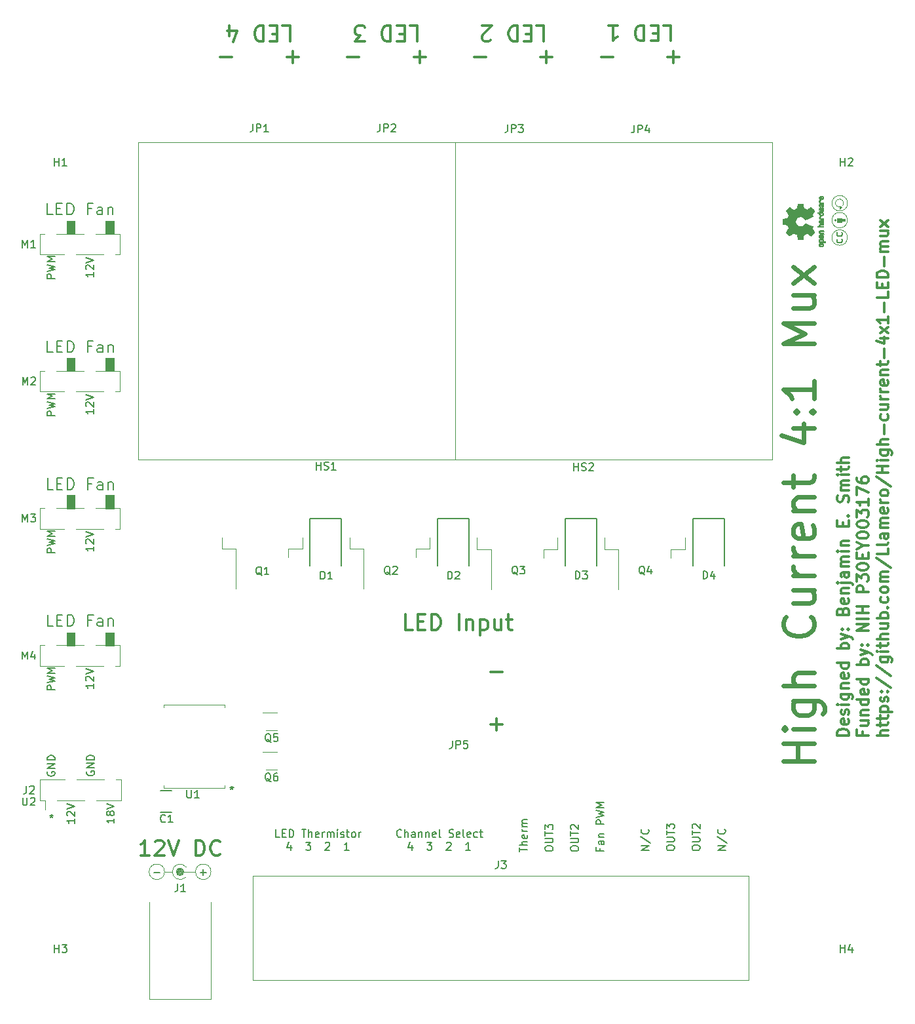
<source format=gto>
G04 #@! TF.GenerationSoftware,KiCad,Pcbnew,(5.1.6)-1*
G04 #@! TF.CreationDate,2021-11-06T14:38:14-07:00*
G04 #@! TF.ProjectId,High current 4x1 LED mux,48696768-2063-4757-9272-656e74203478,rev?*
G04 #@! TF.SameCoordinates,Original*
G04 #@! TF.FileFunction,Legend,Top*
G04 #@! TF.FilePolarity,Positive*
%FSLAX46Y46*%
G04 Gerber Fmt 4.6, Leading zero omitted, Abs format (unit mm)*
G04 Created by KiCad (PCBNEW (5.1.6)-1) date 2021-11-06 14:38:14*
%MOMM*%
%LPD*%
G01*
G04 APERTURE LIST*
%ADD10C,0.300000*%
%ADD11C,0.150000*%
%ADD12C,0.600000*%
%ADD13C,0.120000*%
%ADD14C,0.100000*%
%ADD15C,0.152400*%
%ADD16C,0.127000*%
%ADD17C,0.010000*%
G04 APERTURE END LIST*
D10*
X166997619Y-40307142D02*
X165473809Y-40307142D01*
X166235714Y-39545238D02*
X166235714Y-41069047D01*
X158426190Y-40307142D02*
X156902380Y-40307142D01*
X164950000Y-36245238D02*
X165902380Y-36245238D01*
X165902380Y-38245238D01*
X164283333Y-37292857D02*
X163616666Y-37292857D01*
X163330952Y-36245238D02*
X164283333Y-36245238D01*
X164283333Y-38245238D01*
X163330952Y-38245238D01*
X162473809Y-36245238D02*
X162473809Y-38245238D01*
X161997619Y-38245238D01*
X161711904Y-38150000D01*
X161521428Y-37959523D01*
X161426190Y-37769047D01*
X161330952Y-37388095D01*
X161330952Y-37102380D01*
X161426190Y-36721428D01*
X161521428Y-36530952D01*
X161711904Y-36340476D01*
X161997619Y-36245238D01*
X162473809Y-36245238D01*
X157902380Y-36245238D02*
X159045238Y-36245238D01*
X158473809Y-36245238D02*
X158473809Y-38245238D01*
X158664285Y-37959523D01*
X158854761Y-37769047D01*
X159045238Y-37673809D01*
X150617619Y-40357142D02*
X149093809Y-40357142D01*
X149855714Y-39595238D02*
X149855714Y-41119047D01*
X142046190Y-40357142D02*
X140522380Y-40357142D01*
X148570000Y-36295238D02*
X149522380Y-36295238D01*
X149522380Y-38295238D01*
X147903333Y-37342857D02*
X147236666Y-37342857D01*
X146950952Y-36295238D02*
X147903333Y-36295238D01*
X147903333Y-38295238D01*
X146950952Y-38295238D01*
X146093809Y-36295238D02*
X146093809Y-38295238D01*
X145617619Y-38295238D01*
X145331904Y-38200000D01*
X145141428Y-38009523D01*
X145046190Y-37819047D01*
X144950952Y-37438095D01*
X144950952Y-37152380D01*
X145046190Y-36771428D01*
X145141428Y-36580952D01*
X145331904Y-36390476D01*
X145617619Y-36295238D01*
X146093809Y-36295238D01*
X142665238Y-38104761D02*
X142570000Y-38200000D01*
X142379523Y-38295238D01*
X141903333Y-38295238D01*
X141712857Y-38200000D01*
X141617619Y-38104761D01*
X141522380Y-37914285D01*
X141522380Y-37723809D01*
X141617619Y-37438095D01*
X142760476Y-36295238D01*
X141522380Y-36295238D01*
X134217619Y-40347142D02*
X132693809Y-40347142D01*
X133455714Y-39585238D02*
X133455714Y-41109047D01*
X125646190Y-40347142D02*
X124122380Y-40347142D01*
X132170000Y-36285238D02*
X133122380Y-36285238D01*
X133122380Y-38285238D01*
X131503333Y-37332857D02*
X130836666Y-37332857D01*
X130550952Y-36285238D02*
X131503333Y-36285238D01*
X131503333Y-38285238D01*
X130550952Y-38285238D01*
X129693809Y-36285238D02*
X129693809Y-38285238D01*
X129217619Y-38285238D01*
X128931904Y-38190000D01*
X128741428Y-37999523D01*
X128646190Y-37809047D01*
X128550952Y-37428095D01*
X128550952Y-37142380D01*
X128646190Y-36761428D01*
X128741428Y-36570952D01*
X128931904Y-36380476D01*
X129217619Y-36285238D01*
X129693809Y-36285238D01*
X126360476Y-38285238D02*
X125122380Y-38285238D01*
X125789047Y-37523333D01*
X125503333Y-37523333D01*
X125312857Y-37428095D01*
X125217619Y-37332857D01*
X125122380Y-37142380D01*
X125122380Y-36666190D01*
X125217619Y-36475714D01*
X125312857Y-36380476D01*
X125503333Y-36285238D01*
X126074761Y-36285238D01*
X126265238Y-36380476D01*
X126360476Y-36475714D01*
X117777619Y-40357142D02*
X116253809Y-40357142D01*
X117015714Y-39595238D02*
X117015714Y-41119047D01*
X109206190Y-40357142D02*
X107682380Y-40357142D01*
X115730000Y-36295238D02*
X116682380Y-36295238D01*
X116682380Y-38295238D01*
X115063333Y-37342857D02*
X114396666Y-37342857D01*
X114110952Y-36295238D02*
X115063333Y-36295238D01*
X115063333Y-38295238D01*
X114110952Y-38295238D01*
X113253809Y-36295238D02*
X113253809Y-38295238D01*
X112777619Y-38295238D01*
X112491904Y-38200000D01*
X112301428Y-38009523D01*
X112206190Y-37819047D01*
X112110952Y-37438095D01*
X112110952Y-37152380D01*
X112206190Y-36771428D01*
X112301428Y-36580952D01*
X112491904Y-36390476D01*
X112777619Y-36295238D01*
X113253809Y-36295238D01*
X108872857Y-37628571D02*
X108872857Y-36295238D01*
X109349047Y-38390476D02*
X109825238Y-36961904D01*
X108587142Y-36961904D01*
X142598095Y-119702857D02*
X144121904Y-119702857D01*
X142588095Y-126502857D02*
X144111904Y-126502857D01*
X143350000Y-127264761D02*
X143350000Y-125740952D01*
X132540476Y-114304761D02*
X131588095Y-114304761D01*
X131588095Y-112304761D01*
X133207142Y-113257142D02*
X133873809Y-113257142D01*
X134159523Y-114304761D02*
X133207142Y-114304761D01*
X133207142Y-112304761D01*
X134159523Y-112304761D01*
X135016666Y-114304761D02*
X135016666Y-112304761D01*
X135492857Y-112304761D01*
X135778571Y-112400000D01*
X135969047Y-112590476D01*
X136064285Y-112780952D01*
X136159523Y-113161904D01*
X136159523Y-113447619D01*
X136064285Y-113828571D01*
X135969047Y-114019047D01*
X135778571Y-114209523D01*
X135492857Y-114304761D01*
X135016666Y-114304761D01*
X138540476Y-114304761D02*
X138540476Y-112304761D01*
X139492857Y-112971428D02*
X139492857Y-114304761D01*
X139492857Y-113161904D02*
X139588095Y-113066666D01*
X139778571Y-112971428D01*
X140064285Y-112971428D01*
X140254761Y-113066666D01*
X140350000Y-113257142D01*
X140350000Y-114304761D01*
X141302380Y-112971428D02*
X141302380Y-114971428D01*
X141302380Y-113066666D02*
X141492857Y-112971428D01*
X141873809Y-112971428D01*
X142064285Y-113066666D01*
X142159523Y-113161904D01*
X142254761Y-113352380D01*
X142254761Y-113923809D01*
X142159523Y-114114285D01*
X142064285Y-114209523D01*
X141873809Y-114304761D01*
X141492857Y-114304761D01*
X141302380Y-114209523D01*
X143969047Y-112971428D02*
X143969047Y-114304761D01*
X143111904Y-112971428D02*
X143111904Y-114019047D01*
X143207142Y-114209523D01*
X143397619Y-114304761D01*
X143683333Y-114304761D01*
X143873809Y-114209523D01*
X143969047Y-114114285D01*
X144635714Y-112971428D02*
X145397619Y-112971428D01*
X144921428Y-112304761D02*
X144921428Y-114019047D01*
X145016666Y-114209523D01*
X145207142Y-114304761D01*
X145397619Y-114304761D01*
D11*
X163082380Y-142734404D02*
X162082380Y-142734404D01*
X163082380Y-142162976D01*
X162082380Y-142162976D01*
X162034761Y-140972500D02*
X163320476Y-141829642D01*
X162987142Y-140067738D02*
X163034761Y-140115357D01*
X163082380Y-140258214D01*
X163082380Y-140353452D01*
X163034761Y-140496309D01*
X162939523Y-140591547D01*
X162844285Y-140639166D01*
X162653809Y-140686785D01*
X162510952Y-140686785D01*
X162320476Y-140639166D01*
X162225238Y-140591547D01*
X162130000Y-140496309D01*
X162082380Y-140353452D01*
X162082380Y-140258214D01*
X162130000Y-140115357D01*
X162177619Y-140067738D01*
X165382380Y-142543928D02*
X165382380Y-142353452D01*
X165430000Y-142258214D01*
X165525238Y-142162976D01*
X165715714Y-142115357D01*
X166049047Y-142115357D01*
X166239523Y-142162976D01*
X166334761Y-142258214D01*
X166382380Y-142353452D01*
X166382380Y-142543928D01*
X166334761Y-142639166D01*
X166239523Y-142734404D01*
X166049047Y-142782023D01*
X165715714Y-142782023D01*
X165525238Y-142734404D01*
X165430000Y-142639166D01*
X165382380Y-142543928D01*
X165382380Y-141686785D02*
X166191904Y-141686785D01*
X166287142Y-141639166D01*
X166334761Y-141591547D01*
X166382380Y-141496309D01*
X166382380Y-141305833D01*
X166334761Y-141210595D01*
X166287142Y-141162976D01*
X166191904Y-141115357D01*
X165382380Y-141115357D01*
X165382380Y-140782023D02*
X165382380Y-140210595D01*
X166382380Y-140496309D02*
X165382380Y-140496309D01*
X165382380Y-139972500D02*
X165382380Y-139353452D01*
X165763333Y-139686785D01*
X165763333Y-139543928D01*
X165810952Y-139448690D01*
X165858571Y-139401071D01*
X165953809Y-139353452D01*
X166191904Y-139353452D01*
X166287142Y-139401071D01*
X166334761Y-139448690D01*
X166382380Y-139543928D01*
X166382380Y-139829642D01*
X166334761Y-139924880D01*
X166287142Y-139972500D01*
X168682380Y-142543928D02*
X168682380Y-142353452D01*
X168730000Y-142258214D01*
X168825238Y-142162976D01*
X169015714Y-142115357D01*
X169349047Y-142115357D01*
X169539523Y-142162976D01*
X169634761Y-142258214D01*
X169682380Y-142353452D01*
X169682380Y-142543928D01*
X169634761Y-142639166D01*
X169539523Y-142734404D01*
X169349047Y-142782023D01*
X169015714Y-142782023D01*
X168825238Y-142734404D01*
X168730000Y-142639166D01*
X168682380Y-142543928D01*
X168682380Y-141686785D02*
X169491904Y-141686785D01*
X169587142Y-141639166D01*
X169634761Y-141591547D01*
X169682380Y-141496309D01*
X169682380Y-141305833D01*
X169634761Y-141210595D01*
X169587142Y-141162976D01*
X169491904Y-141115357D01*
X168682380Y-141115357D01*
X168682380Y-140782023D02*
X168682380Y-140210595D01*
X169682380Y-140496309D02*
X168682380Y-140496309D01*
X168777619Y-139924880D02*
X168730000Y-139877261D01*
X168682380Y-139782023D01*
X168682380Y-139543928D01*
X168730000Y-139448690D01*
X168777619Y-139401071D01*
X168872857Y-139353452D01*
X168968095Y-139353452D01*
X169110952Y-139401071D01*
X169682380Y-139972500D01*
X169682380Y-139353452D01*
X172982380Y-142734404D02*
X171982380Y-142734404D01*
X172982380Y-142162976D01*
X171982380Y-142162976D01*
X171934761Y-140972500D02*
X173220476Y-141829642D01*
X172887142Y-140067738D02*
X172934761Y-140115357D01*
X172982380Y-140258214D01*
X172982380Y-140353452D01*
X172934761Y-140496309D01*
X172839523Y-140591547D01*
X172744285Y-140639166D01*
X172553809Y-140686785D01*
X172410952Y-140686785D01*
X172220476Y-140639166D01*
X172125238Y-140591547D01*
X172030000Y-140496309D01*
X171982380Y-140353452D01*
X171982380Y-140258214D01*
X172030000Y-140115357D01*
X172077619Y-140067738D01*
X146382380Y-142977261D02*
X146382380Y-142405833D01*
X147382380Y-142691547D02*
X146382380Y-142691547D01*
X147382380Y-142072500D02*
X146382380Y-142072500D01*
X147382380Y-141643928D02*
X146858571Y-141643928D01*
X146763333Y-141691547D01*
X146715714Y-141786785D01*
X146715714Y-141929642D01*
X146763333Y-142024880D01*
X146810952Y-142072500D01*
X147334761Y-140786785D02*
X147382380Y-140882023D01*
X147382380Y-141072500D01*
X147334761Y-141167738D01*
X147239523Y-141215357D01*
X146858571Y-141215357D01*
X146763333Y-141167738D01*
X146715714Y-141072500D01*
X146715714Y-140882023D01*
X146763333Y-140786785D01*
X146858571Y-140739166D01*
X146953809Y-140739166D01*
X147049047Y-141215357D01*
X147382380Y-140310595D02*
X146715714Y-140310595D01*
X146906190Y-140310595D02*
X146810952Y-140262976D01*
X146763333Y-140215357D01*
X146715714Y-140120119D01*
X146715714Y-140024880D01*
X147382380Y-139691547D02*
X146715714Y-139691547D01*
X146810952Y-139691547D02*
X146763333Y-139643928D01*
X146715714Y-139548690D01*
X146715714Y-139405833D01*
X146763333Y-139310595D01*
X146858571Y-139262976D01*
X147382380Y-139262976D01*
X146858571Y-139262976D02*
X146763333Y-139215357D01*
X146715714Y-139120119D01*
X146715714Y-138977261D01*
X146763333Y-138882023D01*
X146858571Y-138834404D01*
X147382380Y-138834404D01*
X149682380Y-142643928D02*
X149682380Y-142453452D01*
X149730000Y-142358214D01*
X149825238Y-142262976D01*
X150015714Y-142215357D01*
X150349047Y-142215357D01*
X150539523Y-142262976D01*
X150634761Y-142358214D01*
X150682380Y-142453452D01*
X150682380Y-142643928D01*
X150634761Y-142739166D01*
X150539523Y-142834404D01*
X150349047Y-142882023D01*
X150015714Y-142882023D01*
X149825238Y-142834404D01*
X149730000Y-142739166D01*
X149682380Y-142643928D01*
X149682380Y-141786785D02*
X150491904Y-141786785D01*
X150587142Y-141739166D01*
X150634761Y-141691547D01*
X150682380Y-141596309D01*
X150682380Y-141405833D01*
X150634761Y-141310595D01*
X150587142Y-141262976D01*
X150491904Y-141215357D01*
X149682380Y-141215357D01*
X149682380Y-140882023D02*
X149682380Y-140310595D01*
X150682380Y-140596309D02*
X149682380Y-140596309D01*
X149682380Y-140072500D02*
X149682380Y-139453452D01*
X150063333Y-139786785D01*
X150063333Y-139643928D01*
X150110952Y-139548690D01*
X150158571Y-139501071D01*
X150253809Y-139453452D01*
X150491904Y-139453452D01*
X150587142Y-139501071D01*
X150634761Y-139548690D01*
X150682380Y-139643928D01*
X150682380Y-139929642D01*
X150634761Y-140024880D01*
X150587142Y-140072500D01*
X152982380Y-142643928D02*
X152982380Y-142453452D01*
X153030000Y-142358214D01*
X153125238Y-142262976D01*
X153315714Y-142215357D01*
X153649047Y-142215357D01*
X153839523Y-142262976D01*
X153934761Y-142358214D01*
X153982380Y-142453452D01*
X153982380Y-142643928D01*
X153934761Y-142739166D01*
X153839523Y-142834404D01*
X153649047Y-142882023D01*
X153315714Y-142882023D01*
X153125238Y-142834404D01*
X153030000Y-142739166D01*
X152982380Y-142643928D01*
X152982380Y-141786785D02*
X153791904Y-141786785D01*
X153887142Y-141739166D01*
X153934761Y-141691547D01*
X153982380Y-141596309D01*
X153982380Y-141405833D01*
X153934761Y-141310595D01*
X153887142Y-141262976D01*
X153791904Y-141215357D01*
X152982380Y-141215357D01*
X152982380Y-140882023D02*
X152982380Y-140310595D01*
X153982380Y-140596309D02*
X152982380Y-140596309D01*
X153077619Y-140024880D02*
X153030000Y-139977261D01*
X152982380Y-139882023D01*
X152982380Y-139643928D01*
X153030000Y-139548690D01*
X153077619Y-139501071D01*
X153172857Y-139453452D01*
X153268095Y-139453452D01*
X153410952Y-139501071D01*
X153982380Y-140072500D01*
X153982380Y-139453452D01*
X156758571Y-142501071D02*
X156758571Y-142834404D01*
X157282380Y-142834404D02*
X156282380Y-142834404D01*
X156282380Y-142358214D01*
X157282380Y-141548690D02*
X156758571Y-141548690D01*
X156663333Y-141596309D01*
X156615714Y-141691547D01*
X156615714Y-141882023D01*
X156663333Y-141977261D01*
X157234761Y-141548690D02*
X157282380Y-141643928D01*
X157282380Y-141882023D01*
X157234761Y-141977261D01*
X157139523Y-142024880D01*
X157044285Y-142024880D01*
X156949047Y-141977261D01*
X156901428Y-141882023D01*
X156901428Y-141643928D01*
X156853809Y-141548690D01*
X156615714Y-141072500D02*
X157282380Y-141072500D01*
X156710952Y-141072500D02*
X156663333Y-141024880D01*
X156615714Y-140929642D01*
X156615714Y-140786785D01*
X156663333Y-140691547D01*
X156758571Y-140643928D01*
X157282380Y-140643928D01*
X157282380Y-139405833D02*
X156282380Y-139405833D01*
X156282380Y-139024880D01*
X156330000Y-138929642D01*
X156377619Y-138882023D01*
X156472857Y-138834404D01*
X156615714Y-138834404D01*
X156710952Y-138882023D01*
X156758571Y-138929642D01*
X156806190Y-139024880D01*
X156806190Y-139405833D01*
X156282380Y-138501071D02*
X157282380Y-138262976D01*
X156568095Y-138072500D01*
X157282380Y-137882023D01*
X156282380Y-137643928D01*
X157282380Y-137262976D02*
X156282380Y-137262976D01*
X156996666Y-136929642D01*
X156282380Y-136596309D01*
X157282380Y-136596309D01*
X131109047Y-140992142D02*
X131061428Y-141039761D01*
X130918571Y-141087380D01*
X130823333Y-141087380D01*
X130680476Y-141039761D01*
X130585238Y-140944523D01*
X130537619Y-140849285D01*
X130490000Y-140658809D01*
X130490000Y-140515952D01*
X130537619Y-140325476D01*
X130585238Y-140230238D01*
X130680476Y-140135000D01*
X130823333Y-140087380D01*
X130918571Y-140087380D01*
X131061428Y-140135000D01*
X131109047Y-140182619D01*
X131537619Y-141087380D02*
X131537619Y-140087380D01*
X131966190Y-141087380D02*
X131966190Y-140563571D01*
X131918571Y-140468333D01*
X131823333Y-140420714D01*
X131680476Y-140420714D01*
X131585238Y-140468333D01*
X131537619Y-140515952D01*
X132870952Y-141087380D02*
X132870952Y-140563571D01*
X132823333Y-140468333D01*
X132728095Y-140420714D01*
X132537619Y-140420714D01*
X132442380Y-140468333D01*
X132870952Y-141039761D02*
X132775714Y-141087380D01*
X132537619Y-141087380D01*
X132442380Y-141039761D01*
X132394761Y-140944523D01*
X132394761Y-140849285D01*
X132442380Y-140754047D01*
X132537619Y-140706428D01*
X132775714Y-140706428D01*
X132870952Y-140658809D01*
X133347142Y-140420714D02*
X133347142Y-141087380D01*
X133347142Y-140515952D02*
X133394761Y-140468333D01*
X133490000Y-140420714D01*
X133632857Y-140420714D01*
X133728095Y-140468333D01*
X133775714Y-140563571D01*
X133775714Y-141087380D01*
X134251904Y-140420714D02*
X134251904Y-141087380D01*
X134251904Y-140515952D02*
X134299523Y-140468333D01*
X134394761Y-140420714D01*
X134537619Y-140420714D01*
X134632857Y-140468333D01*
X134680476Y-140563571D01*
X134680476Y-141087380D01*
X135537619Y-141039761D02*
X135442380Y-141087380D01*
X135251904Y-141087380D01*
X135156666Y-141039761D01*
X135109047Y-140944523D01*
X135109047Y-140563571D01*
X135156666Y-140468333D01*
X135251904Y-140420714D01*
X135442380Y-140420714D01*
X135537619Y-140468333D01*
X135585238Y-140563571D01*
X135585238Y-140658809D01*
X135109047Y-140754047D01*
X136156666Y-141087380D02*
X136061428Y-141039761D01*
X136013809Y-140944523D01*
X136013809Y-140087380D01*
X137251904Y-141039761D02*
X137394761Y-141087380D01*
X137632857Y-141087380D01*
X137728095Y-141039761D01*
X137775714Y-140992142D01*
X137823333Y-140896904D01*
X137823333Y-140801666D01*
X137775714Y-140706428D01*
X137728095Y-140658809D01*
X137632857Y-140611190D01*
X137442380Y-140563571D01*
X137347142Y-140515952D01*
X137299523Y-140468333D01*
X137251904Y-140373095D01*
X137251904Y-140277857D01*
X137299523Y-140182619D01*
X137347142Y-140135000D01*
X137442380Y-140087380D01*
X137680476Y-140087380D01*
X137823333Y-140135000D01*
X138632857Y-141039761D02*
X138537619Y-141087380D01*
X138347142Y-141087380D01*
X138251904Y-141039761D01*
X138204285Y-140944523D01*
X138204285Y-140563571D01*
X138251904Y-140468333D01*
X138347142Y-140420714D01*
X138537619Y-140420714D01*
X138632857Y-140468333D01*
X138680476Y-140563571D01*
X138680476Y-140658809D01*
X138204285Y-140754047D01*
X139251904Y-141087380D02*
X139156666Y-141039761D01*
X139109047Y-140944523D01*
X139109047Y-140087380D01*
X140013809Y-141039761D02*
X139918571Y-141087380D01*
X139728095Y-141087380D01*
X139632857Y-141039761D01*
X139585238Y-140944523D01*
X139585238Y-140563571D01*
X139632857Y-140468333D01*
X139728095Y-140420714D01*
X139918571Y-140420714D01*
X140013809Y-140468333D01*
X140061428Y-140563571D01*
X140061428Y-140658809D01*
X139585238Y-140754047D01*
X140918571Y-141039761D02*
X140823333Y-141087380D01*
X140632857Y-141087380D01*
X140537619Y-141039761D01*
X140490000Y-140992142D01*
X140442380Y-140896904D01*
X140442380Y-140611190D01*
X140490000Y-140515952D01*
X140537619Y-140468333D01*
X140632857Y-140420714D01*
X140823333Y-140420714D01*
X140918571Y-140468333D01*
X141204285Y-140420714D02*
X141585238Y-140420714D01*
X141347142Y-140087380D02*
X141347142Y-140944523D01*
X141394761Y-141039761D01*
X141490000Y-141087380D01*
X141585238Y-141087380D01*
X132466190Y-142070714D02*
X132466190Y-142737380D01*
X132228095Y-141689761D02*
X131990000Y-142404047D01*
X132609047Y-142404047D01*
X134418571Y-141737380D02*
X135037619Y-141737380D01*
X134704285Y-142118333D01*
X134847142Y-142118333D01*
X134942380Y-142165952D01*
X134990000Y-142213571D01*
X135037619Y-142308809D01*
X135037619Y-142546904D01*
X134990000Y-142642142D01*
X134942380Y-142689761D01*
X134847142Y-142737380D01*
X134561428Y-142737380D01*
X134466190Y-142689761D01*
X134418571Y-142642142D01*
X136942380Y-141832619D02*
X136990000Y-141785000D01*
X137085238Y-141737380D01*
X137323333Y-141737380D01*
X137418571Y-141785000D01*
X137466190Y-141832619D01*
X137513809Y-141927857D01*
X137513809Y-142023095D01*
X137466190Y-142165952D01*
X136894761Y-142737380D01*
X137513809Y-142737380D01*
X139990000Y-142737380D02*
X139418571Y-142737380D01*
X139704285Y-142737380D02*
X139704285Y-141737380D01*
X139609047Y-141880238D01*
X139513809Y-141975476D01*
X139418571Y-142023095D01*
X115357619Y-141097380D02*
X114881428Y-141097380D01*
X114881428Y-140097380D01*
X115690952Y-140573571D02*
X116024285Y-140573571D01*
X116167142Y-141097380D02*
X115690952Y-141097380D01*
X115690952Y-140097380D01*
X116167142Y-140097380D01*
X116595714Y-141097380D02*
X116595714Y-140097380D01*
X116833809Y-140097380D01*
X116976666Y-140145000D01*
X117071904Y-140240238D01*
X117119523Y-140335476D01*
X117167142Y-140525952D01*
X117167142Y-140668809D01*
X117119523Y-140859285D01*
X117071904Y-140954523D01*
X116976666Y-141049761D01*
X116833809Y-141097380D01*
X116595714Y-141097380D01*
X118214761Y-140097380D02*
X118786190Y-140097380D01*
X118500476Y-141097380D02*
X118500476Y-140097380D01*
X119119523Y-141097380D02*
X119119523Y-140097380D01*
X119548095Y-141097380D02*
X119548095Y-140573571D01*
X119500476Y-140478333D01*
X119405238Y-140430714D01*
X119262380Y-140430714D01*
X119167142Y-140478333D01*
X119119523Y-140525952D01*
X120405238Y-141049761D02*
X120310000Y-141097380D01*
X120119523Y-141097380D01*
X120024285Y-141049761D01*
X119976666Y-140954523D01*
X119976666Y-140573571D01*
X120024285Y-140478333D01*
X120119523Y-140430714D01*
X120310000Y-140430714D01*
X120405238Y-140478333D01*
X120452857Y-140573571D01*
X120452857Y-140668809D01*
X119976666Y-140764047D01*
X120881428Y-141097380D02*
X120881428Y-140430714D01*
X120881428Y-140621190D02*
X120929047Y-140525952D01*
X120976666Y-140478333D01*
X121071904Y-140430714D01*
X121167142Y-140430714D01*
X121500476Y-141097380D02*
X121500476Y-140430714D01*
X121500476Y-140525952D02*
X121548095Y-140478333D01*
X121643333Y-140430714D01*
X121786190Y-140430714D01*
X121881428Y-140478333D01*
X121929047Y-140573571D01*
X121929047Y-141097380D01*
X121929047Y-140573571D02*
X121976666Y-140478333D01*
X122071904Y-140430714D01*
X122214761Y-140430714D01*
X122310000Y-140478333D01*
X122357619Y-140573571D01*
X122357619Y-141097380D01*
X122833809Y-141097380D02*
X122833809Y-140430714D01*
X122833809Y-140097380D02*
X122786190Y-140145000D01*
X122833809Y-140192619D01*
X122881428Y-140145000D01*
X122833809Y-140097380D01*
X122833809Y-140192619D01*
X123262380Y-141049761D02*
X123357619Y-141097380D01*
X123548095Y-141097380D01*
X123643333Y-141049761D01*
X123690952Y-140954523D01*
X123690952Y-140906904D01*
X123643333Y-140811666D01*
X123548095Y-140764047D01*
X123405238Y-140764047D01*
X123310000Y-140716428D01*
X123262380Y-140621190D01*
X123262380Y-140573571D01*
X123310000Y-140478333D01*
X123405238Y-140430714D01*
X123548095Y-140430714D01*
X123643333Y-140478333D01*
X123976666Y-140430714D02*
X124357619Y-140430714D01*
X124119523Y-140097380D02*
X124119523Y-140954523D01*
X124167142Y-141049761D01*
X124262380Y-141097380D01*
X124357619Y-141097380D01*
X124833809Y-141097380D02*
X124738571Y-141049761D01*
X124690952Y-141002142D01*
X124643333Y-140906904D01*
X124643333Y-140621190D01*
X124690952Y-140525952D01*
X124738571Y-140478333D01*
X124833809Y-140430714D01*
X124976666Y-140430714D01*
X125071904Y-140478333D01*
X125119523Y-140525952D01*
X125167142Y-140621190D01*
X125167142Y-140906904D01*
X125119523Y-141002142D01*
X125071904Y-141049761D01*
X124976666Y-141097380D01*
X124833809Y-141097380D01*
X125595714Y-141097380D02*
X125595714Y-140430714D01*
X125595714Y-140621190D02*
X125643333Y-140525952D01*
X125690952Y-140478333D01*
X125786190Y-140430714D01*
X125881428Y-140430714D01*
X116786190Y-142080714D02*
X116786190Y-142747380D01*
X116548095Y-141699761D02*
X116310000Y-142414047D01*
X116929047Y-142414047D01*
X118738571Y-141747380D02*
X119357619Y-141747380D01*
X119024285Y-142128333D01*
X119167142Y-142128333D01*
X119262380Y-142175952D01*
X119310000Y-142223571D01*
X119357619Y-142318809D01*
X119357619Y-142556904D01*
X119310000Y-142652142D01*
X119262380Y-142699761D01*
X119167142Y-142747380D01*
X118881428Y-142747380D01*
X118786190Y-142699761D01*
X118738571Y-142652142D01*
X121262380Y-141842619D02*
X121310000Y-141795000D01*
X121405238Y-141747380D01*
X121643333Y-141747380D01*
X121738571Y-141795000D01*
X121786190Y-141842619D01*
X121833809Y-141937857D01*
X121833809Y-142033095D01*
X121786190Y-142175952D01*
X121214761Y-142747380D01*
X121833809Y-142747380D01*
X124310000Y-142747380D02*
X123738571Y-142747380D01*
X124024285Y-142747380D02*
X124024285Y-141747380D01*
X123929047Y-141890238D01*
X123833809Y-141985476D01*
X123738571Y-142033095D01*
X85870000Y-138112380D02*
X85870000Y-138350476D01*
X85631904Y-138255238D02*
X85870000Y-138350476D01*
X86108095Y-138255238D01*
X85727142Y-138540952D02*
X85870000Y-138350476D01*
X86012857Y-138540952D01*
X93982380Y-138669047D02*
X93982380Y-139240476D01*
X93982380Y-138954761D02*
X92982380Y-138954761D01*
X93125238Y-139050000D01*
X93220476Y-139145238D01*
X93268095Y-139240476D01*
X93410952Y-138097619D02*
X93363333Y-138192857D01*
X93315714Y-138240476D01*
X93220476Y-138288095D01*
X93172857Y-138288095D01*
X93077619Y-138240476D01*
X93030000Y-138192857D01*
X92982380Y-138097619D01*
X92982380Y-137907142D01*
X93030000Y-137811904D01*
X93077619Y-137764285D01*
X93172857Y-137716666D01*
X93220476Y-137716666D01*
X93315714Y-137764285D01*
X93363333Y-137811904D01*
X93410952Y-137907142D01*
X93410952Y-138097619D01*
X93458571Y-138192857D01*
X93506190Y-138240476D01*
X93601428Y-138288095D01*
X93791904Y-138288095D01*
X93887142Y-138240476D01*
X93934761Y-138192857D01*
X93982380Y-138097619D01*
X93982380Y-137907142D01*
X93934761Y-137811904D01*
X93887142Y-137764285D01*
X93791904Y-137716666D01*
X93601428Y-137716666D01*
X93506190Y-137764285D01*
X93458571Y-137811904D01*
X93410952Y-137907142D01*
X92982380Y-137430952D02*
X93982380Y-137097619D01*
X92982380Y-136764285D01*
X88852380Y-138689047D02*
X88852380Y-139260476D01*
X88852380Y-138974761D02*
X87852380Y-138974761D01*
X87995238Y-139070000D01*
X88090476Y-139165238D01*
X88138095Y-139260476D01*
X87947619Y-138308095D02*
X87900000Y-138260476D01*
X87852380Y-138165238D01*
X87852380Y-137927142D01*
X87900000Y-137831904D01*
X87947619Y-137784285D01*
X88042857Y-137736666D01*
X88138095Y-137736666D01*
X88280952Y-137784285D01*
X88852380Y-138355714D01*
X88852380Y-137736666D01*
X87852380Y-137450952D02*
X88852380Y-137117619D01*
X87852380Y-136784285D01*
X90460000Y-132591904D02*
X90412380Y-132687142D01*
X90412380Y-132830000D01*
X90460000Y-132972857D01*
X90555238Y-133068095D01*
X90650476Y-133115714D01*
X90840952Y-133163333D01*
X90983809Y-133163333D01*
X91174285Y-133115714D01*
X91269523Y-133068095D01*
X91364761Y-132972857D01*
X91412380Y-132830000D01*
X91412380Y-132734761D01*
X91364761Y-132591904D01*
X91317142Y-132544285D01*
X90983809Y-132544285D01*
X90983809Y-132734761D01*
X91412380Y-132115714D02*
X90412380Y-132115714D01*
X91412380Y-131544285D01*
X90412380Y-131544285D01*
X91412380Y-131068095D02*
X90412380Y-131068095D01*
X90412380Y-130830000D01*
X90460000Y-130687142D01*
X90555238Y-130591904D01*
X90650476Y-130544285D01*
X90840952Y-130496666D01*
X90983809Y-130496666D01*
X91174285Y-130544285D01*
X91269523Y-130591904D01*
X91364761Y-130687142D01*
X91412380Y-130830000D01*
X91412380Y-131068095D01*
X85350000Y-132631904D02*
X85302380Y-132727142D01*
X85302380Y-132870000D01*
X85350000Y-133012857D01*
X85445238Y-133108095D01*
X85540476Y-133155714D01*
X85730952Y-133203333D01*
X85873809Y-133203333D01*
X86064285Y-133155714D01*
X86159523Y-133108095D01*
X86254761Y-133012857D01*
X86302380Y-132870000D01*
X86302380Y-132774761D01*
X86254761Y-132631904D01*
X86207142Y-132584285D01*
X85873809Y-132584285D01*
X85873809Y-132774761D01*
X86302380Y-132155714D02*
X85302380Y-132155714D01*
X86302380Y-131584285D01*
X85302380Y-131584285D01*
X86302380Y-131108095D02*
X85302380Y-131108095D01*
X85302380Y-130870000D01*
X85350000Y-130727142D01*
X85445238Y-130631904D01*
X85540476Y-130584285D01*
X85730952Y-130536666D01*
X85873809Y-130536666D01*
X86064285Y-130584285D01*
X86159523Y-130631904D01*
X86254761Y-130727142D01*
X86302380Y-130870000D01*
X86302380Y-131108095D01*
X86064285Y-113838571D02*
X85350000Y-113838571D01*
X85350000Y-112338571D01*
X86564285Y-113052857D02*
X87064285Y-113052857D01*
X87278571Y-113838571D02*
X86564285Y-113838571D01*
X86564285Y-112338571D01*
X87278571Y-112338571D01*
X87921428Y-113838571D02*
X87921428Y-112338571D01*
X88278571Y-112338571D01*
X88492857Y-112410000D01*
X88635714Y-112552857D01*
X88707142Y-112695714D01*
X88778571Y-112981428D01*
X88778571Y-113195714D01*
X88707142Y-113481428D01*
X88635714Y-113624285D01*
X88492857Y-113767142D01*
X88278571Y-113838571D01*
X87921428Y-113838571D01*
X91064285Y-113052857D02*
X90564285Y-113052857D01*
X90564285Y-113838571D02*
X90564285Y-112338571D01*
X91278571Y-112338571D01*
X92492857Y-113838571D02*
X92492857Y-113052857D01*
X92421428Y-112910000D01*
X92278571Y-112838571D01*
X91992857Y-112838571D01*
X91850000Y-112910000D01*
X92492857Y-113767142D02*
X92350000Y-113838571D01*
X91992857Y-113838571D01*
X91850000Y-113767142D01*
X91778571Y-113624285D01*
X91778571Y-113481428D01*
X91850000Y-113338571D01*
X91992857Y-113267142D01*
X92350000Y-113267142D01*
X92492857Y-113195714D01*
X93207142Y-112838571D02*
X93207142Y-113838571D01*
X93207142Y-112981428D02*
X93278571Y-112910000D01*
X93421428Y-112838571D01*
X93635714Y-112838571D01*
X93778571Y-112910000D01*
X93850000Y-113052857D01*
X93850000Y-113838571D01*
X86064285Y-96188571D02*
X85350000Y-96188571D01*
X85350000Y-94688571D01*
X86564285Y-95402857D02*
X87064285Y-95402857D01*
X87278571Y-96188571D02*
X86564285Y-96188571D01*
X86564285Y-94688571D01*
X87278571Y-94688571D01*
X87921428Y-96188571D02*
X87921428Y-94688571D01*
X88278571Y-94688571D01*
X88492857Y-94760000D01*
X88635714Y-94902857D01*
X88707142Y-95045714D01*
X88778571Y-95331428D01*
X88778571Y-95545714D01*
X88707142Y-95831428D01*
X88635714Y-95974285D01*
X88492857Y-96117142D01*
X88278571Y-96188571D01*
X87921428Y-96188571D01*
X91064285Y-95402857D02*
X90564285Y-95402857D01*
X90564285Y-96188571D02*
X90564285Y-94688571D01*
X91278571Y-94688571D01*
X92492857Y-96188571D02*
X92492857Y-95402857D01*
X92421428Y-95260000D01*
X92278571Y-95188571D01*
X91992857Y-95188571D01*
X91850000Y-95260000D01*
X92492857Y-96117142D02*
X92350000Y-96188571D01*
X91992857Y-96188571D01*
X91850000Y-96117142D01*
X91778571Y-95974285D01*
X91778571Y-95831428D01*
X91850000Y-95688571D01*
X91992857Y-95617142D01*
X92350000Y-95617142D01*
X92492857Y-95545714D01*
X93207142Y-95188571D02*
X93207142Y-96188571D01*
X93207142Y-95331428D02*
X93278571Y-95260000D01*
X93421428Y-95188571D01*
X93635714Y-95188571D01*
X93778571Y-95260000D01*
X93850000Y-95402857D01*
X93850000Y-96188571D01*
X86044285Y-78468571D02*
X85330000Y-78468571D01*
X85330000Y-76968571D01*
X86544285Y-77682857D02*
X87044285Y-77682857D01*
X87258571Y-78468571D02*
X86544285Y-78468571D01*
X86544285Y-76968571D01*
X87258571Y-76968571D01*
X87901428Y-78468571D02*
X87901428Y-76968571D01*
X88258571Y-76968571D01*
X88472857Y-77040000D01*
X88615714Y-77182857D01*
X88687142Y-77325714D01*
X88758571Y-77611428D01*
X88758571Y-77825714D01*
X88687142Y-78111428D01*
X88615714Y-78254285D01*
X88472857Y-78397142D01*
X88258571Y-78468571D01*
X87901428Y-78468571D01*
X91044285Y-77682857D02*
X90544285Y-77682857D01*
X90544285Y-78468571D02*
X90544285Y-76968571D01*
X91258571Y-76968571D01*
X92472857Y-78468571D02*
X92472857Y-77682857D01*
X92401428Y-77540000D01*
X92258571Y-77468571D01*
X91972857Y-77468571D01*
X91830000Y-77540000D01*
X92472857Y-78397142D02*
X92330000Y-78468571D01*
X91972857Y-78468571D01*
X91830000Y-78397142D01*
X91758571Y-78254285D01*
X91758571Y-78111428D01*
X91830000Y-77968571D01*
X91972857Y-77897142D01*
X92330000Y-77897142D01*
X92472857Y-77825714D01*
X93187142Y-77468571D02*
X93187142Y-78468571D01*
X93187142Y-77611428D02*
X93258571Y-77540000D01*
X93401428Y-77468571D01*
X93615714Y-77468571D01*
X93758571Y-77540000D01*
X93830000Y-77682857D01*
X93830000Y-78468571D01*
X86024285Y-60688571D02*
X85310000Y-60688571D01*
X85310000Y-59188571D01*
X86524285Y-59902857D02*
X87024285Y-59902857D01*
X87238571Y-60688571D02*
X86524285Y-60688571D01*
X86524285Y-59188571D01*
X87238571Y-59188571D01*
X87881428Y-60688571D02*
X87881428Y-59188571D01*
X88238571Y-59188571D01*
X88452857Y-59260000D01*
X88595714Y-59402857D01*
X88667142Y-59545714D01*
X88738571Y-59831428D01*
X88738571Y-60045714D01*
X88667142Y-60331428D01*
X88595714Y-60474285D01*
X88452857Y-60617142D01*
X88238571Y-60688571D01*
X87881428Y-60688571D01*
X91024285Y-59902857D02*
X90524285Y-59902857D01*
X90524285Y-60688571D02*
X90524285Y-59188571D01*
X91238571Y-59188571D01*
X92452857Y-60688571D02*
X92452857Y-59902857D01*
X92381428Y-59760000D01*
X92238571Y-59688571D01*
X91952857Y-59688571D01*
X91810000Y-59760000D01*
X92452857Y-60617142D02*
X92310000Y-60688571D01*
X91952857Y-60688571D01*
X91810000Y-60617142D01*
X91738571Y-60474285D01*
X91738571Y-60331428D01*
X91810000Y-60188571D01*
X91952857Y-60117142D01*
X92310000Y-60117142D01*
X92452857Y-60045714D01*
X93167142Y-59688571D02*
X93167142Y-60688571D01*
X93167142Y-59831428D02*
X93238571Y-59760000D01*
X93381428Y-59688571D01*
X93595714Y-59688571D01*
X93738571Y-59760000D01*
X93810000Y-59902857D01*
X93810000Y-60688571D01*
D10*
X188938571Y-127937857D02*
X187438571Y-127937857D01*
X187438571Y-127580714D01*
X187510000Y-127366428D01*
X187652857Y-127223571D01*
X187795714Y-127152142D01*
X188081428Y-127080714D01*
X188295714Y-127080714D01*
X188581428Y-127152142D01*
X188724285Y-127223571D01*
X188867142Y-127366428D01*
X188938571Y-127580714D01*
X188938571Y-127937857D01*
X188867142Y-125866428D02*
X188938571Y-126009285D01*
X188938571Y-126295000D01*
X188867142Y-126437857D01*
X188724285Y-126509285D01*
X188152857Y-126509285D01*
X188010000Y-126437857D01*
X187938571Y-126295000D01*
X187938571Y-126009285D01*
X188010000Y-125866428D01*
X188152857Y-125795000D01*
X188295714Y-125795000D01*
X188438571Y-126509285D01*
X188867142Y-125223571D02*
X188938571Y-125080714D01*
X188938571Y-124795000D01*
X188867142Y-124652142D01*
X188724285Y-124580714D01*
X188652857Y-124580714D01*
X188510000Y-124652142D01*
X188438571Y-124795000D01*
X188438571Y-125009285D01*
X188367142Y-125152142D01*
X188224285Y-125223571D01*
X188152857Y-125223571D01*
X188010000Y-125152142D01*
X187938571Y-125009285D01*
X187938571Y-124795000D01*
X188010000Y-124652142D01*
X188938571Y-123937857D02*
X187938571Y-123937857D01*
X187438571Y-123937857D02*
X187510000Y-124009285D01*
X187581428Y-123937857D01*
X187510000Y-123866428D01*
X187438571Y-123937857D01*
X187581428Y-123937857D01*
X187938571Y-122580714D02*
X189152857Y-122580714D01*
X189295714Y-122652142D01*
X189367142Y-122723571D01*
X189438571Y-122866428D01*
X189438571Y-123080714D01*
X189367142Y-123223571D01*
X188867142Y-122580714D02*
X188938571Y-122723571D01*
X188938571Y-123009285D01*
X188867142Y-123152142D01*
X188795714Y-123223571D01*
X188652857Y-123295000D01*
X188224285Y-123295000D01*
X188081428Y-123223571D01*
X188010000Y-123152142D01*
X187938571Y-123009285D01*
X187938571Y-122723571D01*
X188010000Y-122580714D01*
X187938571Y-121866428D02*
X188938571Y-121866428D01*
X188081428Y-121866428D02*
X188010000Y-121795000D01*
X187938571Y-121652142D01*
X187938571Y-121437857D01*
X188010000Y-121295000D01*
X188152857Y-121223571D01*
X188938571Y-121223571D01*
X188867142Y-119937857D02*
X188938571Y-120080714D01*
X188938571Y-120366428D01*
X188867142Y-120509285D01*
X188724285Y-120580714D01*
X188152857Y-120580714D01*
X188010000Y-120509285D01*
X187938571Y-120366428D01*
X187938571Y-120080714D01*
X188010000Y-119937857D01*
X188152857Y-119866428D01*
X188295714Y-119866428D01*
X188438571Y-120580714D01*
X188938571Y-118580714D02*
X187438571Y-118580714D01*
X188867142Y-118580714D02*
X188938571Y-118723571D01*
X188938571Y-119009285D01*
X188867142Y-119152142D01*
X188795714Y-119223571D01*
X188652857Y-119295000D01*
X188224285Y-119295000D01*
X188081428Y-119223571D01*
X188010000Y-119152142D01*
X187938571Y-119009285D01*
X187938571Y-118723571D01*
X188010000Y-118580714D01*
X188938571Y-116723571D02*
X187438571Y-116723571D01*
X188010000Y-116723571D02*
X187938571Y-116580714D01*
X187938571Y-116295000D01*
X188010000Y-116152142D01*
X188081428Y-116080714D01*
X188224285Y-116009285D01*
X188652857Y-116009285D01*
X188795714Y-116080714D01*
X188867142Y-116152142D01*
X188938571Y-116295000D01*
X188938571Y-116580714D01*
X188867142Y-116723571D01*
X187938571Y-115509285D02*
X188938571Y-115152142D01*
X187938571Y-114795000D02*
X188938571Y-115152142D01*
X189295714Y-115295000D01*
X189367142Y-115366428D01*
X189438571Y-115509285D01*
X188795714Y-114223571D02*
X188867142Y-114152142D01*
X188938571Y-114223571D01*
X188867142Y-114295000D01*
X188795714Y-114223571D01*
X188938571Y-114223571D01*
X188010000Y-114223571D02*
X188081428Y-114152142D01*
X188152857Y-114223571D01*
X188081428Y-114295000D01*
X188010000Y-114223571D01*
X188152857Y-114223571D01*
X188152857Y-111866428D02*
X188224285Y-111652142D01*
X188295714Y-111580714D01*
X188438571Y-111509285D01*
X188652857Y-111509285D01*
X188795714Y-111580714D01*
X188867142Y-111652142D01*
X188938571Y-111795000D01*
X188938571Y-112366428D01*
X187438571Y-112366428D01*
X187438571Y-111866428D01*
X187510000Y-111723571D01*
X187581428Y-111652142D01*
X187724285Y-111580714D01*
X187867142Y-111580714D01*
X188010000Y-111652142D01*
X188081428Y-111723571D01*
X188152857Y-111866428D01*
X188152857Y-112366428D01*
X188867142Y-110295000D02*
X188938571Y-110437857D01*
X188938571Y-110723571D01*
X188867142Y-110866428D01*
X188724285Y-110937857D01*
X188152857Y-110937857D01*
X188010000Y-110866428D01*
X187938571Y-110723571D01*
X187938571Y-110437857D01*
X188010000Y-110295000D01*
X188152857Y-110223571D01*
X188295714Y-110223571D01*
X188438571Y-110937857D01*
X187938571Y-109580714D02*
X188938571Y-109580714D01*
X188081428Y-109580714D02*
X188010000Y-109509285D01*
X187938571Y-109366428D01*
X187938571Y-109152142D01*
X188010000Y-109009285D01*
X188152857Y-108937857D01*
X188938571Y-108937857D01*
X187938571Y-108223571D02*
X189224285Y-108223571D01*
X189367142Y-108295000D01*
X189438571Y-108437857D01*
X189438571Y-108509285D01*
X187438571Y-108223571D02*
X187510000Y-108295000D01*
X187581428Y-108223571D01*
X187510000Y-108152142D01*
X187438571Y-108223571D01*
X187581428Y-108223571D01*
X188938571Y-106866428D02*
X188152857Y-106866428D01*
X188010000Y-106937857D01*
X187938571Y-107080714D01*
X187938571Y-107366428D01*
X188010000Y-107509285D01*
X188867142Y-106866428D02*
X188938571Y-107009285D01*
X188938571Y-107366428D01*
X188867142Y-107509285D01*
X188724285Y-107580714D01*
X188581428Y-107580714D01*
X188438571Y-107509285D01*
X188367142Y-107366428D01*
X188367142Y-107009285D01*
X188295714Y-106866428D01*
X188938571Y-106152142D02*
X187938571Y-106152142D01*
X188081428Y-106152142D02*
X188010000Y-106080714D01*
X187938571Y-105937857D01*
X187938571Y-105723571D01*
X188010000Y-105580714D01*
X188152857Y-105509285D01*
X188938571Y-105509285D01*
X188152857Y-105509285D02*
X188010000Y-105437857D01*
X187938571Y-105295000D01*
X187938571Y-105080714D01*
X188010000Y-104937857D01*
X188152857Y-104866428D01*
X188938571Y-104866428D01*
X188938571Y-104152142D02*
X187938571Y-104152142D01*
X187438571Y-104152142D02*
X187510000Y-104223571D01*
X187581428Y-104152142D01*
X187510000Y-104080714D01*
X187438571Y-104152142D01*
X187581428Y-104152142D01*
X187938571Y-103437857D02*
X188938571Y-103437857D01*
X188081428Y-103437857D02*
X188010000Y-103366428D01*
X187938571Y-103223571D01*
X187938571Y-103009285D01*
X188010000Y-102866428D01*
X188152857Y-102795000D01*
X188938571Y-102795000D01*
X188152857Y-100937857D02*
X188152857Y-100437857D01*
X188938571Y-100223571D02*
X188938571Y-100937857D01*
X187438571Y-100937857D01*
X187438571Y-100223571D01*
X188795714Y-99580714D02*
X188867142Y-99509285D01*
X188938571Y-99580714D01*
X188867142Y-99652142D01*
X188795714Y-99580714D01*
X188938571Y-99580714D01*
X188867142Y-97795000D02*
X188938571Y-97580714D01*
X188938571Y-97223571D01*
X188867142Y-97080714D01*
X188795714Y-97009285D01*
X188652857Y-96937857D01*
X188510000Y-96937857D01*
X188367142Y-97009285D01*
X188295714Y-97080714D01*
X188224285Y-97223571D01*
X188152857Y-97509285D01*
X188081428Y-97652142D01*
X188010000Y-97723571D01*
X187867142Y-97795000D01*
X187724285Y-97795000D01*
X187581428Y-97723571D01*
X187510000Y-97652142D01*
X187438571Y-97509285D01*
X187438571Y-97152142D01*
X187510000Y-96937857D01*
X188938571Y-96295000D02*
X187938571Y-96295000D01*
X188081428Y-96295000D02*
X188010000Y-96223571D01*
X187938571Y-96080714D01*
X187938571Y-95866428D01*
X188010000Y-95723571D01*
X188152857Y-95652142D01*
X188938571Y-95652142D01*
X188152857Y-95652142D02*
X188010000Y-95580714D01*
X187938571Y-95437857D01*
X187938571Y-95223571D01*
X188010000Y-95080714D01*
X188152857Y-95009285D01*
X188938571Y-95009285D01*
X188938571Y-94295000D02*
X187938571Y-94295000D01*
X187438571Y-94295000D02*
X187510000Y-94366428D01*
X187581428Y-94295000D01*
X187510000Y-94223571D01*
X187438571Y-94295000D01*
X187581428Y-94295000D01*
X187938571Y-93795000D02*
X187938571Y-93223571D01*
X187438571Y-93580714D02*
X188724285Y-93580714D01*
X188867142Y-93509285D01*
X188938571Y-93366428D01*
X188938571Y-93223571D01*
X188938571Y-92723571D02*
X187438571Y-92723571D01*
X188938571Y-92080714D02*
X188152857Y-92080714D01*
X188010000Y-92152142D01*
X187938571Y-92295000D01*
X187938571Y-92509285D01*
X188010000Y-92652142D01*
X188081428Y-92723571D01*
X190702857Y-127437857D02*
X190702857Y-127937857D01*
X191488571Y-127937857D02*
X189988571Y-127937857D01*
X189988571Y-127223571D01*
X190488571Y-126009285D02*
X191488571Y-126009285D01*
X190488571Y-126652142D02*
X191274285Y-126652142D01*
X191417142Y-126580714D01*
X191488571Y-126437857D01*
X191488571Y-126223571D01*
X191417142Y-126080714D01*
X191345714Y-126009285D01*
X190488571Y-125295000D02*
X191488571Y-125295000D01*
X190631428Y-125295000D02*
X190560000Y-125223571D01*
X190488571Y-125080714D01*
X190488571Y-124866428D01*
X190560000Y-124723571D01*
X190702857Y-124652142D01*
X191488571Y-124652142D01*
X191488571Y-123295000D02*
X189988571Y-123295000D01*
X191417142Y-123295000D02*
X191488571Y-123437857D01*
X191488571Y-123723571D01*
X191417142Y-123866428D01*
X191345714Y-123937857D01*
X191202857Y-124009285D01*
X190774285Y-124009285D01*
X190631428Y-123937857D01*
X190560000Y-123866428D01*
X190488571Y-123723571D01*
X190488571Y-123437857D01*
X190560000Y-123295000D01*
X191417142Y-122009285D02*
X191488571Y-122152142D01*
X191488571Y-122437857D01*
X191417142Y-122580714D01*
X191274285Y-122652142D01*
X190702857Y-122652142D01*
X190560000Y-122580714D01*
X190488571Y-122437857D01*
X190488571Y-122152142D01*
X190560000Y-122009285D01*
X190702857Y-121937857D01*
X190845714Y-121937857D01*
X190988571Y-122652142D01*
X191488571Y-120652142D02*
X189988571Y-120652142D01*
X191417142Y-120652142D02*
X191488571Y-120795000D01*
X191488571Y-121080714D01*
X191417142Y-121223571D01*
X191345714Y-121295000D01*
X191202857Y-121366428D01*
X190774285Y-121366428D01*
X190631428Y-121295000D01*
X190560000Y-121223571D01*
X190488571Y-121080714D01*
X190488571Y-120795000D01*
X190560000Y-120652142D01*
X191488571Y-118795000D02*
X189988571Y-118795000D01*
X190560000Y-118795000D02*
X190488571Y-118652142D01*
X190488571Y-118366428D01*
X190560000Y-118223571D01*
X190631428Y-118152142D01*
X190774285Y-118080714D01*
X191202857Y-118080714D01*
X191345714Y-118152142D01*
X191417142Y-118223571D01*
X191488571Y-118366428D01*
X191488571Y-118652142D01*
X191417142Y-118795000D01*
X190488571Y-117580714D02*
X191488571Y-117223571D01*
X190488571Y-116866428D02*
X191488571Y-117223571D01*
X191845714Y-117366428D01*
X191917142Y-117437857D01*
X191988571Y-117580714D01*
X191345714Y-116295000D02*
X191417142Y-116223571D01*
X191488571Y-116295000D01*
X191417142Y-116366428D01*
X191345714Y-116295000D01*
X191488571Y-116295000D01*
X190560000Y-116295000D02*
X190631428Y-116223571D01*
X190702857Y-116295000D01*
X190631428Y-116366428D01*
X190560000Y-116295000D01*
X190702857Y-116295000D01*
X191488571Y-114437857D02*
X189988571Y-114437857D01*
X191488571Y-113580714D01*
X189988571Y-113580714D01*
X191488571Y-112866428D02*
X189988571Y-112866428D01*
X191488571Y-112152142D02*
X189988571Y-112152142D01*
X190702857Y-112152142D02*
X190702857Y-111295000D01*
X191488571Y-111295000D02*
X189988571Y-111295000D01*
X191488571Y-109437857D02*
X189988571Y-109437857D01*
X189988571Y-108866428D01*
X190060000Y-108723571D01*
X190131428Y-108652142D01*
X190274285Y-108580714D01*
X190488571Y-108580714D01*
X190631428Y-108652142D01*
X190702857Y-108723571D01*
X190774285Y-108866428D01*
X190774285Y-109437857D01*
X189988571Y-108080714D02*
X189988571Y-107152142D01*
X190560000Y-107652142D01*
X190560000Y-107437857D01*
X190631428Y-107295000D01*
X190702857Y-107223571D01*
X190845714Y-107152142D01*
X191202857Y-107152142D01*
X191345714Y-107223571D01*
X191417142Y-107295000D01*
X191488571Y-107437857D01*
X191488571Y-107866428D01*
X191417142Y-108009285D01*
X191345714Y-108080714D01*
X189988571Y-106223571D02*
X189988571Y-106080714D01*
X190060000Y-105937857D01*
X190131428Y-105866428D01*
X190274285Y-105795000D01*
X190560000Y-105723571D01*
X190917142Y-105723571D01*
X191202857Y-105795000D01*
X191345714Y-105866428D01*
X191417142Y-105937857D01*
X191488571Y-106080714D01*
X191488571Y-106223571D01*
X191417142Y-106366428D01*
X191345714Y-106437857D01*
X191202857Y-106509285D01*
X190917142Y-106580714D01*
X190560000Y-106580714D01*
X190274285Y-106509285D01*
X190131428Y-106437857D01*
X190060000Y-106366428D01*
X189988571Y-106223571D01*
X190702857Y-105080714D02*
X190702857Y-104580714D01*
X191488571Y-104366428D02*
X191488571Y-105080714D01*
X189988571Y-105080714D01*
X189988571Y-104366428D01*
X190774285Y-103437857D02*
X191488571Y-103437857D01*
X189988571Y-103937857D02*
X190774285Y-103437857D01*
X189988571Y-102937857D01*
X189988571Y-102152142D02*
X189988571Y-102009285D01*
X190060000Y-101866428D01*
X190131428Y-101795000D01*
X190274285Y-101723571D01*
X190560000Y-101652142D01*
X190917142Y-101652142D01*
X191202857Y-101723571D01*
X191345714Y-101795000D01*
X191417142Y-101866428D01*
X191488571Y-102009285D01*
X191488571Y-102152142D01*
X191417142Y-102295000D01*
X191345714Y-102366428D01*
X191202857Y-102437857D01*
X190917142Y-102509285D01*
X190560000Y-102509285D01*
X190274285Y-102437857D01*
X190131428Y-102366428D01*
X190060000Y-102295000D01*
X189988571Y-102152142D01*
X189988571Y-100723571D02*
X189988571Y-100580714D01*
X190060000Y-100437857D01*
X190131428Y-100366428D01*
X190274285Y-100295000D01*
X190560000Y-100223571D01*
X190917142Y-100223571D01*
X191202857Y-100295000D01*
X191345714Y-100366428D01*
X191417142Y-100437857D01*
X191488571Y-100580714D01*
X191488571Y-100723571D01*
X191417142Y-100866428D01*
X191345714Y-100937857D01*
X191202857Y-101009285D01*
X190917142Y-101080714D01*
X190560000Y-101080714D01*
X190274285Y-101009285D01*
X190131428Y-100937857D01*
X190060000Y-100866428D01*
X189988571Y-100723571D01*
X189988571Y-99723571D02*
X189988571Y-98795000D01*
X190560000Y-99295000D01*
X190560000Y-99080714D01*
X190631428Y-98937857D01*
X190702857Y-98866428D01*
X190845714Y-98795000D01*
X191202857Y-98795000D01*
X191345714Y-98866428D01*
X191417142Y-98937857D01*
X191488571Y-99080714D01*
X191488571Y-99509285D01*
X191417142Y-99652142D01*
X191345714Y-99723571D01*
X191488571Y-97366428D02*
X191488571Y-98223571D01*
X191488571Y-97795000D02*
X189988571Y-97795000D01*
X190202857Y-97937857D01*
X190345714Y-98080714D01*
X190417142Y-98223571D01*
X189988571Y-96866428D02*
X189988571Y-95866428D01*
X191488571Y-96509285D01*
X189988571Y-94652142D02*
X189988571Y-94937857D01*
X190060000Y-95080714D01*
X190131428Y-95152142D01*
X190345714Y-95295000D01*
X190631428Y-95366428D01*
X191202857Y-95366428D01*
X191345714Y-95295000D01*
X191417142Y-95223571D01*
X191488571Y-95080714D01*
X191488571Y-94795000D01*
X191417142Y-94652142D01*
X191345714Y-94580714D01*
X191202857Y-94509285D01*
X190845714Y-94509285D01*
X190702857Y-94580714D01*
X190631428Y-94652142D01*
X190560000Y-94795000D01*
X190560000Y-95080714D01*
X190631428Y-95223571D01*
X190702857Y-95295000D01*
X190845714Y-95366428D01*
X194038571Y-127937857D02*
X192538571Y-127937857D01*
X194038571Y-127295000D02*
X193252857Y-127295000D01*
X193110000Y-127366428D01*
X193038571Y-127509285D01*
X193038571Y-127723571D01*
X193110000Y-127866428D01*
X193181428Y-127937857D01*
X193038571Y-126795000D02*
X193038571Y-126223571D01*
X192538571Y-126580714D02*
X193824285Y-126580714D01*
X193967142Y-126509285D01*
X194038571Y-126366428D01*
X194038571Y-126223571D01*
X193038571Y-125937857D02*
X193038571Y-125366428D01*
X192538571Y-125723571D02*
X193824285Y-125723571D01*
X193967142Y-125652142D01*
X194038571Y-125509285D01*
X194038571Y-125366428D01*
X193038571Y-124866428D02*
X194538571Y-124866428D01*
X193110000Y-124866428D02*
X193038571Y-124723571D01*
X193038571Y-124437857D01*
X193110000Y-124295000D01*
X193181428Y-124223571D01*
X193324285Y-124152142D01*
X193752857Y-124152142D01*
X193895714Y-124223571D01*
X193967142Y-124295000D01*
X194038571Y-124437857D01*
X194038571Y-124723571D01*
X193967142Y-124866428D01*
X193967142Y-123580714D02*
X194038571Y-123437857D01*
X194038571Y-123152142D01*
X193967142Y-123009285D01*
X193824285Y-122937857D01*
X193752857Y-122937857D01*
X193610000Y-123009285D01*
X193538571Y-123152142D01*
X193538571Y-123366428D01*
X193467142Y-123509285D01*
X193324285Y-123580714D01*
X193252857Y-123580714D01*
X193110000Y-123509285D01*
X193038571Y-123366428D01*
X193038571Y-123152142D01*
X193110000Y-123009285D01*
X193895714Y-122295000D02*
X193967142Y-122223571D01*
X194038571Y-122295000D01*
X193967142Y-122366428D01*
X193895714Y-122295000D01*
X194038571Y-122295000D01*
X193110000Y-122295000D02*
X193181428Y-122223571D01*
X193252857Y-122295000D01*
X193181428Y-122366428D01*
X193110000Y-122295000D01*
X193252857Y-122295000D01*
X192467142Y-120509285D02*
X194395714Y-121795000D01*
X192467142Y-118937857D02*
X194395714Y-120223571D01*
X193038571Y-117795000D02*
X194252857Y-117795000D01*
X194395714Y-117866428D01*
X194467142Y-117937857D01*
X194538571Y-118080714D01*
X194538571Y-118295000D01*
X194467142Y-118437857D01*
X193967142Y-117795000D02*
X194038571Y-117937857D01*
X194038571Y-118223571D01*
X193967142Y-118366428D01*
X193895714Y-118437857D01*
X193752857Y-118509285D01*
X193324285Y-118509285D01*
X193181428Y-118437857D01*
X193110000Y-118366428D01*
X193038571Y-118223571D01*
X193038571Y-117937857D01*
X193110000Y-117795000D01*
X194038571Y-117080714D02*
X193038571Y-117080714D01*
X192538571Y-117080714D02*
X192610000Y-117152142D01*
X192681428Y-117080714D01*
X192610000Y-117009285D01*
X192538571Y-117080714D01*
X192681428Y-117080714D01*
X193038571Y-116580714D02*
X193038571Y-116009285D01*
X192538571Y-116366428D02*
X193824285Y-116366428D01*
X193967142Y-116295000D01*
X194038571Y-116152142D01*
X194038571Y-116009285D01*
X194038571Y-115509285D02*
X192538571Y-115509285D01*
X194038571Y-114866428D02*
X193252857Y-114866428D01*
X193110000Y-114937857D01*
X193038571Y-115080714D01*
X193038571Y-115295000D01*
X193110000Y-115437857D01*
X193181428Y-115509285D01*
X193038571Y-113509285D02*
X194038571Y-113509285D01*
X193038571Y-114152142D02*
X193824285Y-114152142D01*
X193967142Y-114080714D01*
X194038571Y-113937857D01*
X194038571Y-113723571D01*
X193967142Y-113580714D01*
X193895714Y-113509285D01*
X194038571Y-112795000D02*
X192538571Y-112795000D01*
X193110000Y-112795000D02*
X193038571Y-112652142D01*
X193038571Y-112366428D01*
X193110000Y-112223571D01*
X193181428Y-112152142D01*
X193324285Y-112080714D01*
X193752857Y-112080714D01*
X193895714Y-112152142D01*
X193967142Y-112223571D01*
X194038571Y-112366428D01*
X194038571Y-112652142D01*
X193967142Y-112795000D01*
X193895714Y-111437857D02*
X193967142Y-111366428D01*
X194038571Y-111437857D01*
X193967142Y-111509285D01*
X193895714Y-111437857D01*
X194038571Y-111437857D01*
X193967142Y-110080714D02*
X194038571Y-110223571D01*
X194038571Y-110509285D01*
X193967142Y-110652142D01*
X193895714Y-110723571D01*
X193752857Y-110795000D01*
X193324285Y-110795000D01*
X193181428Y-110723571D01*
X193110000Y-110652142D01*
X193038571Y-110509285D01*
X193038571Y-110223571D01*
X193110000Y-110080714D01*
X194038571Y-109223571D02*
X193967142Y-109366428D01*
X193895714Y-109437857D01*
X193752857Y-109509285D01*
X193324285Y-109509285D01*
X193181428Y-109437857D01*
X193110000Y-109366428D01*
X193038571Y-109223571D01*
X193038571Y-109009285D01*
X193110000Y-108866428D01*
X193181428Y-108795000D01*
X193324285Y-108723571D01*
X193752857Y-108723571D01*
X193895714Y-108795000D01*
X193967142Y-108866428D01*
X194038571Y-109009285D01*
X194038571Y-109223571D01*
X194038571Y-108080714D02*
X193038571Y-108080714D01*
X193181428Y-108080714D02*
X193110000Y-108009285D01*
X193038571Y-107866428D01*
X193038571Y-107652142D01*
X193110000Y-107509285D01*
X193252857Y-107437857D01*
X194038571Y-107437857D01*
X193252857Y-107437857D02*
X193110000Y-107366428D01*
X193038571Y-107223571D01*
X193038571Y-107009285D01*
X193110000Y-106866428D01*
X193252857Y-106795000D01*
X194038571Y-106795000D01*
X192467142Y-105009285D02*
X194395714Y-106295000D01*
X194038571Y-103795000D02*
X194038571Y-104509285D01*
X192538571Y-104509285D01*
X194038571Y-103080714D02*
X193967142Y-103223571D01*
X193824285Y-103295000D01*
X192538571Y-103295000D01*
X194038571Y-101866428D02*
X193252857Y-101866428D01*
X193110000Y-101937857D01*
X193038571Y-102080714D01*
X193038571Y-102366428D01*
X193110000Y-102509285D01*
X193967142Y-101866428D02*
X194038571Y-102009285D01*
X194038571Y-102366428D01*
X193967142Y-102509285D01*
X193824285Y-102580714D01*
X193681428Y-102580714D01*
X193538571Y-102509285D01*
X193467142Y-102366428D01*
X193467142Y-102009285D01*
X193395714Y-101866428D01*
X194038571Y-101152142D02*
X193038571Y-101152142D01*
X193181428Y-101152142D02*
X193110000Y-101080714D01*
X193038571Y-100937857D01*
X193038571Y-100723571D01*
X193110000Y-100580714D01*
X193252857Y-100509285D01*
X194038571Y-100509285D01*
X193252857Y-100509285D02*
X193110000Y-100437857D01*
X193038571Y-100295000D01*
X193038571Y-100080714D01*
X193110000Y-99937857D01*
X193252857Y-99866428D01*
X194038571Y-99866428D01*
X193967142Y-98580714D02*
X194038571Y-98723571D01*
X194038571Y-99009285D01*
X193967142Y-99152142D01*
X193824285Y-99223571D01*
X193252857Y-99223571D01*
X193110000Y-99152142D01*
X193038571Y-99009285D01*
X193038571Y-98723571D01*
X193110000Y-98580714D01*
X193252857Y-98509285D01*
X193395714Y-98509285D01*
X193538571Y-99223571D01*
X194038571Y-97866428D02*
X193038571Y-97866428D01*
X193324285Y-97866428D02*
X193181428Y-97795000D01*
X193110000Y-97723571D01*
X193038571Y-97580714D01*
X193038571Y-97437857D01*
X194038571Y-96723571D02*
X193967142Y-96866428D01*
X193895714Y-96937857D01*
X193752857Y-97009285D01*
X193324285Y-97009285D01*
X193181428Y-96937857D01*
X193110000Y-96866428D01*
X193038571Y-96723571D01*
X193038571Y-96509285D01*
X193110000Y-96366428D01*
X193181428Y-96295000D01*
X193324285Y-96223571D01*
X193752857Y-96223571D01*
X193895714Y-96295000D01*
X193967142Y-96366428D01*
X194038571Y-96509285D01*
X194038571Y-96723571D01*
X192467142Y-94509285D02*
X194395714Y-95795000D01*
X194038571Y-94009285D02*
X192538571Y-94009285D01*
X193252857Y-94009285D02*
X193252857Y-93152142D01*
X194038571Y-93152142D02*
X192538571Y-93152142D01*
X194038571Y-92437857D02*
X193038571Y-92437857D01*
X192538571Y-92437857D02*
X192610000Y-92509285D01*
X192681428Y-92437857D01*
X192610000Y-92366428D01*
X192538571Y-92437857D01*
X192681428Y-92437857D01*
X193038571Y-91080714D02*
X194252857Y-91080714D01*
X194395714Y-91152142D01*
X194467142Y-91223571D01*
X194538571Y-91366428D01*
X194538571Y-91580714D01*
X194467142Y-91723571D01*
X193967142Y-91080714D02*
X194038571Y-91223571D01*
X194038571Y-91509285D01*
X193967142Y-91652142D01*
X193895714Y-91723571D01*
X193752857Y-91795000D01*
X193324285Y-91795000D01*
X193181428Y-91723571D01*
X193110000Y-91652142D01*
X193038571Y-91509285D01*
X193038571Y-91223571D01*
X193110000Y-91080714D01*
X194038571Y-90366428D02*
X192538571Y-90366428D01*
X194038571Y-89723571D02*
X193252857Y-89723571D01*
X193110000Y-89795000D01*
X193038571Y-89937857D01*
X193038571Y-90152142D01*
X193110000Y-90295000D01*
X193181428Y-90366428D01*
X193467142Y-89009285D02*
X193467142Y-87866428D01*
X193967142Y-86509285D02*
X194038571Y-86652142D01*
X194038571Y-86937857D01*
X193967142Y-87080714D01*
X193895714Y-87152142D01*
X193752857Y-87223571D01*
X193324285Y-87223571D01*
X193181428Y-87152142D01*
X193110000Y-87080714D01*
X193038571Y-86937857D01*
X193038571Y-86652142D01*
X193110000Y-86509285D01*
X193038571Y-85223571D02*
X194038571Y-85223571D01*
X193038571Y-85866428D02*
X193824285Y-85866428D01*
X193967142Y-85795000D01*
X194038571Y-85652142D01*
X194038571Y-85437857D01*
X193967142Y-85295000D01*
X193895714Y-85223571D01*
X194038571Y-84509285D02*
X193038571Y-84509285D01*
X193324285Y-84509285D02*
X193181428Y-84437857D01*
X193110000Y-84366428D01*
X193038571Y-84223571D01*
X193038571Y-84080714D01*
X194038571Y-83580714D02*
X193038571Y-83580714D01*
X193324285Y-83580714D02*
X193181428Y-83509285D01*
X193110000Y-83437857D01*
X193038571Y-83295000D01*
X193038571Y-83152142D01*
X193967142Y-82080714D02*
X194038571Y-82223571D01*
X194038571Y-82509285D01*
X193967142Y-82652142D01*
X193824285Y-82723571D01*
X193252857Y-82723571D01*
X193110000Y-82652142D01*
X193038571Y-82509285D01*
X193038571Y-82223571D01*
X193110000Y-82080714D01*
X193252857Y-82009285D01*
X193395714Y-82009285D01*
X193538571Y-82723571D01*
X193038571Y-81366428D02*
X194038571Y-81366428D01*
X193181428Y-81366428D02*
X193110000Y-81295000D01*
X193038571Y-81152142D01*
X193038571Y-80937857D01*
X193110000Y-80795000D01*
X193252857Y-80723571D01*
X194038571Y-80723571D01*
X193038571Y-80223571D02*
X193038571Y-79652142D01*
X192538571Y-80009285D02*
X193824285Y-80009285D01*
X193967142Y-79937857D01*
X194038571Y-79795000D01*
X194038571Y-79652142D01*
X193467142Y-79152142D02*
X193467142Y-78009285D01*
X193038571Y-76652142D02*
X194038571Y-76652142D01*
X192467142Y-77009285D02*
X193538571Y-77366428D01*
X193538571Y-76437857D01*
X194038571Y-76009285D02*
X193038571Y-75223571D01*
X193038571Y-76009285D02*
X194038571Y-75223571D01*
X194038571Y-73866428D02*
X194038571Y-74723571D01*
X194038571Y-74295000D02*
X192538571Y-74295000D01*
X192752857Y-74437857D01*
X192895714Y-74580714D01*
X192967142Y-74723571D01*
X193467142Y-73223571D02*
X193467142Y-72080714D01*
X194038571Y-70652142D02*
X194038571Y-71366428D01*
X192538571Y-71366428D01*
X193252857Y-70152142D02*
X193252857Y-69652142D01*
X194038571Y-69437857D02*
X194038571Y-70152142D01*
X192538571Y-70152142D01*
X192538571Y-69437857D01*
X194038571Y-68795000D02*
X192538571Y-68795000D01*
X192538571Y-68437857D01*
X192610000Y-68223571D01*
X192752857Y-68080714D01*
X192895714Y-68009285D01*
X193181428Y-67937857D01*
X193395714Y-67937857D01*
X193681428Y-68009285D01*
X193824285Y-68080714D01*
X193967142Y-68223571D01*
X194038571Y-68437857D01*
X194038571Y-68795000D01*
X193467142Y-67295000D02*
X193467142Y-66152142D01*
X194038571Y-65437857D02*
X193038571Y-65437857D01*
X193181428Y-65437857D02*
X193110000Y-65366428D01*
X193038571Y-65223571D01*
X193038571Y-65009285D01*
X193110000Y-64866428D01*
X193252857Y-64795000D01*
X194038571Y-64795000D01*
X193252857Y-64795000D02*
X193110000Y-64723571D01*
X193038571Y-64580714D01*
X193038571Y-64366428D01*
X193110000Y-64223571D01*
X193252857Y-64152142D01*
X194038571Y-64152142D01*
X193038571Y-62795000D02*
X194038571Y-62795000D01*
X193038571Y-63437857D02*
X193824285Y-63437857D01*
X193967142Y-63366428D01*
X194038571Y-63223571D01*
X194038571Y-63009285D01*
X193967142Y-62866428D01*
X193895714Y-62795000D01*
X194038571Y-62223571D02*
X193038571Y-61437857D01*
X193038571Y-62223571D02*
X194038571Y-61437857D01*
X98520000Y-143474761D02*
X97377142Y-143474761D01*
X97948571Y-143474761D02*
X97948571Y-141474761D01*
X97758095Y-141760476D01*
X97567619Y-141950952D01*
X97377142Y-142046190D01*
X99281904Y-141665238D02*
X99377142Y-141570000D01*
X99567619Y-141474761D01*
X100043809Y-141474761D01*
X100234285Y-141570000D01*
X100329523Y-141665238D01*
X100424761Y-141855714D01*
X100424761Y-142046190D01*
X100329523Y-142331904D01*
X99186666Y-143474761D01*
X100424761Y-143474761D01*
X100996190Y-141474761D02*
X101662857Y-143474761D01*
X102329523Y-141474761D01*
X104520000Y-143474761D02*
X104520000Y-141474761D01*
X104996190Y-141474761D01*
X105281904Y-141570000D01*
X105472380Y-141760476D01*
X105567619Y-141950952D01*
X105662857Y-142331904D01*
X105662857Y-142617619D01*
X105567619Y-142998571D01*
X105472380Y-143189047D01*
X105281904Y-143379523D01*
X104996190Y-143474761D01*
X104520000Y-143474761D01*
X107662857Y-143284285D02*
X107567619Y-143379523D01*
X107281904Y-143474761D01*
X107091428Y-143474761D01*
X106805714Y-143379523D01*
X106615238Y-143189047D01*
X106520000Y-142998571D01*
X106424761Y-142617619D01*
X106424761Y-142331904D01*
X106520000Y-141950952D01*
X106615238Y-141760476D01*
X106805714Y-141570000D01*
X107091428Y-141474761D01*
X107281904Y-141474761D01*
X107567619Y-141570000D01*
X107662857Y-141665238D01*
D12*
X184439523Y-131264285D02*
X180439523Y-131264285D01*
X182344285Y-131264285D02*
X182344285Y-128978571D01*
X184439523Y-128978571D02*
X180439523Y-128978571D01*
X184439523Y-127073809D02*
X181772857Y-127073809D01*
X180439523Y-127073809D02*
X180630000Y-127264285D01*
X180820476Y-127073809D01*
X180630000Y-126883333D01*
X180439523Y-127073809D01*
X180820476Y-127073809D01*
X181772857Y-123454761D02*
X185010952Y-123454761D01*
X185391904Y-123645238D01*
X185582380Y-123835714D01*
X185772857Y-124216666D01*
X185772857Y-124788095D01*
X185582380Y-125169047D01*
X184249047Y-123454761D02*
X184439523Y-123835714D01*
X184439523Y-124597619D01*
X184249047Y-124978571D01*
X184058571Y-125169047D01*
X183677619Y-125359523D01*
X182534761Y-125359523D01*
X182153809Y-125169047D01*
X181963333Y-124978571D01*
X181772857Y-124597619D01*
X181772857Y-123835714D01*
X181963333Y-123454761D01*
X184439523Y-121550000D02*
X180439523Y-121550000D01*
X184439523Y-119835714D02*
X182344285Y-119835714D01*
X181963333Y-120026190D01*
X181772857Y-120407142D01*
X181772857Y-120978571D01*
X181963333Y-121359523D01*
X182153809Y-121550000D01*
X184058571Y-112597619D02*
X184249047Y-112788095D01*
X184439523Y-113359523D01*
X184439523Y-113740476D01*
X184249047Y-114311904D01*
X183868095Y-114692857D01*
X183487142Y-114883333D01*
X182725238Y-115073809D01*
X182153809Y-115073809D01*
X181391904Y-114883333D01*
X181010952Y-114692857D01*
X180630000Y-114311904D01*
X180439523Y-113740476D01*
X180439523Y-113359523D01*
X180630000Y-112788095D01*
X180820476Y-112597619D01*
X181772857Y-109169047D02*
X184439523Y-109169047D01*
X181772857Y-110883333D02*
X183868095Y-110883333D01*
X184249047Y-110692857D01*
X184439523Y-110311904D01*
X184439523Y-109740476D01*
X184249047Y-109359523D01*
X184058571Y-109169047D01*
X184439523Y-107264285D02*
X181772857Y-107264285D01*
X182534761Y-107264285D02*
X182153809Y-107073809D01*
X181963333Y-106883333D01*
X181772857Y-106502380D01*
X181772857Y-106121428D01*
X184439523Y-104788095D02*
X181772857Y-104788095D01*
X182534761Y-104788095D02*
X182153809Y-104597619D01*
X181963333Y-104407142D01*
X181772857Y-104026190D01*
X181772857Y-103645238D01*
X184249047Y-100788095D02*
X184439523Y-101169047D01*
X184439523Y-101930952D01*
X184249047Y-102311904D01*
X183868095Y-102502380D01*
X182344285Y-102502380D01*
X181963333Y-102311904D01*
X181772857Y-101930952D01*
X181772857Y-101169047D01*
X181963333Y-100788095D01*
X182344285Y-100597619D01*
X182725238Y-100597619D01*
X183106190Y-102502380D01*
X181772857Y-98883333D02*
X184439523Y-98883333D01*
X182153809Y-98883333D02*
X181963333Y-98692857D01*
X181772857Y-98311904D01*
X181772857Y-97740476D01*
X181963333Y-97359523D01*
X182344285Y-97169047D01*
X184439523Y-97169047D01*
X181772857Y-95835714D02*
X181772857Y-94311904D01*
X180439523Y-95264285D02*
X183868095Y-95264285D01*
X184249047Y-95073809D01*
X184439523Y-94692857D01*
X184439523Y-94311904D01*
X181772857Y-88216666D02*
X184439523Y-88216666D01*
X180249047Y-89169047D02*
X183106190Y-90121428D01*
X183106190Y-87645238D01*
X184058571Y-86121428D02*
X184249047Y-85930952D01*
X184439523Y-86121428D01*
X184249047Y-86311904D01*
X184058571Y-86121428D01*
X184439523Y-86121428D01*
X181963333Y-86121428D02*
X182153809Y-85930952D01*
X182344285Y-86121428D01*
X182153809Y-86311904D01*
X181963333Y-86121428D01*
X182344285Y-86121428D01*
X184439523Y-82121428D02*
X184439523Y-84407142D01*
X184439523Y-83264285D02*
X180439523Y-83264285D01*
X181010952Y-83645238D01*
X181391904Y-84026190D01*
X181582380Y-84407142D01*
X184439523Y-77359523D02*
X180439523Y-77359523D01*
X183296666Y-76026190D01*
X180439523Y-74692857D01*
X184439523Y-74692857D01*
X181772857Y-71073809D02*
X184439523Y-71073809D01*
X181772857Y-72788095D02*
X183868095Y-72788095D01*
X184249047Y-72597619D01*
X184439523Y-72216666D01*
X184439523Y-71645238D01*
X184249047Y-71264285D01*
X184058571Y-71073809D01*
X184439523Y-69550000D02*
X181772857Y-67454761D01*
X181772857Y-69550000D02*
X184439523Y-67454761D01*
D13*
X100395700Y-134414440D02*
X100395700Y-134729400D01*
X108244300Y-124325560D02*
X108244300Y-124010600D01*
X108244300Y-134729400D02*
X108244300Y-134414440D01*
X100395700Y-134729400D02*
X108244300Y-134729400D01*
X100395700Y-124010600D02*
X100395700Y-124325560D01*
X108244300Y-124010600D02*
X100395700Y-124010600D01*
X84390000Y-136330000D02*
X84390000Y-133670000D01*
X84390000Y-133670000D02*
X87600000Y-133670000D01*
X89120000Y-133670000D02*
X92680000Y-133670000D01*
X94200000Y-133670000D02*
X94870000Y-133670000D01*
X94870000Y-136330000D02*
X94870000Y-133670000D01*
X84390000Y-136330000D02*
X85060000Y-136330000D01*
X86580000Y-136330000D02*
X90140000Y-136330000D01*
X91660000Y-136330000D02*
X94870000Y-136330000D01*
X85060000Y-137540000D02*
X85060000Y-136330000D01*
D14*
G36*
X93930000Y-79212500D02*
G01*
X93930000Y-80912500D01*
X92830000Y-80912500D01*
X92830000Y-79212500D01*
X93930000Y-79212500D01*
G37*
X93930000Y-79212500D02*
X93930000Y-80912500D01*
X92830000Y-80912500D01*
X92830000Y-79212500D01*
X93930000Y-79212500D01*
G36*
X88830000Y-79212500D02*
G01*
X88830000Y-80912500D01*
X87830000Y-80912500D01*
X87830000Y-79212500D01*
X88830000Y-79212500D01*
G37*
X88830000Y-79212500D02*
X88830000Y-80912500D01*
X87830000Y-80912500D01*
X87830000Y-79212500D01*
X88830000Y-79212500D01*
D13*
X93930000Y-79212500D02*
X93930000Y-80812500D01*
X92830000Y-79212500D02*
X93930000Y-79212500D01*
X92830000Y-80912500D02*
X92830000Y-79212500D01*
X88830000Y-79212500D02*
X88830000Y-80812500D01*
X87830000Y-79212500D02*
X88830000Y-79212500D01*
X87830000Y-80912500D02*
X87830000Y-79212500D01*
X84390000Y-83542500D02*
X84390000Y-80882500D01*
X94670000Y-83542500D02*
X94670000Y-80882500D01*
X86480000Y-80882500D02*
X90040000Y-80882500D01*
X91560000Y-80882500D02*
X94670000Y-80882500D01*
X84390000Y-83542500D02*
X87500000Y-83542500D01*
X84390000Y-80882500D02*
X84960000Y-80882500D01*
X94100000Y-83542500D02*
X94670000Y-83542500D01*
X89020000Y-83542500D02*
X92580000Y-83542500D01*
D14*
G36*
X93930000Y-96925000D02*
G01*
X93930000Y-98625000D01*
X92830000Y-98625000D01*
X92830000Y-96925000D01*
X93930000Y-96925000D01*
G37*
X93930000Y-96925000D02*
X93930000Y-98625000D01*
X92830000Y-98625000D01*
X92830000Y-96925000D01*
X93930000Y-96925000D01*
G36*
X88830000Y-96925000D02*
G01*
X88830000Y-98625000D01*
X87830000Y-98625000D01*
X87830000Y-96925000D01*
X88830000Y-96925000D01*
G37*
X88830000Y-96925000D02*
X88830000Y-98625000D01*
X87830000Y-98625000D01*
X87830000Y-96925000D01*
X88830000Y-96925000D01*
D13*
X93930000Y-96925000D02*
X93930000Y-98525000D01*
X92830000Y-96925000D02*
X93930000Y-96925000D01*
X92830000Y-98625000D02*
X92830000Y-96925000D01*
X88830000Y-96925000D02*
X88830000Y-98525000D01*
X87830000Y-96925000D02*
X88830000Y-96925000D01*
X87830000Y-98625000D02*
X87830000Y-96925000D01*
X84390000Y-101255000D02*
X84390000Y-98595000D01*
X94670000Y-101255000D02*
X94670000Y-98595000D01*
X86480000Y-98595000D02*
X90040000Y-98595000D01*
X91560000Y-98595000D02*
X94670000Y-98595000D01*
X84390000Y-101255000D02*
X87500000Y-101255000D01*
X84390000Y-98595000D02*
X84960000Y-98595000D01*
X94100000Y-101255000D02*
X94670000Y-101255000D01*
X89020000Y-101255000D02*
X92580000Y-101255000D01*
D14*
G36*
X93930000Y-61500000D02*
G01*
X93930000Y-63200000D01*
X92830000Y-63200000D01*
X92830000Y-61500000D01*
X93930000Y-61500000D01*
G37*
X93930000Y-61500000D02*
X93930000Y-63200000D01*
X92830000Y-63200000D01*
X92830000Y-61500000D01*
X93930000Y-61500000D01*
G36*
X88830000Y-61500000D02*
G01*
X88830000Y-63200000D01*
X87830000Y-63200000D01*
X87830000Y-61500000D01*
X88830000Y-61500000D01*
G37*
X88830000Y-61500000D02*
X88830000Y-63200000D01*
X87830000Y-63200000D01*
X87830000Y-61500000D01*
X88830000Y-61500000D01*
D13*
X93930000Y-61500000D02*
X93930000Y-63100000D01*
X92830000Y-61500000D02*
X93930000Y-61500000D01*
X92830000Y-63200000D02*
X92830000Y-61500000D01*
X88830000Y-61500000D02*
X88830000Y-63100000D01*
X87830000Y-61500000D02*
X88830000Y-61500000D01*
X87830000Y-63200000D02*
X87830000Y-61500000D01*
X84390000Y-65830000D02*
X84390000Y-63170000D01*
X94670000Y-65830000D02*
X94670000Y-63170000D01*
X86480000Y-63170000D02*
X90040000Y-63170000D01*
X91560000Y-63170000D02*
X94670000Y-63170000D01*
X84390000Y-65830000D02*
X87500000Y-65830000D01*
X84390000Y-63170000D02*
X84960000Y-63170000D01*
X94100000Y-65830000D02*
X94670000Y-65830000D01*
X89020000Y-65830000D02*
X92580000Y-65830000D01*
D14*
G36*
X93930000Y-114637500D02*
G01*
X93930000Y-116337500D01*
X92830000Y-116337500D01*
X92830000Y-114637500D01*
X93930000Y-114637500D01*
G37*
X93930000Y-114637500D02*
X93930000Y-116337500D01*
X92830000Y-116337500D01*
X92830000Y-114637500D01*
X93930000Y-114637500D01*
G36*
X88830000Y-114637500D02*
G01*
X88830000Y-116337500D01*
X87830000Y-116337500D01*
X87830000Y-114637500D01*
X88830000Y-114637500D01*
G37*
X88830000Y-114637500D02*
X88830000Y-116337500D01*
X87830000Y-116337500D01*
X87830000Y-114637500D01*
X88830000Y-114637500D01*
D13*
X93930000Y-114637500D02*
X93930000Y-116237500D01*
X92830000Y-114637500D02*
X93930000Y-114637500D01*
X92830000Y-116337500D02*
X92830000Y-114637500D01*
X88830000Y-114637500D02*
X88830000Y-116237500D01*
X87830000Y-114637500D02*
X88830000Y-114637500D01*
X87830000Y-116337500D02*
X87830000Y-114637500D01*
X84390000Y-118967500D02*
X84390000Y-116307500D01*
X94670000Y-118967500D02*
X94670000Y-116307500D01*
X86480000Y-116307500D02*
X90040000Y-116307500D01*
X91560000Y-116307500D02*
X94670000Y-116307500D01*
X84390000Y-118967500D02*
X87500000Y-118967500D01*
X84390000Y-116307500D02*
X84960000Y-116307500D01*
X94100000Y-118967500D02*
X94670000Y-118967500D01*
X89020000Y-118967500D02*
X92580000Y-118967500D01*
X113620000Y-132390000D02*
X115020000Y-132390000D01*
X115020000Y-130070000D02*
X113120000Y-130070000D01*
X98500000Y-149500000D02*
X98500000Y-162000000D01*
X98500000Y-162000000D02*
X106500000Y-162000000D01*
X106500000Y-162000000D02*
X106500000Y-149500000D01*
D15*
X156352000Y-106021000D02*
X156352000Y-99900000D01*
X152288000Y-99900000D02*
X152288000Y-106021000D01*
X152288000Y-99900000D02*
X156352000Y-99900000D01*
X123352000Y-106021000D02*
X123352000Y-99900000D01*
X119288000Y-99900000D02*
X119288000Y-106021000D01*
X119288000Y-99900000D02*
X123352000Y-99900000D01*
D16*
X99960000Y-137880000D02*
X101360000Y-137880000D01*
X101360000Y-135080000D02*
X99960000Y-135080000D01*
D15*
X139852000Y-106021000D02*
X139852000Y-99900000D01*
X135788000Y-99900000D02*
X135788000Y-106021000D01*
X135788000Y-99900000D02*
X139852000Y-99900000D01*
X172852000Y-106021000D02*
X172852000Y-99900000D01*
X168788000Y-99900000D02*
X168788000Y-106021000D01*
X168788000Y-99900000D02*
X172852000Y-99900000D01*
D13*
X157345000Y-102425000D02*
X157345000Y-103925000D01*
X157345000Y-103925000D02*
X159155000Y-103925000D01*
X159155000Y-103925000D02*
X159155000Y-109050000D01*
X167745000Y-102425000D02*
X167745000Y-103925000D01*
X167745000Y-103925000D02*
X165935000Y-103925000D01*
X165935000Y-103925000D02*
X165935000Y-105025000D01*
X132968333Y-103850000D02*
X132968333Y-104950000D01*
X134778333Y-103850000D02*
X132968333Y-103850000D01*
X134778333Y-102350000D02*
X134778333Y-103850000D01*
X126188333Y-103850000D02*
X126188333Y-108975000D01*
X124378333Y-103850000D02*
X126188333Y-103850000D01*
X124378333Y-102350000D02*
X124378333Y-103850000D01*
X113620000Y-127300000D02*
X115020000Y-127300000D01*
X115020000Y-124980000D02*
X113120000Y-124980000D01*
X100480000Y-145550000D02*
G75*
G03*
X100480000Y-145550000I-1000000J0D01*
G01*
X106480000Y-145550000D02*
G75*
G03*
X106480000Y-145550000I-1000000J0D01*
G01*
X100480000Y-145550000D02*
X101480000Y-145550000D01*
X102480000Y-145550000D02*
X104480000Y-145550000D01*
X102980000Y-145550000D02*
G75*
G03*
X102980000Y-145550000I-500000J0D01*
G01*
X102730000Y-145550000D02*
G75*
G03*
X102730000Y-145550000I-250000J0D01*
G01*
X102880000Y-145550000D02*
G75*
G03*
X102880000Y-145550000I-400000J0D01*
G01*
X102580000Y-145550000D02*
G75*
G03*
X102580000Y-145550000I-100000J0D01*
G01*
X102790644Y-145550000D02*
G75*
G03*
X102790644Y-145550000I-310644J0D01*
G01*
X102621421Y-145550000D02*
G75*
G03*
X102621421Y-145550000I-141421J0D01*
G01*
X103188590Y-146258590D02*
G75*
G02*
X103290000Y-144960000I-708590J708590D01*
G01*
X176020000Y-159550000D02*
X111880000Y-159550000D01*
X176020000Y-146070000D02*
X176020000Y-159550000D01*
X111880000Y-146070000D02*
X111880000Y-159550000D01*
X176020000Y-146070000D02*
X111880000Y-146070000D01*
X149451666Y-103925000D02*
X149451666Y-105025000D01*
X151261666Y-103925000D02*
X149451666Y-103925000D01*
X151261666Y-102425000D02*
X151261666Y-103925000D01*
X142671666Y-103925000D02*
X142671666Y-109050000D01*
X140861666Y-103925000D02*
X142671666Y-103925000D01*
X140861666Y-102425000D02*
X140861666Y-103925000D01*
X138070000Y-51350000D02*
X179070000Y-51350000D01*
X179070000Y-51350000D02*
X179070000Y-92350000D01*
X179070000Y-92350000D02*
X138070000Y-92350000D01*
X138070000Y-92350000D02*
X138070000Y-51350000D01*
X188750000Y-63640000D02*
G75*
G03*
X188750000Y-63640000I-1000000J0D01*
G01*
X188750000Y-61390000D02*
G75*
G03*
X188750000Y-61390000I-1000000J0D01*
G01*
X188760000Y-59210000D02*
G75*
G03*
X188760000Y-59210000I-1000000J0D01*
G01*
X187290000Y-61410000D02*
G75*
G03*
X187290000Y-61410000I-100000J0D01*
G01*
D14*
G36*
X188010000Y-61140000D02*
G01*
X188010000Y-61670000D01*
X187420000Y-61670000D01*
X187420000Y-61140000D01*
X188010000Y-61140000D01*
G37*
X188010000Y-61140000D02*
X188010000Y-61670000D01*
X187420000Y-61670000D01*
X187420000Y-61140000D01*
X188010000Y-61140000D01*
G36*
X188410000Y-61260000D02*
G01*
X188410000Y-61510000D01*
X188050000Y-61510000D01*
X188040000Y-61260000D01*
X188410000Y-61260000D01*
G37*
X188410000Y-61260000D02*
X188410000Y-61510000D01*
X188050000Y-61510000D01*
X188040000Y-61260000D01*
X188410000Y-61260000D01*
D13*
X187240000Y-61420000D02*
G75*
G03*
X187240000Y-61420000I-50000J0D01*
G01*
D14*
G36*
X188000000Y-59730000D02*
G01*
X187730000Y-59940000D01*
X187730000Y-59510000D01*
X188000000Y-59730000D01*
G37*
X188000000Y-59730000D02*
X187730000Y-59940000D01*
X187730000Y-59510000D01*
X188000000Y-59730000D01*
D13*
X187721936Y-59714247D02*
G75*
G02*
X188160000Y-59490000I8064J524247D01*
G01*
X97070000Y-51350000D02*
X138070000Y-51350000D01*
X138070000Y-51350000D02*
X138070000Y-92350000D01*
X138070000Y-92350000D02*
X97070000Y-92350000D01*
X97070000Y-92350000D02*
X97070000Y-51350000D01*
X116485000Y-103850000D02*
X116485000Y-104950000D01*
X118295000Y-103850000D02*
X116485000Y-103850000D01*
X118295000Y-102350000D02*
X118295000Y-103850000D01*
X109705000Y-103850000D02*
X109705000Y-108975000D01*
X107895000Y-103850000D02*
X109705000Y-103850000D01*
X107895000Y-102350000D02*
X107895000Y-103850000D01*
D17*
G36*
X185039918Y-63960256D02*
G01*
X185067568Y-63904799D01*
X185118480Y-63855852D01*
X185137338Y-63842371D01*
X185162015Y-63827686D01*
X185188816Y-63818158D01*
X185224587Y-63812707D01*
X185276169Y-63810253D01*
X185344267Y-63809714D01*
X185437588Y-63812148D01*
X185507657Y-63820606D01*
X185559931Y-63836826D01*
X185599869Y-63862546D01*
X185632929Y-63899503D01*
X185634886Y-63902218D01*
X185654908Y-63938640D01*
X185664815Y-63982498D01*
X185667257Y-64038276D01*
X185667257Y-64128952D01*
X185755283Y-64128990D01*
X185804308Y-64129834D01*
X185833065Y-64134976D01*
X185850311Y-64148413D01*
X185864808Y-64174142D01*
X185867769Y-64180321D01*
X185881648Y-64209236D01*
X185890414Y-64231624D01*
X185891171Y-64248271D01*
X185881023Y-64259964D01*
X185857073Y-64267490D01*
X185816426Y-64271634D01*
X185756186Y-64273185D01*
X185673455Y-64272929D01*
X185565339Y-64271651D01*
X185533000Y-64271252D01*
X185421524Y-64269815D01*
X185348603Y-64268528D01*
X185348603Y-64129029D01*
X185410499Y-64128245D01*
X185450997Y-64124760D01*
X185477708Y-64116876D01*
X185498244Y-64102895D01*
X185508260Y-64093403D01*
X185537567Y-64054596D01*
X185539952Y-64020237D01*
X185515750Y-63984784D01*
X185514857Y-63983886D01*
X185496153Y-63969461D01*
X185470732Y-63960687D01*
X185431584Y-63956261D01*
X185371697Y-63954882D01*
X185358430Y-63954857D01*
X185275901Y-63958188D01*
X185218691Y-63969031D01*
X185183766Y-63988660D01*
X185168094Y-64018350D01*
X185166514Y-64035509D01*
X185173926Y-64076234D01*
X185198330Y-64104168D01*
X185242980Y-64120983D01*
X185311130Y-64128350D01*
X185348603Y-64129029D01*
X185348603Y-64268528D01*
X185335245Y-64268292D01*
X185270333Y-64266323D01*
X185222958Y-64263550D01*
X185189290Y-64259612D01*
X185165498Y-64254151D01*
X185147753Y-64246808D01*
X185132224Y-64237223D01*
X185126381Y-64233113D01*
X185071185Y-64178595D01*
X185039890Y-64109664D01*
X185031165Y-64029928D01*
X185039918Y-63960256D01*
G37*
X185039918Y-63960256D02*
X185067568Y-63904799D01*
X185118480Y-63855852D01*
X185137338Y-63842371D01*
X185162015Y-63827686D01*
X185188816Y-63818158D01*
X185224587Y-63812707D01*
X185276169Y-63810253D01*
X185344267Y-63809714D01*
X185437588Y-63812148D01*
X185507657Y-63820606D01*
X185559931Y-63836826D01*
X185599869Y-63862546D01*
X185632929Y-63899503D01*
X185634886Y-63902218D01*
X185654908Y-63938640D01*
X185664815Y-63982498D01*
X185667257Y-64038276D01*
X185667257Y-64128952D01*
X185755283Y-64128990D01*
X185804308Y-64129834D01*
X185833065Y-64134976D01*
X185850311Y-64148413D01*
X185864808Y-64174142D01*
X185867769Y-64180321D01*
X185881648Y-64209236D01*
X185890414Y-64231624D01*
X185891171Y-64248271D01*
X185881023Y-64259964D01*
X185857073Y-64267490D01*
X185816426Y-64271634D01*
X185756186Y-64273185D01*
X185673455Y-64272929D01*
X185565339Y-64271651D01*
X185533000Y-64271252D01*
X185421524Y-64269815D01*
X185348603Y-64268528D01*
X185348603Y-64129029D01*
X185410499Y-64128245D01*
X185450997Y-64124760D01*
X185477708Y-64116876D01*
X185498244Y-64102895D01*
X185508260Y-64093403D01*
X185537567Y-64054596D01*
X185539952Y-64020237D01*
X185515750Y-63984784D01*
X185514857Y-63983886D01*
X185496153Y-63969461D01*
X185470732Y-63960687D01*
X185431584Y-63956261D01*
X185371697Y-63954882D01*
X185358430Y-63954857D01*
X185275901Y-63958188D01*
X185218691Y-63969031D01*
X185183766Y-63988660D01*
X185168094Y-64018350D01*
X185166514Y-64035509D01*
X185173926Y-64076234D01*
X185198330Y-64104168D01*
X185242980Y-64120983D01*
X185311130Y-64128350D01*
X185348603Y-64129029D01*
X185348603Y-64268528D01*
X185335245Y-64268292D01*
X185270333Y-64266323D01*
X185222958Y-64263550D01*
X185189290Y-64259612D01*
X185165498Y-64254151D01*
X185147753Y-64246808D01*
X185132224Y-64237223D01*
X185126381Y-64233113D01*
X185071185Y-64178595D01*
X185039890Y-64109664D01*
X185031165Y-64029928D01*
X185039918Y-63960256D01*
G36*
X185047780Y-62843907D02*
G01*
X185074723Y-62797328D01*
X185101466Y-62764943D01*
X185129484Y-62741258D01*
X185163748Y-62724941D01*
X185209227Y-62714661D01*
X185270892Y-62709086D01*
X185353711Y-62706884D01*
X185413246Y-62706629D01*
X185632391Y-62706629D01*
X185660044Y-62768314D01*
X185687697Y-62830000D01*
X185447670Y-62837257D01*
X185358028Y-62840256D01*
X185292962Y-62843402D01*
X185248026Y-62847299D01*
X185218770Y-62852553D01*
X185200748Y-62859769D01*
X185189511Y-62869550D01*
X185187079Y-62872688D01*
X185168083Y-62920239D01*
X185175600Y-62968303D01*
X185195543Y-62996914D01*
X185209675Y-63008553D01*
X185228220Y-63016609D01*
X185256334Y-63021729D01*
X185299173Y-63024559D01*
X185361895Y-63025744D01*
X185427261Y-63025943D01*
X185509268Y-63025982D01*
X185567316Y-63027386D01*
X185606465Y-63032086D01*
X185631780Y-63042013D01*
X185648323Y-63059097D01*
X185661156Y-63085268D01*
X185674491Y-63120225D01*
X185689007Y-63158404D01*
X185431389Y-63153859D01*
X185338519Y-63152029D01*
X185269889Y-63149888D01*
X185220711Y-63146819D01*
X185186198Y-63142206D01*
X185161562Y-63135432D01*
X185142016Y-63125881D01*
X185124770Y-63114366D01*
X185069680Y-63058810D01*
X185037822Y-62991020D01*
X185030191Y-62917287D01*
X185047780Y-62843907D01*
G37*
X185047780Y-62843907D02*
X185074723Y-62797328D01*
X185101466Y-62764943D01*
X185129484Y-62741258D01*
X185163748Y-62724941D01*
X185209227Y-62714661D01*
X185270892Y-62709086D01*
X185353711Y-62706884D01*
X185413246Y-62706629D01*
X185632391Y-62706629D01*
X185660044Y-62768314D01*
X185687697Y-62830000D01*
X185447670Y-62837257D01*
X185358028Y-62840256D01*
X185292962Y-62843402D01*
X185248026Y-62847299D01*
X185218770Y-62852553D01*
X185200748Y-62859769D01*
X185189511Y-62869550D01*
X185187079Y-62872688D01*
X185168083Y-62920239D01*
X185175600Y-62968303D01*
X185195543Y-62996914D01*
X185209675Y-63008553D01*
X185228220Y-63016609D01*
X185256334Y-63021729D01*
X185299173Y-63024559D01*
X185361895Y-63025744D01*
X185427261Y-63025943D01*
X185509268Y-63025982D01*
X185567316Y-63027386D01*
X185606465Y-63032086D01*
X185631780Y-63042013D01*
X185648323Y-63059097D01*
X185661156Y-63085268D01*
X185674491Y-63120225D01*
X185689007Y-63158404D01*
X185431389Y-63153859D01*
X185338519Y-63152029D01*
X185269889Y-63149888D01*
X185220711Y-63146819D01*
X185186198Y-63142206D01*
X185161562Y-63135432D01*
X185142016Y-63125881D01*
X185124770Y-63114366D01*
X185069680Y-63058810D01*
X185037822Y-62991020D01*
X185030191Y-62917287D01*
X185047780Y-62843907D01*
G36*
X185041962Y-64518885D02*
G01*
X185077733Y-64450855D01*
X185135301Y-64400649D01*
X185172312Y-64382815D01*
X185227882Y-64368937D01*
X185298096Y-64361833D01*
X185374727Y-64361160D01*
X185449552Y-64366573D01*
X185514342Y-64377730D01*
X185560873Y-64394286D01*
X185568887Y-64399374D01*
X185628707Y-64459645D01*
X185664535Y-64531231D01*
X185675020Y-64608908D01*
X185658810Y-64687452D01*
X185649092Y-64709311D01*
X185619143Y-64751878D01*
X185579433Y-64789237D01*
X185574397Y-64792768D01*
X185550124Y-64807119D01*
X185524178Y-64816606D01*
X185490022Y-64822210D01*
X185441119Y-64824914D01*
X185370935Y-64825701D01*
X185355200Y-64825714D01*
X185350192Y-64825678D01*
X185350192Y-64680571D01*
X185416430Y-64679727D01*
X185460386Y-64676404D01*
X185488779Y-64669417D01*
X185508325Y-64657584D01*
X185514857Y-64651543D01*
X185539680Y-64616814D01*
X185538548Y-64583097D01*
X185517016Y-64549005D01*
X185494029Y-64528671D01*
X185460478Y-64516629D01*
X185407569Y-64509866D01*
X185401399Y-64509402D01*
X185305513Y-64508248D01*
X185234299Y-64520312D01*
X185188194Y-64545430D01*
X185167635Y-64583440D01*
X185166514Y-64597008D01*
X185172152Y-64632636D01*
X185191686Y-64657006D01*
X185229042Y-64671907D01*
X185288150Y-64679125D01*
X185350192Y-64680571D01*
X185350192Y-64825678D01*
X185280413Y-64825174D01*
X185228159Y-64822904D01*
X185191949Y-64817932D01*
X185165299Y-64809287D01*
X185141722Y-64795995D01*
X185137338Y-64793057D01*
X185078249Y-64743687D01*
X185043947Y-64689891D01*
X185030331Y-64624398D01*
X185029665Y-64602158D01*
X185041962Y-64518885D01*
G37*
X185041962Y-64518885D02*
X185077733Y-64450855D01*
X185135301Y-64400649D01*
X185172312Y-64382815D01*
X185227882Y-64368937D01*
X185298096Y-64361833D01*
X185374727Y-64361160D01*
X185449552Y-64366573D01*
X185514342Y-64377730D01*
X185560873Y-64394286D01*
X185568887Y-64399374D01*
X185628707Y-64459645D01*
X185664535Y-64531231D01*
X185675020Y-64608908D01*
X185658810Y-64687452D01*
X185649092Y-64709311D01*
X185619143Y-64751878D01*
X185579433Y-64789237D01*
X185574397Y-64792768D01*
X185550124Y-64807119D01*
X185524178Y-64816606D01*
X185490022Y-64822210D01*
X185441119Y-64824914D01*
X185370935Y-64825701D01*
X185355200Y-64825714D01*
X185350192Y-64825678D01*
X185350192Y-64680571D01*
X185416430Y-64679727D01*
X185460386Y-64676404D01*
X185488779Y-64669417D01*
X185508325Y-64657584D01*
X185514857Y-64651543D01*
X185539680Y-64616814D01*
X185538548Y-64583097D01*
X185517016Y-64549005D01*
X185494029Y-64528671D01*
X185460478Y-64516629D01*
X185407569Y-64509866D01*
X185401399Y-64509402D01*
X185305513Y-64508248D01*
X185234299Y-64520312D01*
X185188194Y-64545430D01*
X185167635Y-64583440D01*
X185166514Y-64597008D01*
X185172152Y-64632636D01*
X185191686Y-64657006D01*
X185229042Y-64671907D01*
X185288150Y-64679125D01*
X185350192Y-64680571D01*
X185350192Y-64825678D01*
X185280413Y-64825174D01*
X185228159Y-64822904D01*
X185191949Y-64817932D01*
X185165299Y-64809287D01*
X185141722Y-64795995D01*
X185137338Y-64793057D01*
X185078249Y-64743687D01*
X185043947Y-64689891D01*
X185030331Y-64624398D01*
X185029665Y-64602158D01*
X185041962Y-64518885D01*
G36*
X185051239Y-63391697D02*
G01*
X185089735Y-63334473D01*
X185145335Y-63290251D01*
X185216086Y-63263833D01*
X185268162Y-63258490D01*
X185289893Y-63259097D01*
X185306531Y-63264178D01*
X185321437Y-63278145D01*
X185337973Y-63305411D01*
X185359498Y-63350388D01*
X185389374Y-63417489D01*
X185389524Y-63417829D01*
X185417813Y-63479593D01*
X185442933Y-63530241D01*
X185462179Y-63564596D01*
X185472848Y-63577482D01*
X185472934Y-63577486D01*
X185496166Y-63566128D01*
X185521774Y-63539569D01*
X185540221Y-63509077D01*
X185543886Y-63493630D01*
X185531212Y-63451485D01*
X185499471Y-63415192D01*
X185464572Y-63397483D01*
X185438845Y-63380448D01*
X185409546Y-63347078D01*
X185384235Y-63307851D01*
X185370471Y-63273244D01*
X185369714Y-63266007D01*
X185382160Y-63257861D01*
X185413972Y-63257370D01*
X185456866Y-63263357D01*
X185502558Y-63274643D01*
X185542761Y-63290050D01*
X185544322Y-63290829D01*
X185609062Y-63337196D01*
X185653097Y-63397289D01*
X185674711Y-63465535D01*
X185672185Y-63536362D01*
X185643804Y-63604196D01*
X185641808Y-63607212D01*
X185593448Y-63660573D01*
X185530352Y-63695660D01*
X185447387Y-63715078D01*
X185424078Y-63717684D01*
X185314055Y-63722299D01*
X185262748Y-63716767D01*
X185262748Y-63577486D01*
X185294753Y-63575676D01*
X185304093Y-63565778D01*
X185297105Y-63541102D01*
X185280587Y-63502205D01*
X185259881Y-63458725D01*
X185259333Y-63457644D01*
X185239949Y-63420791D01*
X185227013Y-63406000D01*
X185213451Y-63409647D01*
X185195632Y-63425005D01*
X185169845Y-63464077D01*
X185167950Y-63506154D01*
X185186717Y-63543897D01*
X185222915Y-63569966D01*
X185262748Y-63577486D01*
X185262748Y-63716767D01*
X185226027Y-63712806D01*
X185156212Y-63688450D01*
X185107302Y-63654544D01*
X185057878Y-63593347D01*
X185033359Y-63525937D01*
X185031797Y-63457120D01*
X185051239Y-63391697D01*
G37*
X185051239Y-63391697D02*
X185089735Y-63334473D01*
X185145335Y-63290251D01*
X185216086Y-63263833D01*
X185268162Y-63258490D01*
X185289893Y-63259097D01*
X185306531Y-63264178D01*
X185321437Y-63278145D01*
X185337973Y-63305411D01*
X185359498Y-63350388D01*
X185389374Y-63417489D01*
X185389524Y-63417829D01*
X185417813Y-63479593D01*
X185442933Y-63530241D01*
X185462179Y-63564596D01*
X185472848Y-63577482D01*
X185472934Y-63577486D01*
X185496166Y-63566128D01*
X185521774Y-63539569D01*
X185540221Y-63509077D01*
X185543886Y-63493630D01*
X185531212Y-63451485D01*
X185499471Y-63415192D01*
X185464572Y-63397483D01*
X185438845Y-63380448D01*
X185409546Y-63347078D01*
X185384235Y-63307851D01*
X185370471Y-63273244D01*
X185369714Y-63266007D01*
X185382160Y-63257861D01*
X185413972Y-63257370D01*
X185456866Y-63263357D01*
X185502558Y-63274643D01*
X185542761Y-63290050D01*
X185544322Y-63290829D01*
X185609062Y-63337196D01*
X185653097Y-63397289D01*
X185674711Y-63465535D01*
X185672185Y-63536362D01*
X185643804Y-63604196D01*
X185641808Y-63607212D01*
X185593448Y-63660573D01*
X185530352Y-63695660D01*
X185447387Y-63715078D01*
X185424078Y-63717684D01*
X185314055Y-63722299D01*
X185262748Y-63716767D01*
X185262748Y-63577486D01*
X185294753Y-63575676D01*
X185304093Y-63565778D01*
X185297105Y-63541102D01*
X185280587Y-63502205D01*
X185259881Y-63458725D01*
X185259333Y-63457644D01*
X185239949Y-63420791D01*
X185227013Y-63406000D01*
X185213451Y-63409647D01*
X185195632Y-63425005D01*
X185169845Y-63464077D01*
X185167950Y-63506154D01*
X185186717Y-63543897D01*
X185222915Y-63569966D01*
X185262748Y-63577486D01*
X185262748Y-63716767D01*
X185226027Y-63712806D01*
X185156212Y-63688450D01*
X185107302Y-63654544D01*
X185057878Y-63593347D01*
X185033359Y-63525937D01*
X185031797Y-63457120D01*
X185051239Y-63391697D01*
G36*
X184971289Y-62184114D02*
G01*
X185030613Y-62179861D01*
X185065572Y-62174975D01*
X185080820Y-62168205D01*
X185081015Y-62158298D01*
X185079195Y-62155086D01*
X185066015Y-62112356D01*
X185066785Y-62056773D01*
X185080333Y-62000263D01*
X185097861Y-61964918D01*
X185125861Y-61928679D01*
X185157549Y-61902187D01*
X185197813Y-61884001D01*
X185251543Y-61872678D01*
X185323626Y-61866778D01*
X185418951Y-61864857D01*
X185437237Y-61864823D01*
X185642646Y-61864800D01*
X185658580Y-61910509D01*
X185669420Y-61942973D01*
X185674468Y-61960785D01*
X185674514Y-61961309D01*
X185660828Y-61963063D01*
X185623076Y-61964556D01*
X185566224Y-61965674D01*
X185495234Y-61966303D01*
X185452073Y-61966400D01*
X185366973Y-61966602D01*
X185305981Y-61967642D01*
X185264177Y-61970169D01*
X185236642Y-61974836D01*
X185218456Y-61982293D01*
X185204698Y-61993189D01*
X185198073Y-61999993D01*
X185171375Y-62046728D01*
X185169375Y-62097728D01*
X185191955Y-62143999D01*
X185200107Y-62152556D01*
X185215436Y-62165107D01*
X185233618Y-62173812D01*
X185259909Y-62179369D01*
X185299562Y-62182474D01*
X185357832Y-62183824D01*
X185438173Y-62184114D01*
X185642646Y-62184114D01*
X185658580Y-62229823D01*
X185669420Y-62262287D01*
X185674468Y-62280099D01*
X185674514Y-62280623D01*
X185660623Y-62281963D01*
X185621439Y-62283172D01*
X185560700Y-62284199D01*
X185482141Y-62284998D01*
X185389498Y-62285519D01*
X185286509Y-62285714D01*
X184889342Y-62285714D01*
X184869444Y-62238543D01*
X184849547Y-62191371D01*
X184971289Y-62184114D01*
G37*
X184971289Y-62184114D02*
X185030613Y-62179861D01*
X185065572Y-62174975D01*
X185080820Y-62168205D01*
X185081015Y-62158298D01*
X185079195Y-62155086D01*
X185066015Y-62112356D01*
X185066785Y-62056773D01*
X185080333Y-62000263D01*
X185097861Y-61964918D01*
X185125861Y-61928679D01*
X185157549Y-61902187D01*
X185197813Y-61884001D01*
X185251543Y-61872678D01*
X185323626Y-61866778D01*
X185418951Y-61864857D01*
X185437237Y-61864823D01*
X185642646Y-61864800D01*
X185658580Y-61910509D01*
X185669420Y-61942973D01*
X185674468Y-61960785D01*
X185674514Y-61961309D01*
X185660828Y-61963063D01*
X185623076Y-61964556D01*
X185566224Y-61965674D01*
X185495234Y-61966303D01*
X185452073Y-61966400D01*
X185366973Y-61966602D01*
X185305981Y-61967642D01*
X185264177Y-61970169D01*
X185236642Y-61974836D01*
X185218456Y-61982293D01*
X185204698Y-61993189D01*
X185198073Y-61999993D01*
X185171375Y-62046728D01*
X185169375Y-62097728D01*
X185191955Y-62143999D01*
X185200107Y-62152556D01*
X185215436Y-62165107D01*
X185233618Y-62173812D01*
X185259909Y-62179369D01*
X185299562Y-62182474D01*
X185357832Y-62183824D01*
X185438173Y-62184114D01*
X185642646Y-62184114D01*
X185658580Y-62229823D01*
X185669420Y-62262287D01*
X185674468Y-62280099D01*
X185674514Y-62280623D01*
X185660623Y-62281963D01*
X185621439Y-62283172D01*
X185560700Y-62284199D01*
X185482141Y-62284998D01*
X185389498Y-62285519D01*
X185286509Y-62285714D01*
X184889342Y-62285714D01*
X184869444Y-62238543D01*
X184849547Y-62191371D01*
X184971289Y-62184114D01*
G36*
X185070968Y-61520256D02*
G01*
X185092087Y-61463384D01*
X185092493Y-61462733D01*
X185118380Y-61427560D01*
X185148633Y-61401593D01*
X185188058Y-61383330D01*
X185241462Y-61371268D01*
X185313651Y-61363904D01*
X185409432Y-61359736D01*
X185423078Y-61359371D01*
X185628842Y-61354124D01*
X185651678Y-61398284D01*
X185667110Y-61430237D01*
X185674423Y-61449530D01*
X185674514Y-61450422D01*
X185661022Y-61453761D01*
X185624626Y-61456413D01*
X185571452Y-61458044D01*
X185528393Y-61458400D01*
X185458641Y-61458408D01*
X185414837Y-61461597D01*
X185393944Y-61472712D01*
X185392925Y-61496499D01*
X185408741Y-61537704D01*
X185437815Y-61599914D01*
X185461963Y-61645659D01*
X185482913Y-61669187D01*
X185505747Y-61676104D01*
X185506877Y-61676114D01*
X185546212Y-61664701D01*
X185567462Y-61630908D01*
X185570539Y-61579191D01*
X185570006Y-61541939D01*
X185580735Y-61522297D01*
X185606505Y-61510048D01*
X185639337Y-61502998D01*
X185657966Y-61513158D01*
X185660632Y-61516983D01*
X185671340Y-61552999D01*
X185672856Y-61603434D01*
X185665759Y-61655374D01*
X185652788Y-61692178D01*
X185609585Y-61743062D01*
X185549446Y-61771986D01*
X185502462Y-61777714D01*
X185460082Y-61773343D01*
X185425488Y-61757525D01*
X185394763Y-61726203D01*
X185363990Y-61675322D01*
X185329252Y-61600824D01*
X185327288Y-61596286D01*
X185296287Y-61529179D01*
X185270862Y-61487768D01*
X185248014Y-61470019D01*
X185224745Y-61473893D01*
X185198056Y-61497357D01*
X185191914Y-61504373D01*
X185168100Y-61551370D01*
X185169103Y-61600067D01*
X185192451Y-61642478D01*
X185235675Y-61670616D01*
X185244160Y-61673231D01*
X185285308Y-61698692D01*
X185305128Y-61730999D01*
X185324770Y-61777714D01*
X185273950Y-61777714D01*
X185200082Y-61763504D01*
X185132327Y-61721325D01*
X185109661Y-61699376D01*
X185080569Y-61649483D01*
X185067400Y-61586033D01*
X185070968Y-61520256D01*
G37*
X185070968Y-61520256D02*
X185092087Y-61463384D01*
X185092493Y-61462733D01*
X185118380Y-61427560D01*
X185148633Y-61401593D01*
X185188058Y-61383330D01*
X185241462Y-61371268D01*
X185313651Y-61363904D01*
X185409432Y-61359736D01*
X185423078Y-61359371D01*
X185628842Y-61354124D01*
X185651678Y-61398284D01*
X185667110Y-61430237D01*
X185674423Y-61449530D01*
X185674514Y-61450422D01*
X185661022Y-61453761D01*
X185624626Y-61456413D01*
X185571452Y-61458044D01*
X185528393Y-61458400D01*
X185458641Y-61458408D01*
X185414837Y-61461597D01*
X185393944Y-61472712D01*
X185392925Y-61496499D01*
X185408741Y-61537704D01*
X185437815Y-61599914D01*
X185461963Y-61645659D01*
X185482913Y-61669187D01*
X185505747Y-61676104D01*
X185506877Y-61676114D01*
X185546212Y-61664701D01*
X185567462Y-61630908D01*
X185570539Y-61579191D01*
X185570006Y-61541939D01*
X185580735Y-61522297D01*
X185606505Y-61510048D01*
X185639337Y-61502998D01*
X185657966Y-61513158D01*
X185660632Y-61516983D01*
X185671340Y-61552999D01*
X185672856Y-61603434D01*
X185665759Y-61655374D01*
X185652788Y-61692178D01*
X185609585Y-61743062D01*
X185549446Y-61771986D01*
X185502462Y-61777714D01*
X185460082Y-61773343D01*
X185425488Y-61757525D01*
X185394763Y-61726203D01*
X185363990Y-61675322D01*
X185329252Y-61600824D01*
X185327288Y-61596286D01*
X185296287Y-61529179D01*
X185270862Y-61487768D01*
X185248014Y-61470019D01*
X185224745Y-61473893D01*
X185198056Y-61497357D01*
X185191914Y-61504373D01*
X185168100Y-61551370D01*
X185169103Y-61600067D01*
X185192451Y-61642478D01*
X185235675Y-61670616D01*
X185244160Y-61673231D01*
X185285308Y-61698692D01*
X185305128Y-61730999D01*
X185324770Y-61777714D01*
X185273950Y-61777714D01*
X185200082Y-61763504D01*
X185132327Y-61721325D01*
X185109661Y-61699376D01*
X185080569Y-61649483D01*
X185067400Y-61586033D01*
X185070968Y-61520256D01*
G36*
X185069755Y-61030074D02*
G01*
X185094084Y-60964142D01*
X185137117Y-60910727D01*
X185167409Y-60889836D01*
X185222994Y-60867061D01*
X185263186Y-60867534D01*
X185290217Y-60891438D01*
X185294813Y-60900283D01*
X185309144Y-60938470D01*
X185305472Y-60957972D01*
X185281407Y-60964578D01*
X185268114Y-60964914D01*
X185219210Y-60977008D01*
X185184999Y-61008529D01*
X185168476Y-61052341D01*
X185172634Y-61101305D01*
X185194227Y-61141106D01*
X185206544Y-61154550D01*
X185221487Y-61164079D01*
X185244075Y-61170515D01*
X185279328Y-61174683D01*
X185332266Y-61177403D01*
X185407907Y-61179498D01*
X185431857Y-61180040D01*
X185513790Y-61182019D01*
X185571455Y-61184269D01*
X185609608Y-61187643D01*
X185633004Y-61192994D01*
X185646398Y-61201176D01*
X185654545Y-61213041D01*
X185658144Y-61220638D01*
X185670452Y-61252898D01*
X185674514Y-61271889D01*
X185660948Y-61278164D01*
X185619934Y-61281994D01*
X185550999Y-61283400D01*
X185453669Y-61282402D01*
X185438657Y-61282092D01*
X185349859Y-61279899D01*
X185285019Y-61277307D01*
X185239067Y-61273618D01*
X185206935Y-61268136D01*
X185183553Y-61260165D01*
X185163852Y-61249007D01*
X185155410Y-61243170D01*
X185118057Y-61209704D01*
X185089003Y-61172273D01*
X185086467Y-61167691D01*
X185066443Y-61100574D01*
X185069755Y-61030074D01*
G37*
X185069755Y-61030074D02*
X185094084Y-60964142D01*
X185137117Y-60910727D01*
X185167409Y-60889836D01*
X185222994Y-60867061D01*
X185263186Y-60867534D01*
X185290217Y-60891438D01*
X185294813Y-60900283D01*
X185309144Y-60938470D01*
X185305472Y-60957972D01*
X185281407Y-60964578D01*
X185268114Y-60964914D01*
X185219210Y-60977008D01*
X185184999Y-61008529D01*
X185168476Y-61052341D01*
X185172634Y-61101305D01*
X185194227Y-61141106D01*
X185206544Y-61154550D01*
X185221487Y-61164079D01*
X185244075Y-61170515D01*
X185279328Y-61174683D01*
X185332266Y-61177403D01*
X185407907Y-61179498D01*
X185431857Y-61180040D01*
X185513790Y-61182019D01*
X185571455Y-61184269D01*
X185609608Y-61187643D01*
X185633004Y-61192994D01*
X185646398Y-61201176D01*
X185654545Y-61213041D01*
X185658144Y-61220638D01*
X185670452Y-61252898D01*
X185674514Y-61271889D01*
X185660948Y-61278164D01*
X185619934Y-61281994D01*
X185550999Y-61283400D01*
X185453669Y-61282402D01*
X185438657Y-61282092D01*
X185349859Y-61279899D01*
X185285019Y-61277307D01*
X185239067Y-61273618D01*
X185206935Y-61268136D01*
X185183553Y-61260165D01*
X185163852Y-61249007D01*
X185155410Y-61243170D01*
X185118057Y-61209704D01*
X185089003Y-61172273D01*
X185086467Y-61167691D01*
X185066443Y-61100574D01*
X185069755Y-61030074D01*
G36*
X185185358Y-60369883D02*
G01*
X185293837Y-60370067D01*
X185377287Y-60370781D01*
X185439704Y-60372325D01*
X185485085Y-60374999D01*
X185517429Y-60379106D01*
X185540733Y-60384945D01*
X185558995Y-60392818D01*
X185569418Y-60398779D01*
X185625945Y-60448145D01*
X185661377Y-60510736D01*
X185674090Y-60579987D01*
X185662463Y-60649332D01*
X185641568Y-60690625D01*
X185605422Y-60733975D01*
X185561276Y-60763519D01*
X185503462Y-60781345D01*
X185426313Y-60789537D01*
X185369714Y-60790698D01*
X185365647Y-60790542D01*
X185365647Y-60689143D01*
X185430550Y-60688524D01*
X185473514Y-60685686D01*
X185501622Y-60679160D01*
X185521953Y-60667477D01*
X185537288Y-60653517D01*
X185566890Y-60606635D01*
X185569419Y-60556299D01*
X185544705Y-60508724D01*
X185541356Y-60505021D01*
X185523935Y-60489217D01*
X185503209Y-60479307D01*
X185472362Y-60473942D01*
X185424577Y-60471772D01*
X185371748Y-60471429D01*
X185305381Y-60472173D01*
X185261106Y-60475252D01*
X185232009Y-60481939D01*
X185211173Y-60493504D01*
X185200107Y-60502987D01*
X185172198Y-60547040D01*
X185168843Y-60597776D01*
X185190159Y-60646204D01*
X185198073Y-60655550D01*
X185215647Y-60671460D01*
X185236587Y-60681390D01*
X185267782Y-60686722D01*
X185316122Y-60688837D01*
X185365647Y-60689143D01*
X185365647Y-60790542D01*
X185278568Y-60787190D01*
X185210086Y-60775274D01*
X185158600Y-60752865D01*
X185118443Y-60717876D01*
X185097861Y-60690625D01*
X185075625Y-60641093D01*
X185065304Y-60583684D01*
X185068067Y-60530318D01*
X185079212Y-60500457D01*
X185082383Y-60488739D01*
X185070557Y-60480963D01*
X185038866Y-60475535D01*
X184990593Y-60471429D01*
X184936829Y-60466933D01*
X184904482Y-60460687D01*
X184885985Y-60449324D01*
X184873770Y-60429472D01*
X184868362Y-60417000D01*
X184848601Y-60369829D01*
X185185358Y-60369883D01*
G37*
X185185358Y-60369883D02*
X185293837Y-60370067D01*
X185377287Y-60370781D01*
X185439704Y-60372325D01*
X185485085Y-60374999D01*
X185517429Y-60379106D01*
X185540733Y-60384945D01*
X185558995Y-60392818D01*
X185569418Y-60398779D01*
X185625945Y-60448145D01*
X185661377Y-60510736D01*
X185674090Y-60579987D01*
X185662463Y-60649332D01*
X185641568Y-60690625D01*
X185605422Y-60733975D01*
X185561276Y-60763519D01*
X185503462Y-60781345D01*
X185426313Y-60789537D01*
X185369714Y-60790698D01*
X185365647Y-60790542D01*
X185365647Y-60689143D01*
X185430550Y-60688524D01*
X185473514Y-60685686D01*
X185501622Y-60679160D01*
X185521953Y-60667477D01*
X185537288Y-60653517D01*
X185566890Y-60606635D01*
X185569419Y-60556299D01*
X185544705Y-60508724D01*
X185541356Y-60505021D01*
X185523935Y-60489217D01*
X185503209Y-60479307D01*
X185472362Y-60473942D01*
X185424577Y-60471772D01*
X185371748Y-60471429D01*
X185305381Y-60472173D01*
X185261106Y-60475252D01*
X185232009Y-60481939D01*
X185211173Y-60493504D01*
X185200107Y-60502987D01*
X185172198Y-60547040D01*
X185168843Y-60597776D01*
X185190159Y-60646204D01*
X185198073Y-60655550D01*
X185215647Y-60671460D01*
X185236587Y-60681390D01*
X185267782Y-60686722D01*
X185316122Y-60688837D01*
X185365647Y-60689143D01*
X185365647Y-60790542D01*
X185278568Y-60787190D01*
X185210086Y-60775274D01*
X185158600Y-60752865D01*
X185118443Y-60717876D01*
X185097861Y-60690625D01*
X185075625Y-60641093D01*
X185065304Y-60583684D01*
X185068067Y-60530318D01*
X185079212Y-60500457D01*
X185082383Y-60488739D01*
X185070557Y-60480963D01*
X185038866Y-60475535D01*
X184990593Y-60471429D01*
X184936829Y-60466933D01*
X184904482Y-60460687D01*
X184885985Y-60449324D01*
X184873770Y-60429472D01*
X184868362Y-60417000D01*
X184848601Y-60369829D01*
X185185358Y-60369883D01*
G36*
X185078663Y-59780167D02*
G01*
X185116850Y-59777952D01*
X185174886Y-59776216D01*
X185248180Y-59775101D01*
X185325055Y-59774743D01*
X185585196Y-59774743D01*
X185631127Y-59820674D01*
X185659429Y-59852325D01*
X185670893Y-59880110D01*
X185670168Y-59918085D01*
X185668321Y-59933160D01*
X185662948Y-59980274D01*
X185659869Y-60019244D01*
X185659585Y-60028743D01*
X185661445Y-60060767D01*
X185666114Y-60106568D01*
X185668321Y-60124326D01*
X185671735Y-60167943D01*
X185664320Y-60197255D01*
X185641427Y-60226320D01*
X185631127Y-60236812D01*
X185585196Y-60282743D01*
X185098602Y-60282743D01*
X185081758Y-60245774D01*
X185069282Y-60213941D01*
X185064914Y-60195317D01*
X185078718Y-60190542D01*
X185117286Y-60186079D01*
X185176356Y-60182225D01*
X185251663Y-60179278D01*
X185315286Y-60177857D01*
X185565657Y-60173886D01*
X185570556Y-60139241D01*
X185567131Y-60107732D01*
X185556041Y-60092292D01*
X185535308Y-60087977D01*
X185491145Y-60084292D01*
X185429146Y-60081531D01*
X185354909Y-60079988D01*
X185316706Y-60079765D01*
X185096783Y-60079543D01*
X185080849Y-60033834D01*
X185070015Y-60001482D01*
X185064962Y-59983885D01*
X185064914Y-59983377D01*
X185078648Y-59981612D01*
X185116730Y-59979671D01*
X185174482Y-59977718D01*
X185247227Y-59975916D01*
X185315286Y-59974657D01*
X185565657Y-59970686D01*
X185565657Y-59883600D01*
X185337240Y-59879604D01*
X185108822Y-59875608D01*
X185086868Y-59833153D01*
X185071793Y-59801808D01*
X185064951Y-59783256D01*
X185064914Y-59782721D01*
X185078663Y-59780167D01*
G37*
X185078663Y-59780167D02*
X185116850Y-59777952D01*
X185174886Y-59776216D01*
X185248180Y-59775101D01*
X185325055Y-59774743D01*
X185585196Y-59774743D01*
X185631127Y-59820674D01*
X185659429Y-59852325D01*
X185670893Y-59880110D01*
X185670168Y-59918085D01*
X185668321Y-59933160D01*
X185662948Y-59980274D01*
X185659869Y-60019244D01*
X185659585Y-60028743D01*
X185661445Y-60060767D01*
X185666114Y-60106568D01*
X185668321Y-60124326D01*
X185671735Y-60167943D01*
X185664320Y-60197255D01*
X185641427Y-60226320D01*
X185631127Y-60236812D01*
X185585196Y-60282743D01*
X185098602Y-60282743D01*
X185081758Y-60245774D01*
X185069282Y-60213941D01*
X185064914Y-60195317D01*
X185078718Y-60190542D01*
X185117286Y-60186079D01*
X185176356Y-60182225D01*
X185251663Y-60179278D01*
X185315286Y-60177857D01*
X185565657Y-60173886D01*
X185570556Y-60139241D01*
X185567131Y-60107732D01*
X185556041Y-60092292D01*
X185535308Y-60087977D01*
X185491145Y-60084292D01*
X185429146Y-60081531D01*
X185354909Y-60079988D01*
X185316706Y-60079765D01*
X185096783Y-60079543D01*
X185080849Y-60033834D01*
X185070015Y-60001482D01*
X185064962Y-59983885D01*
X185064914Y-59983377D01*
X185078648Y-59981612D01*
X185116730Y-59979671D01*
X185174482Y-59977718D01*
X185247227Y-59975916D01*
X185315286Y-59974657D01*
X185565657Y-59970686D01*
X185565657Y-59883600D01*
X185337240Y-59879604D01*
X185108822Y-59875608D01*
X185086868Y-59833153D01*
X185071793Y-59801808D01*
X185064951Y-59783256D01*
X185064914Y-59782721D01*
X185078663Y-59780167D01*
G36*
X185076335Y-59415124D02*
G01*
X185095344Y-59373333D01*
X185118378Y-59340531D01*
X185144133Y-59316497D01*
X185177358Y-59299903D01*
X185222800Y-59289423D01*
X185285207Y-59283729D01*
X185369327Y-59281493D01*
X185424721Y-59281257D01*
X185640826Y-59281257D01*
X185657670Y-59318226D01*
X185669981Y-59347344D01*
X185674514Y-59361769D01*
X185661025Y-59364528D01*
X185624653Y-59366718D01*
X185571542Y-59368058D01*
X185529372Y-59368343D01*
X185468447Y-59369566D01*
X185420115Y-59372864D01*
X185390518Y-59377679D01*
X185384229Y-59381504D01*
X185390652Y-59407217D01*
X185407125Y-59447582D01*
X185429458Y-59494321D01*
X185453457Y-59539155D01*
X185474930Y-59573807D01*
X185489685Y-59589998D01*
X185489845Y-59590062D01*
X185517152Y-59588670D01*
X185543219Y-59576182D01*
X185564392Y-59554257D01*
X185571474Y-59522257D01*
X185570649Y-59494908D01*
X185570042Y-59456174D01*
X185579116Y-59435842D01*
X185603092Y-59423631D01*
X185607613Y-59422091D01*
X185641806Y-59416797D01*
X185662568Y-59430953D01*
X185672462Y-59467852D01*
X185674292Y-59507711D01*
X185660727Y-59579438D01*
X185641355Y-59616568D01*
X185595845Y-59662424D01*
X185539983Y-59686744D01*
X185480957Y-59688927D01*
X185425953Y-59668371D01*
X185391486Y-59637451D01*
X185372189Y-59606580D01*
X185347759Y-59558058D01*
X185322985Y-59501515D01*
X185319199Y-59492090D01*
X185291791Y-59429981D01*
X185267634Y-59394178D01*
X185243619Y-59382663D01*
X185216635Y-59393420D01*
X185195543Y-59411886D01*
X185169572Y-59455531D01*
X185167624Y-59503554D01*
X185187637Y-59547594D01*
X185227551Y-59579291D01*
X185237848Y-59583451D01*
X185275724Y-59607673D01*
X185303842Y-59643035D01*
X185326917Y-59687657D01*
X185261485Y-59687657D01*
X185221506Y-59685031D01*
X185189997Y-59673770D01*
X185156378Y-59648801D01*
X185130484Y-59624831D01*
X185093817Y-59587559D01*
X185074121Y-59558599D01*
X185066220Y-59527495D01*
X185064914Y-59492287D01*
X185076335Y-59415124D01*
G37*
X185076335Y-59415124D02*
X185095344Y-59373333D01*
X185118378Y-59340531D01*
X185144133Y-59316497D01*
X185177358Y-59299903D01*
X185222800Y-59289423D01*
X185285207Y-59283729D01*
X185369327Y-59281493D01*
X185424721Y-59281257D01*
X185640826Y-59281257D01*
X185657670Y-59318226D01*
X185669981Y-59347344D01*
X185674514Y-59361769D01*
X185661025Y-59364528D01*
X185624653Y-59366718D01*
X185571542Y-59368058D01*
X185529372Y-59368343D01*
X185468447Y-59369566D01*
X185420115Y-59372864D01*
X185390518Y-59377679D01*
X185384229Y-59381504D01*
X185390652Y-59407217D01*
X185407125Y-59447582D01*
X185429458Y-59494321D01*
X185453457Y-59539155D01*
X185474930Y-59573807D01*
X185489685Y-59589998D01*
X185489845Y-59590062D01*
X185517152Y-59588670D01*
X185543219Y-59576182D01*
X185564392Y-59554257D01*
X185571474Y-59522257D01*
X185570649Y-59494908D01*
X185570042Y-59456174D01*
X185579116Y-59435842D01*
X185603092Y-59423631D01*
X185607613Y-59422091D01*
X185641806Y-59416797D01*
X185662568Y-59430953D01*
X185672462Y-59467852D01*
X185674292Y-59507711D01*
X185660727Y-59579438D01*
X185641355Y-59616568D01*
X185595845Y-59662424D01*
X185539983Y-59686744D01*
X185480957Y-59688927D01*
X185425953Y-59668371D01*
X185391486Y-59637451D01*
X185372189Y-59606580D01*
X185347759Y-59558058D01*
X185322985Y-59501515D01*
X185319199Y-59492090D01*
X185291791Y-59429981D01*
X185267634Y-59394178D01*
X185243619Y-59382663D01*
X185216635Y-59393420D01*
X185195543Y-59411886D01*
X185169572Y-59455531D01*
X185167624Y-59503554D01*
X185187637Y-59547594D01*
X185227551Y-59579291D01*
X185237848Y-59583451D01*
X185275724Y-59607673D01*
X185303842Y-59643035D01*
X185326917Y-59687657D01*
X185261485Y-59687657D01*
X185221506Y-59685031D01*
X185189997Y-59673770D01*
X185156378Y-59648801D01*
X185130484Y-59624831D01*
X185093817Y-59587559D01*
X185074121Y-59558599D01*
X185066220Y-59527495D01*
X185064914Y-59492287D01*
X185076335Y-59415124D01*
G36*
X185078752Y-58907400D02*
G01*
X185086334Y-58890052D01*
X185119128Y-58848644D01*
X185166547Y-58813235D01*
X185217151Y-58791336D01*
X185242098Y-58787771D01*
X185276927Y-58799721D01*
X185295357Y-58825933D01*
X185306516Y-58854036D01*
X185308572Y-58866905D01*
X185293649Y-58873171D01*
X185261175Y-58885544D01*
X185246502Y-58890972D01*
X185195744Y-58921410D01*
X185170427Y-58965480D01*
X185171206Y-59021990D01*
X185172203Y-59026175D01*
X185186507Y-59056345D01*
X185214393Y-59078524D01*
X185259287Y-59093673D01*
X185324615Y-59102750D01*
X185413804Y-59106714D01*
X185461261Y-59107086D01*
X185536071Y-59107270D01*
X185587069Y-59108478D01*
X185619471Y-59111691D01*
X185638495Y-59117891D01*
X185649356Y-59128060D01*
X185657272Y-59143181D01*
X185657670Y-59144054D01*
X185669981Y-59173172D01*
X185674514Y-59187597D01*
X185660809Y-59189814D01*
X185622925Y-59191711D01*
X185565715Y-59193153D01*
X185494027Y-59194002D01*
X185441565Y-59194171D01*
X185340047Y-59193308D01*
X185263032Y-59189930D01*
X185206023Y-59182858D01*
X185164526Y-59170912D01*
X185134043Y-59152910D01*
X185110080Y-59127673D01*
X185093355Y-59102753D01*
X185071097Y-59042829D01*
X185066076Y-58973089D01*
X185078752Y-58907400D01*
G37*
X185078752Y-58907400D02*
X185086334Y-58890052D01*
X185119128Y-58848644D01*
X185166547Y-58813235D01*
X185217151Y-58791336D01*
X185242098Y-58787771D01*
X185276927Y-58799721D01*
X185295357Y-58825933D01*
X185306516Y-58854036D01*
X185308572Y-58866905D01*
X185293649Y-58873171D01*
X185261175Y-58885544D01*
X185246502Y-58890972D01*
X185195744Y-58921410D01*
X185170427Y-58965480D01*
X185171206Y-59021990D01*
X185172203Y-59026175D01*
X185186507Y-59056345D01*
X185214393Y-59078524D01*
X185259287Y-59093673D01*
X185324615Y-59102750D01*
X185413804Y-59106714D01*
X185461261Y-59107086D01*
X185536071Y-59107270D01*
X185587069Y-59108478D01*
X185619471Y-59111691D01*
X185638495Y-59117891D01*
X185649356Y-59128060D01*
X185657272Y-59143181D01*
X185657670Y-59144054D01*
X185669981Y-59173172D01*
X185674514Y-59187597D01*
X185660809Y-59189814D01*
X185622925Y-59191711D01*
X185565715Y-59193153D01*
X185494027Y-59194002D01*
X185441565Y-59194171D01*
X185340047Y-59193308D01*
X185263032Y-59189930D01*
X185206023Y-59182858D01*
X185164526Y-59170912D01*
X185134043Y-59152910D01*
X185110080Y-59127673D01*
X185093355Y-59102753D01*
X185071097Y-59042829D01*
X185066076Y-58973089D01*
X185078752Y-58907400D01*
G36*
X185086966Y-58406405D02*
G01*
X185124497Y-58348979D01*
X185158096Y-58321281D01*
X185219064Y-58299338D01*
X185267308Y-58297595D01*
X185331816Y-58301543D01*
X185396934Y-58450314D01*
X185430202Y-58522651D01*
X185456964Y-58569916D01*
X185480144Y-58594493D01*
X185502667Y-58598763D01*
X185527455Y-58585111D01*
X185543886Y-58570057D01*
X185570235Y-58526254D01*
X185572081Y-58478611D01*
X185551546Y-58434855D01*
X185510752Y-58402711D01*
X185496347Y-58396962D01*
X185451356Y-58369424D01*
X185432182Y-58337742D01*
X185415779Y-58294286D01*
X185477966Y-58294286D01*
X185520283Y-58298128D01*
X185555969Y-58313177D01*
X185596943Y-58344720D01*
X185602267Y-58349408D01*
X185638720Y-58384494D01*
X185658283Y-58414653D01*
X185667283Y-58452385D01*
X185670230Y-58483665D01*
X185670965Y-58539615D01*
X185661660Y-58579445D01*
X185647846Y-58604292D01*
X185617467Y-58643344D01*
X185584613Y-58670375D01*
X185543294Y-58687483D01*
X185487521Y-58696762D01*
X185411305Y-58700307D01*
X185372622Y-58700590D01*
X185326247Y-58699628D01*
X185326247Y-58611993D01*
X185351126Y-58610977D01*
X185355200Y-58608444D01*
X185349665Y-58591726D01*
X185335017Y-58555751D01*
X185314190Y-58507669D01*
X185309714Y-58497614D01*
X185278814Y-58436848D01*
X185251657Y-58403368D01*
X185226220Y-58396010D01*
X185200481Y-58413609D01*
X185189109Y-58428144D01*
X185166364Y-58480590D01*
X185170122Y-58529678D01*
X185197884Y-58570773D01*
X185247152Y-58599242D01*
X185286257Y-58608369D01*
X185326247Y-58611993D01*
X185326247Y-58699628D01*
X185282249Y-58698715D01*
X185215384Y-58691804D01*
X185166695Y-58678116D01*
X185130849Y-58655904D01*
X185102513Y-58623426D01*
X185093355Y-58609267D01*
X185069507Y-58544947D01*
X185068006Y-58474527D01*
X185086966Y-58406405D01*
G37*
X185086966Y-58406405D02*
X185124497Y-58348979D01*
X185158096Y-58321281D01*
X185219064Y-58299338D01*
X185267308Y-58297595D01*
X185331816Y-58301543D01*
X185396934Y-58450314D01*
X185430202Y-58522651D01*
X185456964Y-58569916D01*
X185480144Y-58594493D01*
X185502667Y-58598763D01*
X185527455Y-58585111D01*
X185543886Y-58570057D01*
X185570235Y-58526254D01*
X185572081Y-58478611D01*
X185551546Y-58434855D01*
X185510752Y-58402711D01*
X185496347Y-58396962D01*
X185451356Y-58369424D01*
X185432182Y-58337742D01*
X185415779Y-58294286D01*
X185477966Y-58294286D01*
X185520283Y-58298128D01*
X185555969Y-58313177D01*
X185596943Y-58344720D01*
X185602267Y-58349408D01*
X185638720Y-58384494D01*
X185658283Y-58414653D01*
X185667283Y-58452385D01*
X185670230Y-58483665D01*
X185670965Y-58539615D01*
X185661660Y-58579445D01*
X185647846Y-58604292D01*
X185617467Y-58643344D01*
X185584613Y-58670375D01*
X185543294Y-58687483D01*
X185487521Y-58696762D01*
X185411305Y-58700307D01*
X185372622Y-58700590D01*
X185326247Y-58699628D01*
X185326247Y-58611993D01*
X185351126Y-58610977D01*
X185355200Y-58608444D01*
X185349665Y-58591726D01*
X185335017Y-58555751D01*
X185314190Y-58507669D01*
X185309714Y-58497614D01*
X185278814Y-58436848D01*
X185251657Y-58403368D01*
X185226220Y-58396010D01*
X185200481Y-58413609D01*
X185189109Y-58428144D01*
X185166364Y-58480590D01*
X185170122Y-58529678D01*
X185197884Y-58570773D01*
X185247152Y-58599242D01*
X185286257Y-58608369D01*
X185326247Y-58611993D01*
X185326247Y-58699628D01*
X185282249Y-58698715D01*
X185215384Y-58691804D01*
X185166695Y-58678116D01*
X185130849Y-58655904D01*
X185102513Y-58623426D01*
X185093355Y-58609267D01*
X185069507Y-58544947D01*
X185068006Y-58474527D01*
X185086966Y-58406405D01*
G36*
X180362348Y-61456090D02*
G01*
X180362778Y-61377546D01*
X180363942Y-61320702D01*
X180366207Y-61281895D01*
X180369940Y-61257462D01*
X180375506Y-61243738D01*
X180383273Y-61237060D01*
X180393605Y-61233764D01*
X180394943Y-61233444D01*
X180419079Y-61228438D01*
X180466701Y-61219171D01*
X180532741Y-61206608D01*
X180612128Y-61191713D01*
X180699796Y-61175449D01*
X180702875Y-61174881D01*
X180788789Y-61158590D01*
X180864696Y-61143348D01*
X180926045Y-61130139D01*
X180968282Y-61119946D01*
X180986855Y-61113752D01*
X180987184Y-61113457D01*
X180996253Y-61095212D01*
X181011367Y-61057595D01*
X181029262Y-61008729D01*
X181029358Y-61008457D01*
X181052493Y-60946907D01*
X181081965Y-60874343D01*
X181111597Y-60805943D01*
X181113062Y-60802706D01*
X181163626Y-60691298D01*
X180995160Y-60444601D01*
X180943803Y-60368923D01*
X180897889Y-60300369D01*
X180860030Y-60242912D01*
X180832837Y-60200524D01*
X180818921Y-60177175D01*
X180817889Y-60174958D01*
X180822484Y-60157990D01*
X180844655Y-60126299D01*
X180885447Y-60078648D01*
X180945905Y-60013802D01*
X181010227Y-59947603D01*
X181073612Y-59883786D01*
X181131451Y-59826671D01*
X181180175Y-59779695D01*
X181216210Y-59746297D01*
X181235984Y-59729915D01*
X181237002Y-59729306D01*
X181250572Y-59727495D01*
X181272733Y-59734317D01*
X181306478Y-59751460D01*
X181354800Y-59780607D01*
X181420692Y-59823445D01*
X181505517Y-59880552D01*
X181580177Y-59931234D01*
X181647140Y-59976539D01*
X181702516Y-60013850D01*
X181742420Y-60040548D01*
X181762962Y-60054015D01*
X181764356Y-60054863D01*
X181784038Y-60053219D01*
X181822293Y-60040755D01*
X181871889Y-60019952D01*
X181887728Y-60012538D01*
X181958290Y-59980186D01*
X182038353Y-59945672D01*
X182107629Y-59917635D01*
X182159045Y-59897432D01*
X182198119Y-59881385D01*
X182218541Y-59872112D01*
X182220114Y-59870959D01*
X182222721Y-59853904D01*
X182229863Y-59813702D01*
X182240523Y-59755698D01*
X182253685Y-59685237D01*
X182268333Y-59607665D01*
X182283449Y-59528328D01*
X182298018Y-59452569D01*
X182311022Y-59385736D01*
X182321445Y-59333172D01*
X182328270Y-59300224D01*
X182330199Y-59292143D01*
X182334962Y-59283795D01*
X182345718Y-59277494D01*
X182366098Y-59272955D01*
X182399734Y-59269896D01*
X182450255Y-59268033D01*
X182521292Y-59267082D01*
X182616476Y-59266760D01*
X182655492Y-59266743D01*
X182972799Y-59266743D01*
X182987839Y-59342943D01*
X182995995Y-59385337D01*
X183007899Y-59448600D01*
X183022116Y-59525038D01*
X183037210Y-59606957D01*
X183041355Y-59629600D01*
X183056053Y-59705194D01*
X183070505Y-59771047D01*
X183083375Y-59821634D01*
X183093322Y-59851426D01*
X183096287Y-59856388D01*
X183117283Y-59868574D01*
X183157967Y-59886047D01*
X183210322Y-59905423D01*
X183221600Y-59909266D01*
X183291523Y-59934661D01*
X183370418Y-59966183D01*
X183441266Y-59997031D01*
X183441595Y-59997183D01*
X183552733Y-60048553D01*
X183801253Y-59879601D01*
X184049772Y-59710648D01*
X184267058Y-59927571D01*
X184331726Y-59993181D01*
X184388733Y-60053021D01*
X184435033Y-60103733D01*
X184467584Y-60141954D01*
X184483343Y-60164325D01*
X184484343Y-60167534D01*
X184476469Y-60186374D01*
X184454578Y-60224820D01*
X184421267Y-60278670D01*
X184379131Y-60343724D01*
X184331943Y-60414060D01*
X184283810Y-60485445D01*
X184241928Y-60549092D01*
X184208871Y-60600959D01*
X184187218Y-60637005D01*
X184179543Y-60653133D01*
X184186037Y-60672811D01*
X184203150Y-60710125D01*
X184227326Y-60757379D01*
X184230013Y-60762388D01*
X184261927Y-60826023D01*
X184277579Y-60869659D01*
X184277745Y-60896798D01*
X184263204Y-60910943D01*
X184263000Y-60911025D01*
X184245779Y-60918095D01*
X184204899Y-60934958D01*
X184143525Y-60960305D01*
X184064819Y-60992829D01*
X183971947Y-61031222D01*
X183868072Y-61074178D01*
X183767502Y-61115778D01*
X183656516Y-61161496D01*
X183553703Y-61203474D01*
X183462215Y-61240452D01*
X183385201Y-61271173D01*
X183325815Y-61294378D01*
X183287209Y-61308810D01*
X183272800Y-61313257D01*
X183256272Y-61302104D01*
X183229930Y-61272931D01*
X183200887Y-61234029D01*
X183109039Y-61123243D01*
X183003759Y-61036649D01*
X182887266Y-60975284D01*
X182761776Y-60940185D01*
X182629507Y-60932392D01*
X182568457Y-60938057D01*
X182441795Y-60968922D01*
X182329941Y-61022080D01*
X182234001Y-61094233D01*
X182155076Y-61182083D01*
X182094270Y-61282335D01*
X182052687Y-61391690D01*
X182031428Y-61506853D01*
X182031599Y-61624525D01*
X182054301Y-61741410D01*
X182100638Y-61854211D01*
X182171713Y-61959631D01*
X182211911Y-62003632D01*
X182315129Y-62088021D01*
X182427925Y-62146778D01*
X182547010Y-62180296D01*
X182669095Y-62188965D01*
X182790893Y-62173177D01*
X182909116Y-62133322D01*
X183020475Y-62069793D01*
X183121684Y-61982979D01*
X183200887Y-61885971D01*
X183231162Y-61845563D01*
X183257219Y-61817018D01*
X183272825Y-61806743D01*
X183289843Y-61812123D01*
X183330500Y-61827425D01*
X183391642Y-61851388D01*
X183470119Y-61882756D01*
X183562780Y-61920268D01*
X183666472Y-61962667D01*
X183767526Y-62004337D01*
X183878607Y-62050310D01*
X183981541Y-62092893D01*
X184073165Y-62130779D01*
X184150316Y-62162660D01*
X184209831Y-62187229D01*
X184248544Y-62203180D01*
X184263000Y-62209090D01*
X184277685Y-62223052D01*
X184277642Y-62250060D01*
X184262099Y-62293587D01*
X184230284Y-62357110D01*
X184230013Y-62357612D01*
X184205323Y-62405440D01*
X184187338Y-62444103D01*
X184179614Y-62465905D01*
X184179543Y-62466867D01*
X184187378Y-62483279D01*
X184209165Y-62519513D01*
X184242328Y-62571526D01*
X184284291Y-62635275D01*
X184331943Y-62705940D01*
X184380191Y-62777884D01*
X184422151Y-62842726D01*
X184455227Y-62896265D01*
X184476821Y-62934303D01*
X184484343Y-62952467D01*
X184474457Y-62969192D01*
X184446826Y-63002820D01*
X184404495Y-63049990D01*
X184350505Y-63107342D01*
X184287899Y-63171516D01*
X184266983Y-63192503D01*
X184049623Y-63409501D01*
X183807220Y-63244332D01*
X183732781Y-63194136D01*
X183665972Y-63150081D01*
X183610665Y-63114638D01*
X183570729Y-63090281D01*
X183550036Y-63079478D01*
X183548563Y-63079162D01*
X183529058Y-63084857D01*
X183489822Y-63100174D01*
X183437430Y-63122463D01*
X183402355Y-63138107D01*
X183335201Y-63167359D01*
X183267358Y-63194906D01*
X183210034Y-63216263D01*
X183192572Y-63222065D01*
X183145938Y-63238548D01*
X183109905Y-63254660D01*
X183096287Y-63263510D01*
X183087952Y-63283040D01*
X183076137Y-63325666D01*
X183062181Y-63385855D01*
X183047422Y-63458078D01*
X183041355Y-63490400D01*
X183026273Y-63572478D01*
X183011669Y-63651205D01*
X182998980Y-63718891D01*
X182989642Y-63767840D01*
X182987839Y-63777057D01*
X182972799Y-63853257D01*
X182655492Y-63853257D01*
X182551154Y-63853086D01*
X182472213Y-63852384D01*
X182415038Y-63850866D01*
X182375999Y-63848251D01*
X182351465Y-63844254D01*
X182337805Y-63838591D01*
X182331389Y-63830980D01*
X182330199Y-63827857D01*
X182325980Y-63809022D01*
X182317562Y-63767412D01*
X182305961Y-63708370D01*
X182292195Y-63637243D01*
X182277280Y-63559375D01*
X182262232Y-63480113D01*
X182248069Y-63404802D01*
X182235806Y-63338787D01*
X182226461Y-63287413D01*
X182221050Y-63256025D01*
X182220114Y-63249041D01*
X182207596Y-63242715D01*
X182174246Y-63228710D01*
X182126377Y-63209645D01*
X182107629Y-63202366D01*
X182035195Y-63173004D01*
X181955170Y-63138429D01*
X181887728Y-63107463D01*
X181836159Y-63084677D01*
X181793785Y-63069518D01*
X181767834Y-63064458D01*
X181764356Y-63065264D01*
X181747936Y-63075959D01*
X181711417Y-63100380D01*
X181658687Y-63135905D01*
X181593635Y-63179913D01*
X181520151Y-63229783D01*
X181505645Y-63239644D01*
X181419704Y-63297508D01*
X181354261Y-63340044D01*
X181306304Y-63368946D01*
X181272820Y-63385910D01*
X181250795Y-63392633D01*
X181237217Y-63390810D01*
X181237131Y-63390764D01*
X181219297Y-63376414D01*
X181184817Y-63344677D01*
X181137268Y-63298990D01*
X181080222Y-63242796D01*
X181017255Y-63179532D01*
X181010227Y-63172398D01*
X180933020Y-63092670D01*
X180876330Y-63031143D01*
X180839110Y-62986579D01*
X180820315Y-62957743D01*
X180817889Y-62945042D01*
X180828471Y-62926506D01*
X180852916Y-62888039D01*
X180888612Y-62833614D01*
X180932947Y-62767202D01*
X180983311Y-62692775D01*
X180995160Y-62675399D01*
X181163626Y-62428703D01*
X181113062Y-62317294D01*
X181083595Y-62249543D01*
X181053959Y-62176817D01*
X181030330Y-62114297D01*
X181029358Y-62111543D01*
X181011457Y-62062640D01*
X180996320Y-62024943D01*
X180987210Y-62006575D01*
X180987184Y-62006544D01*
X180970717Y-62000715D01*
X180930219Y-61990808D01*
X180870242Y-61977805D01*
X180795340Y-61962691D01*
X180710064Y-61946448D01*
X180702875Y-61945119D01*
X180615014Y-61928825D01*
X180535260Y-61913867D01*
X180468681Y-61901209D01*
X180420347Y-61891814D01*
X180395325Y-61886646D01*
X180394943Y-61886556D01*
X180384299Y-61883411D01*
X180376262Y-61877296D01*
X180370467Y-61864547D01*
X180366547Y-61841500D01*
X180364135Y-61804491D01*
X180362865Y-61749856D01*
X180362371Y-61673933D01*
X180362286Y-61573056D01*
X180362286Y-61560000D01*
X180362348Y-61456090D01*
G37*
X180362348Y-61456090D02*
X180362778Y-61377546D01*
X180363942Y-61320702D01*
X180366207Y-61281895D01*
X180369940Y-61257462D01*
X180375506Y-61243738D01*
X180383273Y-61237060D01*
X180393605Y-61233764D01*
X180394943Y-61233444D01*
X180419079Y-61228438D01*
X180466701Y-61219171D01*
X180532741Y-61206608D01*
X180612128Y-61191713D01*
X180699796Y-61175449D01*
X180702875Y-61174881D01*
X180788789Y-61158590D01*
X180864696Y-61143348D01*
X180926045Y-61130139D01*
X180968282Y-61119946D01*
X180986855Y-61113752D01*
X180987184Y-61113457D01*
X180996253Y-61095212D01*
X181011367Y-61057595D01*
X181029262Y-61008729D01*
X181029358Y-61008457D01*
X181052493Y-60946907D01*
X181081965Y-60874343D01*
X181111597Y-60805943D01*
X181113062Y-60802706D01*
X181163626Y-60691298D01*
X180995160Y-60444601D01*
X180943803Y-60368923D01*
X180897889Y-60300369D01*
X180860030Y-60242912D01*
X180832837Y-60200524D01*
X180818921Y-60177175D01*
X180817889Y-60174958D01*
X180822484Y-60157990D01*
X180844655Y-60126299D01*
X180885447Y-60078648D01*
X180945905Y-60013802D01*
X181010227Y-59947603D01*
X181073612Y-59883786D01*
X181131451Y-59826671D01*
X181180175Y-59779695D01*
X181216210Y-59746297D01*
X181235984Y-59729915D01*
X181237002Y-59729306D01*
X181250572Y-59727495D01*
X181272733Y-59734317D01*
X181306478Y-59751460D01*
X181354800Y-59780607D01*
X181420692Y-59823445D01*
X181505517Y-59880552D01*
X181580177Y-59931234D01*
X181647140Y-59976539D01*
X181702516Y-60013850D01*
X181742420Y-60040548D01*
X181762962Y-60054015D01*
X181764356Y-60054863D01*
X181784038Y-60053219D01*
X181822293Y-60040755D01*
X181871889Y-60019952D01*
X181887728Y-60012538D01*
X181958290Y-59980186D01*
X182038353Y-59945672D01*
X182107629Y-59917635D01*
X182159045Y-59897432D01*
X182198119Y-59881385D01*
X182218541Y-59872112D01*
X182220114Y-59870959D01*
X182222721Y-59853904D01*
X182229863Y-59813702D01*
X182240523Y-59755698D01*
X182253685Y-59685237D01*
X182268333Y-59607665D01*
X182283449Y-59528328D01*
X182298018Y-59452569D01*
X182311022Y-59385736D01*
X182321445Y-59333172D01*
X182328270Y-59300224D01*
X182330199Y-59292143D01*
X182334962Y-59283795D01*
X182345718Y-59277494D01*
X182366098Y-59272955D01*
X182399734Y-59269896D01*
X182450255Y-59268033D01*
X182521292Y-59267082D01*
X182616476Y-59266760D01*
X182655492Y-59266743D01*
X182972799Y-59266743D01*
X182987839Y-59342943D01*
X182995995Y-59385337D01*
X183007899Y-59448600D01*
X183022116Y-59525038D01*
X183037210Y-59606957D01*
X183041355Y-59629600D01*
X183056053Y-59705194D01*
X183070505Y-59771047D01*
X183083375Y-59821634D01*
X183093322Y-59851426D01*
X183096287Y-59856388D01*
X183117283Y-59868574D01*
X183157967Y-59886047D01*
X183210322Y-59905423D01*
X183221600Y-59909266D01*
X183291523Y-59934661D01*
X183370418Y-59966183D01*
X183441266Y-59997031D01*
X183441595Y-59997183D01*
X183552733Y-60048553D01*
X183801253Y-59879601D01*
X184049772Y-59710648D01*
X184267058Y-59927571D01*
X184331726Y-59993181D01*
X184388733Y-60053021D01*
X184435033Y-60103733D01*
X184467584Y-60141954D01*
X184483343Y-60164325D01*
X184484343Y-60167534D01*
X184476469Y-60186374D01*
X184454578Y-60224820D01*
X184421267Y-60278670D01*
X184379131Y-60343724D01*
X184331943Y-60414060D01*
X184283810Y-60485445D01*
X184241928Y-60549092D01*
X184208871Y-60600959D01*
X184187218Y-60637005D01*
X184179543Y-60653133D01*
X184186037Y-60672811D01*
X184203150Y-60710125D01*
X184227326Y-60757379D01*
X184230013Y-60762388D01*
X184261927Y-60826023D01*
X184277579Y-60869659D01*
X184277745Y-60896798D01*
X184263204Y-60910943D01*
X184263000Y-60911025D01*
X184245779Y-60918095D01*
X184204899Y-60934958D01*
X184143525Y-60960305D01*
X184064819Y-60992829D01*
X183971947Y-61031222D01*
X183868072Y-61074178D01*
X183767502Y-61115778D01*
X183656516Y-61161496D01*
X183553703Y-61203474D01*
X183462215Y-61240452D01*
X183385201Y-61271173D01*
X183325815Y-61294378D01*
X183287209Y-61308810D01*
X183272800Y-61313257D01*
X183256272Y-61302104D01*
X183229930Y-61272931D01*
X183200887Y-61234029D01*
X183109039Y-61123243D01*
X183003759Y-61036649D01*
X182887266Y-60975284D01*
X182761776Y-60940185D01*
X182629507Y-60932392D01*
X182568457Y-60938057D01*
X182441795Y-60968922D01*
X182329941Y-61022080D01*
X182234001Y-61094233D01*
X182155076Y-61182083D01*
X182094270Y-61282335D01*
X182052687Y-61391690D01*
X182031428Y-61506853D01*
X182031599Y-61624525D01*
X182054301Y-61741410D01*
X182100638Y-61854211D01*
X182171713Y-61959631D01*
X182211911Y-62003632D01*
X182315129Y-62088021D01*
X182427925Y-62146778D01*
X182547010Y-62180296D01*
X182669095Y-62188965D01*
X182790893Y-62173177D01*
X182909116Y-62133322D01*
X183020475Y-62069793D01*
X183121684Y-61982979D01*
X183200887Y-61885971D01*
X183231162Y-61845563D01*
X183257219Y-61817018D01*
X183272825Y-61806743D01*
X183289843Y-61812123D01*
X183330500Y-61827425D01*
X183391642Y-61851388D01*
X183470119Y-61882756D01*
X183562780Y-61920268D01*
X183666472Y-61962667D01*
X183767526Y-62004337D01*
X183878607Y-62050310D01*
X183981541Y-62092893D01*
X184073165Y-62130779D01*
X184150316Y-62162660D01*
X184209831Y-62187229D01*
X184248544Y-62203180D01*
X184263000Y-62209090D01*
X184277685Y-62223052D01*
X184277642Y-62250060D01*
X184262099Y-62293587D01*
X184230284Y-62357110D01*
X184230013Y-62357612D01*
X184205323Y-62405440D01*
X184187338Y-62444103D01*
X184179614Y-62465905D01*
X184179543Y-62466867D01*
X184187378Y-62483279D01*
X184209165Y-62519513D01*
X184242328Y-62571526D01*
X184284291Y-62635275D01*
X184331943Y-62705940D01*
X184380191Y-62777884D01*
X184422151Y-62842726D01*
X184455227Y-62896265D01*
X184476821Y-62934303D01*
X184484343Y-62952467D01*
X184474457Y-62969192D01*
X184446826Y-63002820D01*
X184404495Y-63049990D01*
X184350505Y-63107342D01*
X184287899Y-63171516D01*
X184266983Y-63192503D01*
X184049623Y-63409501D01*
X183807220Y-63244332D01*
X183732781Y-63194136D01*
X183665972Y-63150081D01*
X183610665Y-63114638D01*
X183570729Y-63090281D01*
X183550036Y-63079478D01*
X183548563Y-63079162D01*
X183529058Y-63084857D01*
X183489822Y-63100174D01*
X183437430Y-63122463D01*
X183402355Y-63138107D01*
X183335201Y-63167359D01*
X183267358Y-63194906D01*
X183210034Y-63216263D01*
X183192572Y-63222065D01*
X183145938Y-63238548D01*
X183109905Y-63254660D01*
X183096287Y-63263510D01*
X183087952Y-63283040D01*
X183076137Y-63325666D01*
X183062181Y-63385855D01*
X183047422Y-63458078D01*
X183041355Y-63490400D01*
X183026273Y-63572478D01*
X183011669Y-63651205D01*
X182998980Y-63718891D01*
X182989642Y-63767840D01*
X182987839Y-63777057D01*
X182972799Y-63853257D01*
X182655492Y-63853257D01*
X182551154Y-63853086D01*
X182472213Y-63852384D01*
X182415038Y-63850866D01*
X182375999Y-63848251D01*
X182351465Y-63844254D01*
X182337805Y-63838591D01*
X182331389Y-63830980D01*
X182330199Y-63827857D01*
X182325980Y-63809022D01*
X182317562Y-63767412D01*
X182305961Y-63708370D01*
X182292195Y-63637243D01*
X182277280Y-63559375D01*
X182262232Y-63480113D01*
X182248069Y-63404802D01*
X182235806Y-63338787D01*
X182226461Y-63287413D01*
X182221050Y-63256025D01*
X182220114Y-63249041D01*
X182207596Y-63242715D01*
X182174246Y-63228710D01*
X182126377Y-63209645D01*
X182107629Y-63202366D01*
X182035195Y-63173004D01*
X181955170Y-63138429D01*
X181887728Y-63107463D01*
X181836159Y-63084677D01*
X181793785Y-63069518D01*
X181767834Y-63064458D01*
X181764356Y-63065264D01*
X181747936Y-63075959D01*
X181711417Y-63100380D01*
X181658687Y-63135905D01*
X181593635Y-63179913D01*
X181520151Y-63229783D01*
X181505645Y-63239644D01*
X181419704Y-63297508D01*
X181354261Y-63340044D01*
X181306304Y-63368946D01*
X181272820Y-63385910D01*
X181250795Y-63392633D01*
X181237217Y-63390810D01*
X181237131Y-63390764D01*
X181219297Y-63376414D01*
X181184817Y-63344677D01*
X181137268Y-63298990D01*
X181080222Y-63242796D01*
X181017255Y-63179532D01*
X181010227Y-63172398D01*
X180933020Y-63092670D01*
X180876330Y-63031143D01*
X180839110Y-62986579D01*
X180820315Y-62957743D01*
X180817889Y-62945042D01*
X180828471Y-62926506D01*
X180852916Y-62888039D01*
X180888612Y-62833614D01*
X180932947Y-62767202D01*
X180983311Y-62692775D01*
X180995160Y-62675399D01*
X181163626Y-62428703D01*
X181113062Y-62317294D01*
X181083595Y-62249543D01*
X181053959Y-62176817D01*
X181030330Y-62114297D01*
X181029358Y-62111543D01*
X181011457Y-62062640D01*
X180996320Y-62024943D01*
X180987210Y-62006575D01*
X180987184Y-62006544D01*
X180970717Y-62000715D01*
X180930219Y-61990808D01*
X180870242Y-61977805D01*
X180795340Y-61962691D01*
X180710064Y-61946448D01*
X180702875Y-61945119D01*
X180615014Y-61928825D01*
X180535260Y-61913867D01*
X180468681Y-61901209D01*
X180420347Y-61891814D01*
X180395325Y-61886646D01*
X180394943Y-61886556D01*
X180384299Y-61883411D01*
X180376262Y-61877296D01*
X180370467Y-61864547D01*
X180366547Y-61841500D01*
X180364135Y-61804491D01*
X180362865Y-61749856D01*
X180362371Y-61673933D01*
X180362286Y-61573056D01*
X180362286Y-61560000D01*
X180362348Y-61456090D01*
D11*
X187868095Y-155942380D02*
X187868095Y-154942380D01*
X187868095Y-155418571D02*
X188439523Y-155418571D01*
X188439523Y-155942380D02*
X188439523Y-154942380D01*
X189344285Y-155275714D02*
X189344285Y-155942380D01*
X189106190Y-154894761D02*
X188868095Y-155609047D01*
X189487142Y-155609047D01*
X103378095Y-135012380D02*
X103378095Y-135821904D01*
X103425714Y-135917142D01*
X103473333Y-135964761D01*
X103568571Y-136012380D01*
X103759047Y-136012380D01*
X103854285Y-135964761D01*
X103901904Y-135917142D01*
X103949523Y-135821904D01*
X103949523Y-135012380D01*
X104949523Y-136012380D02*
X104378095Y-136012380D01*
X104663809Y-136012380D02*
X104663809Y-135012380D01*
X104568571Y-135155238D01*
X104473333Y-135250476D01*
X104378095Y-135298095D01*
X109160000Y-134482380D02*
X109160000Y-134720476D01*
X108921904Y-134625238D02*
X109160000Y-134720476D01*
X109398095Y-134625238D01*
X109017142Y-134910952D02*
X109160000Y-134720476D01*
X109302857Y-134910952D01*
X137696666Y-128612380D02*
X137696666Y-129326666D01*
X137649047Y-129469523D01*
X137553809Y-129564761D01*
X137410952Y-129612380D01*
X137315714Y-129612380D01*
X138172857Y-129612380D02*
X138172857Y-128612380D01*
X138553809Y-128612380D01*
X138649047Y-128660000D01*
X138696666Y-128707619D01*
X138744285Y-128802857D01*
X138744285Y-128945714D01*
X138696666Y-129040952D01*
X138649047Y-129088571D01*
X138553809Y-129136190D01*
X138172857Y-129136190D01*
X139649047Y-128612380D02*
X139172857Y-128612380D01*
X139125238Y-129088571D01*
X139172857Y-129040952D01*
X139268095Y-128993333D01*
X139506190Y-128993333D01*
X139601428Y-129040952D01*
X139649047Y-129088571D01*
X139696666Y-129183809D01*
X139696666Y-129421904D01*
X139649047Y-129517142D01*
X139601428Y-129564761D01*
X139506190Y-129612380D01*
X139268095Y-129612380D01*
X139172857Y-129564761D01*
X139125238Y-129517142D01*
X82616666Y-134452380D02*
X82616666Y-135166666D01*
X82569047Y-135309523D01*
X82473809Y-135404761D01*
X82330952Y-135452380D01*
X82235714Y-135452380D01*
X83045238Y-134547619D02*
X83092857Y-134500000D01*
X83188095Y-134452380D01*
X83426190Y-134452380D01*
X83521428Y-134500000D01*
X83569047Y-134547619D01*
X83616666Y-134642857D01*
X83616666Y-134738095D01*
X83569047Y-134880952D01*
X82997619Y-135452380D01*
X83616666Y-135452380D01*
X82130476Y-82672380D02*
X82130476Y-81672380D01*
X82463809Y-82386666D01*
X82797142Y-81672380D01*
X82797142Y-82672380D01*
X83225714Y-81767619D02*
X83273333Y-81720000D01*
X83368571Y-81672380D01*
X83606666Y-81672380D01*
X83701904Y-81720000D01*
X83749523Y-81767619D01*
X83797142Y-81862857D01*
X83797142Y-81958095D01*
X83749523Y-82100952D01*
X83178095Y-82672380D01*
X83797142Y-82672380D01*
X86282380Y-86617261D02*
X85282380Y-86617261D01*
X85282380Y-86236309D01*
X85330000Y-86141071D01*
X85377619Y-86093452D01*
X85472857Y-86045833D01*
X85615714Y-86045833D01*
X85710952Y-86093452D01*
X85758571Y-86141071D01*
X85806190Y-86236309D01*
X85806190Y-86617261D01*
X85282380Y-85712500D02*
X86282380Y-85474404D01*
X85568095Y-85283928D01*
X86282380Y-85093452D01*
X85282380Y-84855357D01*
X86282380Y-84474404D02*
X85282380Y-84474404D01*
X85996666Y-84141071D01*
X85282380Y-83807738D01*
X86282380Y-83807738D01*
X91282380Y-85831547D02*
X91282380Y-86402976D01*
X91282380Y-86117261D02*
X90282380Y-86117261D01*
X90425238Y-86212500D01*
X90520476Y-86307738D01*
X90568095Y-86402976D01*
X90377619Y-85450595D02*
X90330000Y-85402976D01*
X90282380Y-85307738D01*
X90282380Y-85069642D01*
X90330000Y-84974404D01*
X90377619Y-84926785D01*
X90472857Y-84879166D01*
X90568095Y-84879166D01*
X90710952Y-84926785D01*
X91282380Y-85498214D01*
X91282380Y-84879166D01*
X90282380Y-84593452D02*
X91282380Y-84260119D01*
X90282380Y-83926785D01*
X82120476Y-100352380D02*
X82120476Y-99352380D01*
X82453809Y-100066666D01*
X82787142Y-99352380D01*
X82787142Y-100352380D01*
X83168095Y-99352380D02*
X83787142Y-99352380D01*
X83453809Y-99733333D01*
X83596666Y-99733333D01*
X83691904Y-99780952D01*
X83739523Y-99828571D01*
X83787142Y-99923809D01*
X83787142Y-100161904D01*
X83739523Y-100257142D01*
X83691904Y-100304761D01*
X83596666Y-100352380D01*
X83310952Y-100352380D01*
X83215714Y-100304761D01*
X83168095Y-100257142D01*
X86282380Y-104329761D02*
X85282380Y-104329761D01*
X85282380Y-103948809D01*
X85330000Y-103853571D01*
X85377619Y-103805952D01*
X85472857Y-103758333D01*
X85615714Y-103758333D01*
X85710952Y-103805952D01*
X85758571Y-103853571D01*
X85806190Y-103948809D01*
X85806190Y-104329761D01*
X85282380Y-103425000D02*
X86282380Y-103186904D01*
X85568095Y-102996428D01*
X86282380Y-102805952D01*
X85282380Y-102567857D01*
X86282380Y-102186904D02*
X85282380Y-102186904D01*
X85996666Y-101853571D01*
X85282380Y-101520238D01*
X86282380Y-101520238D01*
X91282380Y-103544047D02*
X91282380Y-104115476D01*
X91282380Y-103829761D02*
X90282380Y-103829761D01*
X90425238Y-103925000D01*
X90520476Y-104020238D01*
X90568095Y-104115476D01*
X90377619Y-103163095D02*
X90330000Y-103115476D01*
X90282380Y-103020238D01*
X90282380Y-102782142D01*
X90330000Y-102686904D01*
X90377619Y-102639285D01*
X90472857Y-102591666D01*
X90568095Y-102591666D01*
X90710952Y-102639285D01*
X91282380Y-103210714D01*
X91282380Y-102591666D01*
X90282380Y-102305952D02*
X91282380Y-101972619D01*
X90282380Y-101639285D01*
X82110476Y-64952380D02*
X82110476Y-63952380D01*
X82443809Y-64666666D01*
X82777142Y-63952380D01*
X82777142Y-64952380D01*
X83777142Y-64952380D02*
X83205714Y-64952380D01*
X83491428Y-64952380D02*
X83491428Y-63952380D01*
X83396190Y-64095238D01*
X83300952Y-64190476D01*
X83205714Y-64238095D01*
X86282380Y-68904761D02*
X85282380Y-68904761D01*
X85282380Y-68523809D01*
X85330000Y-68428571D01*
X85377619Y-68380952D01*
X85472857Y-68333333D01*
X85615714Y-68333333D01*
X85710952Y-68380952D01*
X85758571Y-68428571D01*
X85806190Y-68523809D01*
X85806190Y-68904761D01*
X85282380Y-68000000D02*
X86282380Y-67761904D01*
X85568095Y-67571428D01*
X86282380Y-67380952D01*
X85282380Y-67142857D01*
X86282380Y-66761904D02*
X85282380Y-66761904D01*
X85996666Y-66428571D01*
X85282380Y-66095238D01*
X86282380Y-66095238D01*
X91282380Y-68119047D02*
X91282380Y-68690476D01*
X91282380Y-68404761D02*
X90282380Y-68404761D01*
X90425238Y-68500000D01*
X90520476Y-68595238D01*
X90568095Y-68690476D01*
X90377619Y-67738095D02*
X90330000Y-67690476D01*
X90282380Y-67595238D01*
X90282380Y-67357142D01*
X90330000Y-67261904D01*
X90377619Y-67214285D01*
X90472857Y-67166666D01*
X90568095Y-67166666D01*
X90710952Y-67214285D01*
X91282380Y-67785714D01*
X91282380Y-67166666D01*
X90282380Y-66880952D02*
X91282380Y-66547619D01*
X90282380Y-66214285D01*
X82100476Y-118092380D02*
X82100476Y-117092380D01*
X82433809Y-117806666D01*
X82767142Y-117092380D01*
X82767142Y-118092380D01*
X83671904Y-117425714D02*
X83671904Y-118092380D01*
X83433809Y-117044761D02*
X83195714Y-117759047D01*
X83814761Y-117759047D01*
X86282380Y-122042261D02*
X85282380Y-122042261D01*
X85282380Y-121661309D01*
X85330000Y-121566071D01*
X85377619Y-121518452D01*
X85472857Y-121470833D01*
X85615714Y-121470833D01*
X85710952Y-121518452D01*
X85758571Y-121566071D01*
X85806190Y-121661309D01*
X85806190Y-122042261D01*
X85282380Y-121137500D02*
X86282380Y-120899404D01*
X85568095Y-120708928D01*
X86282380Y-120518452D01*
X85282380Y-120280357D01*
X86282380Y-119899404D02*
X85282380Y-119899404D01*
X85996666Y-119566071D01*
X85282380Y-119232738D01*
X86282380Y-119232738D01*
X91282380Y-121256547D02*
X91282380Y-121827976D01*
X91282380Y-121542261D02*
X90282380Y-121542261D01*
X90425238Y-121637500D01*
X90520476Y-121732738D01*
X90568095Y-121827976D01*
X90377619Y-120875595D02*
X90330000Y-120827976D01*
X90282380Y-120732738D01*
X90282380Y-120494642D01*
X90330000Y-120399404D01*
X90377619Y-120351785D01*
X90472857Y-120304166D01*
X90568095Y-120304166D01*
X90710952Y-120351785D01*
X91282380Y-120923214D01*
X91282380Y-120304166D01*
X90282380Y-120018452D02*
X91282380Y-119685119D01*
X90282380Y-119351785D01*
X114224761Y-133907619D02*
X114129523Y-133860000D01*
X114034285Y-133764761D01*
X113891428Y-133621904D01*
X113796190Y-133574285D01*
X113700952Y-133574285D01*
X113748571Y-133812380D02*
X113653333Y-133764761D01*
X113558095Y-133669523D01*
X113510476Y-133479047D01*
X113510476Y-133145714D01*
X113558095Y-132955238D01*
X113653333Y-132860000D01*
X113748571Y-132812380D01*
X113939047Y-132812380D01*
X114034285Y-132860000D01*
X114129523Y-132955238D01*
X114177142Y-133145714D01*
X114177142Y-133479047D01*
X114129523Y-133669523D01*
X114034285Y-133764761D01*
X113939047Y-133812380D01*
X113748571Y-133812380D01*
X115034285Y-132812380D02*
X114843809Y-132812380D01*
X114748571Y-132860000D01*
X114700952Y-132907619D01*
X114605714Y-133050476D01*
X114558095Y-133240952D01*
X114558095Y-133621904D01*
X114605714Y-133717142D01*
X114653333Y-133764761D01*
X114748571Y-133812380D01*
X114939047Y-133812380D01*
X115034285Y-133764761D01*
X115081904Y-133717142D01*
X115129523Y-133621904D01*
X115129523Y-133383809D01*
X115081904Y-133288571D01*
X115034285Y-133240952D01*
X114939047Y-133193333D01*
X114748571Y-133193333D01*
X114653333Y-133240952D01*
X114605714Y-133288571D01*
X114558095Y-133383809D01*
X102176666Y-147102380D02*
X102176666Y-147816666D01*
X102129047Y-147959523D01*
X102033809Y-148054761D01*
X101890952Y-148102380D01*
X101795714Y-148102380D01*
X103176666Y-148102380D02*
X102605238Y-148102380D01*
X102890952Y-148102380D02*
X102890952Y-147102380D01*
X102795714Y-147245238D01*
X102700476Y-147340476D01*
X102605238Y-147388095D01*
X111896666Y-48982380D02*
X111896666Y-49696666D01*
X111849047Y-49839523D01*
X111753809Y-49934761D01*
X111610952Y-49982380D01*
X111515714Y-49982380D01*
X112372857Y-49982380D02*
X112372857Y-48982380D01*
X112753809Y-48982380D01*
X112849047Y-49030000D01*
X112896666Y-49077619D01*
X112944285Y-49172857D01*
X112944285Y-49315714D01*
X112896666Y-49410952D01*
X112849047Y-49458571D01*
X112753809Y-49506190D01*
X112372857Y-49506190D01*
X113896666Y-49982380D02*
X113325238Y-49982380D01*
X113610952Y-49982380D02*
X113610952Y-48982380D01*
X113515714Y-49125238D01*
X113420476Y-49220476D01*
X113325238Y-49268095D01*
X153601904Y-107732380D02*
X153601904Y-106732380D01*
X153840000Y-106732380D01*
X153982857Y-106780000D01*
X154078095Y-106875238D01*
X154125714Y-106970476D01*
X154173333Y-107160952D01*
X154173333Y-107303809D01*
X154125714Y-107494285D01*
X154078095Y-107589523D01*
X153982857Y-107684761D01*
X153840000Y-107732380D01*
X153601904Y-107732380D01*
X154506666Y-106732380D02*
X155125714Y-106732380D01*
X154792380Y-107113333D01*
X154935238Y-107113333D01*
X155030476Y-107160952D01*
X155078095Y-107208571D01*
X155125714Y-107303809D01*
X155125714Y-107541904D01*
X155078095Y-107637142D01*
X155030476Y-107684761D01*
X154935238Y-107732380D01*
X154649523Y-107732380D01*
X154554285Y-107684761D01*
X154506666Y-107637142D01*
X120641904Y-107752380D02*
X120641904Y-106752380D01*
X120880000Y-106752380D01*
X121022857Y-106800000D01*
X121118095Y-106895238D01*
X121165714Y-106990476D01*
X121213333Y-107180952D01*
X121213333Y-107323809D01*
X121165714Y-107514285D01*
X121118095Y-107609523D01*
X121022857Y-107704761D01*
X120880000Y-107752380D01*
X120641904Y-107752380D01*
X122165714Y-107752380D02*
X121594285Y-107752380D01*
X121880000Y-107752380D02*
X121880000Y-106752380D01*
X121784761Y-106895238D01*
X121689523Y-106990476D01*
X121594285Y-107038095D01*
X100573333Y-139067142D02*
X100525714Y-139114761D01*
X100382857Y-139162380D01*
X100287619Y-139162380D01*
X100144761Y-139114761D01*
X100049523Y-139019523D01*
X100001904Y-138924285D01*
X99954285Y-138733809D01*
X99954285Y-138590952D01*
X100001904Y-138400476D01*
X100049523Y-138305238D01*
X100144761Y-138210000D01*
X100287619Y-138162380D01*
X100382857Y-138162380D01*
X100525714Y-138210000D01*
X100573333Y-138257619D01*
X101525714Y-139162380D02*
X100954285Y-139162380D01*
X101240000Y-139162380D02*
X101240000Y-138162380D01*
X101144761Y-138305238D01*
X101049523Y-138400476D01*
X100954285Y-138448095D01*
X137091904Y-107762380D02*
X137091904Y-106762380D01*
X137330000Y-106762380D01*
X137472857Y-106810000D01*
X137568095Y-106905238D01*
X137615714Y-107000476D01*
X137663333Y-107190952D01*
X137663333Y-107333809D01*
X137615714Y-107524285D01*
X137568095Y-107619523D01*
X137472857Y-107714761D01*
X137330000Y-107762380D01*
X137091904Y-107762380D01*
X138044285Y-106857619D02*
X138091904Y-106810000D01*
X138187142Y-106762380D01*
X138425238Y-106762380D01*
X138520476Y-106810000D01*
X138568095Y-106857619D01*
X138615714Y-106952857D01*
X138615714Y-107048095D01*
X138568095Y-107190952D01*
X137996666Y-107762380D01*
X138615714Y-107762380D01*
X128356666Y-48982380D02*
X128356666Y-49696666D01*
X128309047Y-49839523D01*
X128213809Y-49934761D01*
X128070952Y-49982380D01*
X127975714Y-49982380D01*
X128832857Y-49982380D02*
X128832857Y-48982380D01*
X129213809Y-48982380D01*
X129309047Y-49030000D01*
X129356666Y-49077619D01*
X129404285Y-49172857D01*
X129404285Y-49315714D01*
X129356666Y-49410952D01*
X129309047Y-49458571D01*
X129213809Y-49506190D01*
X128832857Y-49506190D01*
X129785238Y-49077619D02*
X129832857Y-49030000D01*
X129928095Y-48982380D01*
X130166190Y-48982380D01*
X130261428Y-49030000D01*
X130309047Y-49077619D01*
X130356666Y-49172857D01*
X130356666Y-49268095D01*
X130309047Y-49410952D01*
X129737619Y-49982380D01*
X130356666Y-49982380D01*
X170101904Y-107722380D02*
X170101904Y-106722380D01*
X170340000Y-106722380D01*
X170482857Y-106770000D01*
X170578095Y-106865238D01*
X170625714Y-106960476D01*
X170673333Y-107150952D01*
X170673333Y-107293809D01*
X170625714Y-107484285D01*
X170578095Y-107579523D01*
X170482857Y-107674761D01*
X170340000Y-107722380D01*
X170101904Y-107722380D01*
X171530476Y-107055714D02*
X171530476Y-107722380D01*
X171292380Y-106674761D02*
X171054285Y-107389047D01*
X171673333Y-107389047D01*
X162554761Y-107177619D02*
X162459523Y-107130000D01*
X162364285Y-107034761D01*
X162221428Y-106891904D01*
X162126190Y-106844285D01*
X162030952Y-106844285D01*
X162078571Y-107082380D02*
X161983333Y-107034761D01*
X161888095Y-106939523D01*
X161840476Y-106749047D01*
X161840476Y-106415714D01*
X161888095Y-106225238D01*
X161983333Y-106130000D01*
X162078571Y-106082380D01*
X162269047Y-106082380D01*
X162364285Y-106130000D01*
X162459523Y-106225238D01*
X162507142Y-106415714D01*
X162507142Y-106749047D01*
X162459523Y-106939523D01*
X162364285Y-107034761D01*
X162269047Y-107082380D01*
X162078571Y-107082380D01*
X163364285Y-106415714D02*
X163364285Y-107082380D01*
X163126190Y-106034761D02*
X162888095Y-106749047D01*
X163507142Y-106749047D01*
X129654761Y-107197619D02*
X129559523Y-107150000D01*
X129464285Y-107054761D01*
X129321428Y-106911904D01*
X129226190Y-106864285D01*
X129130952Y-106864285D01*
X129178571Y-107102380D02*
X129083333Y-107054761D01*
X128988095Y-106959523D01*
X128940476Y-106769047D01*
X128940476Y-106435714D01*
X128988095Y-106245238D01*
X129083333Y-106150000D01*
X129178571Y-106102380D01*
X129369047Y-106102380D01*
X129464285Y-106150000D01*
X129559523Y-106245238D01*
X129607142Y-106435714D01*
X129607142Y-106769047D01*
X129559523Y-106959523D01*
X129464285Y-107054761D01*
X129369047Y-107102380D01*
X129178571Y-107102380D01*
X129988095Y-106197619D02*
X130035714Y-106150000D01*
X130130952Y-106102380D01*
X130369047Y-106102380D01*
X130464285Y-106150000D01*
X130511904Y-106197619D01*
X130559523Y-106292857D01*
X130559523Y-106388095D01*
X130511904Y-106530952D01*
X129940476Y-107102380D01*
X130559523Y-107102380D01*
X114234761Y-128817619D02*
X114139523Y-128770000D01*
X114044285Y-128674761D01*
X113901428Y-128531904D01*
X113806190Y-128484285D01*
X113710952Y-128484285D01*
X113758571Y-128722380D02*
X113663333Y-128674761D01*
X113568095Y-128579523D01*
X113520476Y-128389047D01*
X113520476Y-128055714D01*
X113568095Y-127865238D01*
X113663333Y-127770000D01*
X113758571Y-127722380D01*
X113949047Y-127722380D01*
X114044285Y-127770000D01*
X114139523Y-127865238D01*
X114187142Y-128055714D01*
X114187142Y-128389047D01*
X114139523Y-128579523D01*
X114044285Y-128674761D01*
X113949047Y-128722380D01*
X113758571Y-128722380D01*
X115091904Y-127722380D02*
X114615714Y-127722380D01*
X114568095Y-128198571D01*
X114615714Y-128150952D01*
X114710952Y-128103333D01*
X114949047Y-128103333D01*
X115044285Y-128150952D01*
X115091904Y-128198571D01*
X115139523Y-128293809D01*
X115139523Y-128531904D01*
X115091904Y-128627142D01*
X115044285Y-128674761D01*
X114949047Y-128722380D01*
X114710952Y-128722380D01*
X114615714Y-128674761D01*
X114568095Y-128627142D01*
X105099047Y-145621428D02*
X105860952Y-145621428D01*
X105480000Y-146002380D02*
X105480000Y-145240476D01*
X99099047Y-145621428D02*
X99860952Y-145621428D01*
X143616666Y-144112380D02*
X143616666Y-144826666D01*
X143569047Y-144969523D01*
X143473809Y-145064761D01*
X143330952Y-145112380D01*
X143235714Y-145112380D01*
X143997619Y-144112380D02*
X144616666Y-144112380D01*
X144283333Y-144493333D01*
X144426190Y-144493333D01*
X144521428Y-144540952D01*
X144569047Y-144588571D01*
X144616666Y-144683809D01*
X144616666Y-144921904D01*
X144569047Y-145017142D01*
X144521428Y-145064761D01*
X144426190Y-145112380D01*
X144140476Y-145112380D01*
X144045238Y-145064761D01*
X143997619Y-145017142D01*
X161186666Y-49102380D02*
X161186666Y-49816666D01*
X161139047Y-49959523D01*
X161043809Y-50054761D01*
X160900952Y-50102380D01*
X160805714Y-50102380D01*
X161662857Y-50102380D02*
X161662857Y-49102380D01*
X162043809Y-49102380D01*
X162139047Y-49150000D01*
X162186666Y-49197619D01*
X162234285Y-49292857D01*
X162234285Y-49435714D01*
X162186666Y-49530952D01*
X162139047Y-49578571D01*
X162043809Y-49626190D01*
X161662857Y-49626190D01*
X163091428Y-49435714D02*
X163091428Y-50102380D01*
X162853333Y-49054761D02*
X162615238Y-49769047D01*
X163234285Y-49769047D01*
X144836666Y-49062380D02*
X144836666Y-49776666D01*
X144789047Y-49919523D01*
X144693809Y-50014761D01*
X144550952Y-50062380D01*
X144455714Y-50062380D01*
X145312857Y-50062380D02*
X145312857Y-49062380D01*
X145693809Y-49062380D01*
X145789047Y-49110000D01*
X145836666Y-49157619D01*
X145884285Y-49252857D01*
X145884285Y-49395714D01*
X145836666Y-49490952D01*
X145789047Y-49538571D01*
X145693809Y-49586190D01*
X145312857Y-49586190D01*
X146217619Y-49062380D02*
X146836666Y-49062380D01*
X146503333Y-49443333D01*
X146646190Y-49443333D01*
X146741428Y-49490952D01*
X146789047Y-49538571D01*
X146836666Y-49633809D01*
X146836666Y-49871904D01*
X146789047Y-49967142D01*
X146741428Y-50014761D01*
X146646190Y-50062380D01*
X146360476Y-50062380D01*
X146265238Y-50014761D01*
X146217619Y-49967142D01*
X146134761Y-107177619D02*
X146039523Y-107130000D01*
X145944285Y-107034761D01*
X145801428Y-106891904D01*
X145706190Y-106844285D01*
X145610952Y-106844285D01*
X145658571Y-107082380D02*
X145563333Y-107034761D01*
X145468095Y-106939523D01*
X145420476Y-106749047D01*
X145420476Y-106415714D01*
X145468095Y-106225238D01*
X145563333Y-106130000D01*
X145658571Y-106082380D01*
X145849047Y-106082380D01*
X145944285Y-106130000D01*
X146039523Y-106225238D01*
X146087142Y-106415714D01*
X146087142Y-106749047D01*
X146039523Y-106939523D01*
X145944285Y-107034761D01*
X145849047Y-107082380D01*
X145658571Y-107082380D01*
X146420476Y-106082380D02*
X147039523Y-106082380D01*
X146706190Y-106463333D01*
X146849047Y-106463333D01*
X146944285Y-106510952D01*
X146991904Y-106558571D01*
X147039523Y-106653809D01*
X147039523Y-106891904D01*
X146991904Y-106987142D01*
X146944285Y-107034761D01*
X146849047Y-107082380D01*
X146563333Y-107082380D01*
X146468095Y-107034761D01*
X146420476Y-106987142D01*
X153381904Y-93752380D02*
X153381904Y-92752380D01*
X153381904Y-93228571D02*
X153953333Y-93228571D01*
X153953333Y-93752380D02*
X153953333Y-92752380D01*
X154381904Y-93704761D02*
X154524761Y-93752380D01*
X154762857Y-93752380D01*
X154858095Y-93704761D01*
X154905714Y-93657142D01*
X154953333Y-93561904D01*
X154953333Y-93466666D01*
X154905714Y-93371428D01*
X154858095Y-93323809D01*
X154762857Y-93276190D01*
X154572380Y-93228571D01*
X154477142Y-93180952D01*
X154429523Y-93133333D01*
X154381904Y-93038095D01*
X154381904Y-92942857D01*
X154429523Y-92847619D01*
X154477142Y-92800000D01*
X154572380Y-92752380D01*
X154810476Y-92752380D01*
X154953333Y-92800000D01*
X155334285Y-92847619D02*
X155381904Y-92800000D01*
X155477142Y-92752380D01*
X155715238Y-92752380D01*
X155810476Y-92800000D01*
X155858095Y-92847619D01*
X155905714Y-92942857D01*
X155905714Y-93038095D01*
X155858095Y-93180952D01*
X155286666Y-93752380D01*
X155905714Y-93752380D01*
X188024761Y-63830476D02*
X188072380Y-63925714D01*
X188072380Y-64116190D01*
X188024761Y-64211428D01*
X187977142Y-64259047D01*
X187881904Y-64306666D01*
X187596190Y-64306666D01*
X187500952Y-64259047D01*
X187453333Y-64211428D01*
X187405714Y-64116190D01*
X187405714Y-63925714D01*
X187453333Y-63830476D01*
X188024761Y-62973333D02*
X188072380Y-63068571D01*
X188072380Y-63259047D01*
X188024761Y-63354285D01*
X187977142Y-63401904D01*
X187881904Y-63449523D01*
X187596190Y-63449523D01*
X187500952Y-63401904D01*
X187453333Y-63354285D01*
X187405714Y-63259047D01*
X187405714Y-63068571D01*
X187453333Y-62973333D01*
X120101904Y-93632380D02*
X120101904Y-92632380D01*
X120101904Y-93108571D02*
X120673333Y-93108571D01*
X120673333Y-93632380D02*
X120673333Y-92632380D01*
X121101904Y-93584761D02*
X121244761Y-93632380D01*
X121482857Y-93632380D01*
X121578095Y-93584761D01*
X121625714Y-93537142D01*
X121673333Y-93441904D01*
X121673333Y-93346666D01*
X121625714Y-93251428D01*
X121578095Y-93203809D01*
X121482857Y-93156190D01*
X121292380Y-93108571D01*
X121197142Y-93060952D01*
X121149523Y-93013333D01*
X121101904Y-92918095D01*
X121101904Y-92822857D01*
X121149523Y-92727619D01*
X121197142Y-92680000D01*
X121292380Y-92632380D01*
X121530476Y-92632380D01*
X121673333Y-92680000D01*
X122625714Y-93632380D02*
X122054285Y-93632380D01*
X122340000Y-93632380D02*
X122340000Y-92632380D01*
X122244761Y-92775238D01*
X122149523Y-92870476D01*
X122054285Y-92918095D01*
X113054761Y-107257619D02*
X112959523Y-107210000D01*
X112864285Y-107114761D01*
X112721428Y-106971904D01*
X112626190Y-106924285D01*
X112530952Y-106924285D01*
X112578571Y-107162380D02*
X112483333Y-107114761D01*
X112388095Y-107019523D01*
X112340476Y-106829047D01*
X112340476Y-106495714D01*
X112388095Y-106305238D01*
X112483333Y-106210000D01*
X112578571Y-106162380D01*
X112769047Y-106162380D01*
X112864285Y-106210000D01*
X112959523Y-106305238D01*
X113007142Y-106495714D01*
X113007142Y-106829047D01*
X112959523Y-107019523D01*
X112864285Y-107114761D01*
X112769047Y-107162380D01*
X112578571Y-107162380D01*
X113959523Y-107162380D02*
X113388095Y-107162380D01*
X113673809Y-107162380D02*
X113673809Y-106162380D01*
X113578571Y-106305238D01*
X113483333Y-106400476D01*
X113388095Y-106448095D01*
X82148095Y-135972380D02*
X82148095Y-136781904D01*
X82195714Y-136877142D01*
X82243333Y-136924761D01*
X82338571Y-136972380D01*
X82529047Y-136972380D01*
X82624285Y-136924761D01*
X82671904Y-136877142D01*
X82719523Y-136781904D01*
X82719523Y-135972380D01*
X83148095Y-136067619D02*
X83195714Y-136020000D01*
X83290952Y-135972380D01*
X83529047Y-135972380D01*
X83624285Y-136020000D01*
X83671904Y-136067619D01*
X83719523Y-136162857D01*
X83719523Y-136258095D01*
X83671904Y-136400952D01*
X83100476Y-136972380D01*
X83719523Y-136972380D01*
X86258095Y-155962380D02*
X86258095Y-154962380D01*
X86258095Y-155438571D02*
X86829523Y-155438571D01*
X86829523Y-155962380D02*
X86829523Y-154962380D01*
X87210476Y-154962380D02*
X87829523Y-154962380D01*
X87496190Y-155343333D01*
X87639047Y-155343333D01*
X87734285Y-155390952D01*
X87781904Y-155438571D01*
X87829523Y-155533809D01*
X87829523Y-155771904D01*
X87781904Y-155867142D01*
X87734285Y-155914761D01*
X87639047Y-155962380D01*
X87353333Y-155962380D01*
X87258095Y-155914761D01*
X87210476Y-155867142D01*
X187858095Y-54362380D02*
X187858095Y-53362380D01*
X187858095Y-53838571D02*
X188429523Y-53838571D01*
X188429523Y-54362380D02*
X188429523Y-53362380D01*
X188858095Y-53457619D02*
X188905714Y-53410000D01*
X189000952Y-53362380D01*
X189239047Y-53362380D01*
X189334285Y-53410000D01*
X189381904Y-53457619D01*
X189429523Y-53552857D01*
X189429523Y-53648095D01*
X189381904Y-53790952D01*
X188810476Y-54362380D01*
X189429523Y-54362380D01*
X86258095Y-54362380D02*
X86258095Y-53362380D01*
X86258095Y-53838571D02*
X86829523Y-53838571D01*
X86829523Y-54362380D02*
X86829523Y-53362380D01*
X87829523Y-54362380D02*
X87258095Y-54362380D01*
X87543809Y-54362380D02*
X87543809Y-53362380D01*
X87448571Y-53505238D01*
X87353333Y-53600476D01*
X87258095Y-53648095D01*
M02*

</source>
